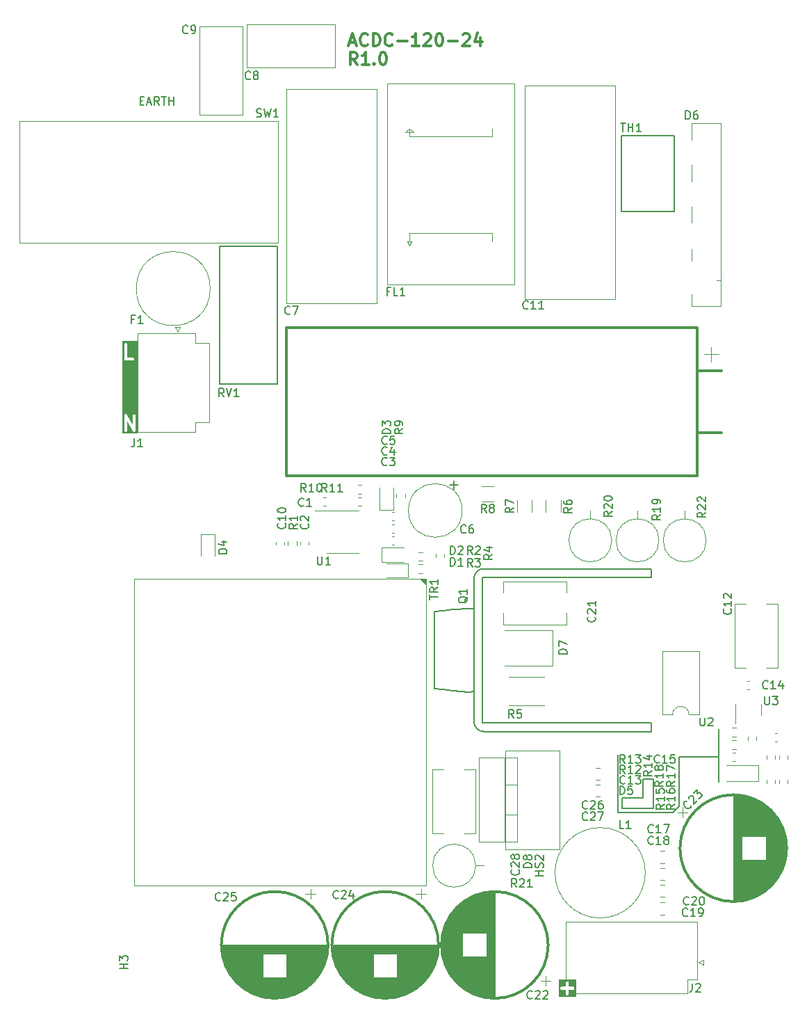
<source format=gbr>
%TF.GenerationSoftware,KiCad,Pcbnew,8.0.0-rc3-2-g1717f39daf*%
%TF.CreationDate,2024-02-17T21:45:02+01:00*%
%TF.ProjectId,ACDC150V24,41434443-3135-4305-9632-342e6b696361,rev?*%
%TF.SameCoordinates,Original*%
%TF.FileFunction,Legend,Top*%
%TF.FilePolarity,Positive*%
%FSLAX46Y46*%
G04 Gerber Fmt 4.6, Leading zero omitted, Abs format (unit mm)*
G04 Created by KiCad (PCBNEW 8.0.0-rc3-2-g1717f39daf) date 2024-02-17 21:45:02*
%MOMM*%
%LPD*%
G01*
G04 APERTURE LIST*
%ADD10C,0.150000*%
%ADD11C,0.360000*%
%ADD12C,0.200000*%
%ADD13C,0.300000*%
%ADD14C,0.120000*%
G04 APERTURE END LIST*
D10*
X100972000Y-119659000D02*
X94241000Y-119659000D01*
X97289000Y-115595000D02*
X98559000Y-115595000D01*
X98559000Y-119151000D02*
X94749000Y-119151000D01*
X73802000Y-79781000D02*
X74802000Y-79781000D01*
X94749000Y-119151000D02*
X94749000Y-117881000D01*
X101734000Y-118262000D02*
X101734000Y-112928000D01*
X74302000Y-79281000D02*
X74302000Y-80281000D01*
X97289000Y-117881000D02*
X97289000Y-115595000D01*
X101734000Y-118262000D02*
X101734000Y-118897000D01*
X106560000Y-109499000D02*
X106560000Y-115976000D01*
X106560000Y-112928000D02*
X106560000Y-109499000D01*
X101734000Y-118897000D02*
X100972000Y-119659000D01*
X101734000Y-112928000D02*
X106560000Y-112928000D01*
X98559000Y-115595000D02*
X98559000Y-119151000D01*
X94241000Y-119659000D02*
X94241000Y-112674000D01*
X94749000Y-117881000D02*
X97289000Y-117881000D01*
D11*
G36*
X89171535Y-142111127D02*
G01*
X87047024Y-142111127D01*
X87047024Y-141083988D01*
X87247024Y-141083988D01*
X87273900Y-141148875D01*
X87323562Y-141198537D01*
X87388449Y-141225413D01*
X87423565Y-141228872D01*
X87931405Y-141227623D01*
X87932739Y-141769702D01*
X87959615Y-141834589D01*
X88009277Y-141884251D01*
X88074164Y-141911127D01*
X88144396Y-141911127D01*
X88209283Y-141884251D01*
X88258945Y-141834589D01*
X88285821Y-141769702D01*
X88289280Y-141734586D01*
X88288031Y-141226746D01*
X88830110Y-141225413D01*
X88894997Y-141198537D01*
X88944659Y-141148875D01*
X88971535Y-141083988D01*
X88971535Y-141013756D01*
X88944659Y-140948869D01*
X88894997Y-140899207D01*
X88830110Y-140872331D01*
X88794994Y-140868872D01*
X88287154Y-140870120D01*
X88285821Y-140328042D01*
X88258945Y-140263155D01*
X88209283Y-140213493D01*
X88144396Y-140186617D01*
X88074164Y-140186617D01*
X88009277Y-140213493D01*
X87959615Y-140263155D01*
X87932739Y-140328042D01*
X87929280Y-140363158D01*
X87930528Y-140870997D01*
X87388449Y-140872331D01*
X87323562Y-140899207D01*
X87273900Y-140948869D01*
X87247024Y-141013756D01*
X87247024Y-141083988D01*
X87047024Y-141083988D01*
X87047024Y-139986617D01*
X89171535Y-139986617D01*
X89171535Y-142111127D01*
G37*
D12*
X36063673Y-33023409D02*
X36397006Y-33023409D01*
X36539863Y-33547219D02*
X36063673Y-33547219D01*
X36063673Y-33547219D02*
X36063673Y-32547219D01*
X36063673Y-32547219D02*
X36539863Y-32547219D01*
X36920816Y-33261504D02*
X37397006Y-33261504D01*
X36825578Y-33547219D02*
X37158911Y-32547219D01*
X37158911Y-32547219D02*
X37492244Y-33547219D01*
X38397006Y-33547219D02*
X38063673Y-33071028D01*
X37825578Y-33547219D02*
X37825578Y-32547219D01*
X37825578Y-32547219D02*
X38206530Y-32547219D01*
X38206530Y-32547219D02*
X38301768Y-32594838D01*
X38301768Y-32594838D02*
X38349387Y-32642457D01*
X38349387Y-32642457D02*
X38397006Y-32737695D01*
X38397006Y-32737695D02*
X38397006Y-32880552D01*
X38397006Y-32880552D02*
X38349387Y-32975790D01*
X38349387Y-32975790D02*
X38301768Y-33023409D01*
X38301768Y-33023409D02*
X38206530Y-33071028D01*
X38206530Y-33071028D02*
X37825578Y-33071028D01*
X38682721Y-32547219D02*
X39254149Y-32547219D01*
X38968435Y-33547219D02*
X38968435Y-32547219D01*
X39587483Y-33547219D02*
X39587483Y-32547219D01*
X39587483Y-33023409D02*
X40158911Y-33023409D01*
X40158911Y-33547219D02*
X40158911Y-32547219D01*
D11*
G36*
X35723984Y-73540555D02*
G01*
X33935413Y-73540555D01*
X33935413Y-71360994D01*
X34135413Y-71360994D01*
X34138872Y-73196110D01*
X34165748Y-73260997D01*
X34215410Y-73310659D01*
X34280297Y-73337535D01*
X34350529Y-73337535D01*
X34415416Y-73310659D01*
X34465078Y-73260997D01*
X34491954Y-73196110D01*
X34495413Y-73160994D01*
X34493286Y-72032853D01*
X35185383Y-73239423D01*
X35194319Y-73260997D01*
X35202384Y-73269062D01*
X35208126Y-73279072D01*
X35227049Y-73293727D01*
X35243981Y-73310659D01*
X35254581Y-73315049D01*
X35263654Y-73322076D01*
X35286756Y-73328376D01*
X35308868Y-73337535D01*
X35320338Y-73337535D01*
X35331412Y-73340555D01*
X35355166Y-73337535D01*
X35379100Y-73337535D01*
X35389700Y-73333144D01*
X35401084Y-73331697D01*
X35421865Y-73319821D01*
X35443987Y-73310659D01*
X35452103Y-73302542D01*
X35462062Y-73296852D01*
X35476717Y-73277928D01*
X35493649Y-73260997D01*
X35498039Y-73250396D01*
X35505066Y-73241324D01*
X35511366Y-73218220D01*
X35520525Y-73196110D01*
X35522293Y-73178155D01*
X35523545Y-73173567D01*
X35523094Y-73170023D01*
X35523984Y-73160994D01*
X35520525Y-71325878D01*
X35493649Y-71260991D01*
X35443987Y-71211329D01*
X35379100Y-71184453D01*
X35308868Y-71184453D01*
X35243981Y-71211329D01*
X35194319Y-71260991D01*
X35167443Y-71325878D01*
X35163984Y-71360994D01*
X35166110Y-72489134D01*
X34474013Y-71282564D01*
X34465078Y-71260991D01*
X34457012Y-71252925D01*
X34451271Y-71242916D01*
X34432347Y-71228260D01*
X34415416Y-71211329D01*
X34404815Y-71206938D01*
X34395743Y-71199912D01*
X34372640Y-71193611D01*
X34350529Y-71184453D01*
X34339059Y-71184453D01*
X34327985Y-71181433D01*
X34304231Y-71184453D01*
X34280297Y-71184453D01*
X34269696Y-71188843D01*
X34258313Y-71190291D01*
X34237531Y-71202166D01*
X34215410Y-71211329D01*
X34207293Y-71219445D01*
X34197335Y-71225136D01*
X34182679Y-71244059D01*
X34165748Y-71260991D01*
X34161357Y-71271591D01*
X34154331Y-71280664D01*
X34148030Y-71303766D01*
X34138872Y-71325878D01*
X34137103Y-71343833D01*
X34135852Y-71348422D01*
X34136302Y-71351964D01*
X34135413Y-71360994D01*
X33935413Y-71360994D01*
X33935413Y-62667297D01*
X34135413Y-62667297D01*
X34138872Y-64502413D01*
X34165748Y-64567300D01*
X34215410Y-64616962D01*
X34280297Y-64643838D01*
X34315413Y-64647297D01*
X35207672Y-64643838D01*
X35272559Y-64616962D01*
X35322221Y-64567300D01*
X35349097Y-64502413D01*
X35349097Y-64432181D01*
X35322221Y-64367294D01*
X35272559Y-64317632D01*
X35207672Y-64290756D01*
X35172556Y-64287297D01*
X34495078Y-64289923D01*
X34491954Y-62632181D01*
X34465078Y-62567294D01*
X34415416Y-62517632D01*
X34350529Y-62490756D01*
X34280297Y-62490756D01*
X34215410Y-62517632D01*
X34165748Y-62567294D01*
X34138872Y-62632181D01*
X34135413Y-62667297D01*
X33935413Y-62667297D01*
X33935413Y-62290756D01*
X35723984Y-62290756D01*
X35723984Y-73540555D01*
G37*
D13*
X62505653Y-28654828D02*
X62005653Y-27940542D01*
X61648510Y-28654828D02*
X61648510Y-27154828D01*
X61648510Y-27154828D02*
X62219939Y-27154828D01*
X62219939Y-27154828D02*
X62362796Y-27226257D01*
X62362796Y-27226257D02*
X62434225Y-27297685D01*
X62434225Y-27297685D02*
X62505653Y-27440542D01*
X62505653Y-27440542D02*
X62505653Y-27654828D01*
X62505653Y-27654828D02*
X62434225Y-27797685D01*
X62434225Y-27797685D02*
X62362796Y-27869114D01*
X62362796Y-27869114D02*
X62219939Y-27940542D01*
X62219939Y-27940542D02*
X61648510Y-27940542D01*
X63934225Y-28654828D02*
X63077082Y-28654828D01*
X63505653Y-28654828D02*
X63505653Y-27154828D01*
X63505653Y-27154828D02*
X63362796Y-27369114D01*
X63362796Y-27369114D02*
X63219939Y-27511971D01*
X63219939Y-27511971D02*
X63077082Y-27583400D01*
X64577081Y-28511971D02*
X64648510Y-28583400D01*
X64648510Y-28583400D02*
X64577081Y-28654828D01*
X64577081Y-28654828D02*
X64505653Y-28583400D01*
X64505653Y-28583400D02*
X64577081Y-28511971D01*
X64577081Y-28511971D02*
X64577081Y-28654828D01*
X65577082Y-27154828D02*
X65719939Y-27154828D01*
X65719939Y-27154828D02*
X65862796Y-27226257D01*
X65862796Y-27226257D02*
X65934225Y-27297685D01*
X65934225Y-27297685D02*
X66005653Y-27440542D01*
X66005653Y-27440542D02*
X66077082Y-27726257D01*
X66077082Y-27726257D02*
X66077082Y-28083400D01*
X66077082Y-28083400D02*
X66005653Y-28369114D01*
X66005653Y-28369114D02*
X65934225Y-28511971D01*
X65934225Y-28511971D02*
X65862796Y-28583400D01*
X65862796Y-28583400D02*
X65719939Y-28654828D01*
X65719939Y-28654828D02*
X65577082Y-28654828D01*
X65577082Y-28654828D02*
X65434225Y-28583400D01*
X65434225Y-28583400D02*
X65362796Y-28511971D01*
X65362796Y-28511971D02*
X65291367Y-28369114D01*
X65291367Y-28369114D02*
X65219939Y-28083400D01*
X65219939Y-28083400D02*
X65219939Y-27726257D01*
X65219939Y-27726257D02*
X65291367Y-27440542D01*
X65291367Y-27440542D02*
X65362796Y-27297685D01*
X65362796Y-27297685D02*
X65434225Y-27226257D01*
X65434225Y-27226257D02*
X65577082Y-27154828D01*
X61577082Y-25940257D02*
X62291368Y-25940257D01*
X61434225Y-26368828D02*
X61934225Y-24868828D01*
X61934225Y-24868828D02*
X62434225Y-26368828D01*
X63791367Y-26225971D02*
X63719939Y-26297400D01*
X63719939Y-26297400D02*
X63505653Y-26368828D01*
X63505653Y-26368828D02*
X63362796Y-26368828D01*
X63362796Y-26368828D02*
X63148510Y-26297400D01*
X63148510Y-26297400D02*
X63005653Y-26154542D01*
X63005653Y-26154542D02*
X62934224Y-26011685D01*
X62934224Y-26011685D02*
X62862796Y-25725971D01*
X62862796Y-25725971D02*
X62862796Y-25511685D01*
X62862796Y-25511685D02*
X62934224Y-25225971D01*
X62934224Y-25225971D02*
X63005653Y-25083114D01*
X63005653Y-25083114D02*
X63148510Y-24940257D01*
X63148510Y-24940257D02*
X63362796Y-24868828D01*
X63362796Y-24868828D02*
X63505653Y-24868828D01*
X63505653Y-24868828D02*
X63719939Y-24940257D01*
X63719939Y-24940257D02*
X63791367Y-25011685D01*
X64434224Y-26368828D02*
X64434224Y-24868828D01*
X64434224Y-24868828D02*
X64791367Y-24868828D01*
X64791367Y-24868828D02*
X65005653Y-24940257D01*
X65005653Y-24940257D02*
X65148510Y-25083114D01*
X65148510Y-25083114D02*
X65219939Y-25225971D01*
X65219939Y-25225971D02*
X65291367Y-25511685D01*
X65291367Y-25511685D02*
X65291367Y-25725971D01*
X65291367Y-25725971D02*
X65219939Y-26011685D01*
X65219939Y-26011685D02*
X65148510Y-26154542D01*
X65148510Y-26154542D02*
X65005653Y-26297400D01*
X65005653Y-26297400D02*
X64791367Y-26368828D01*
X64791367Y-26368828D02*
X64434224Y-26368828D01*
X66791367Y-26225971D02*
X66719939Y-26297400D01*
X66719939Y-26297400D02*
X66505653Y-26368828D01*
X66505653Y-26368828D02*
X66362796Y-26368828D01*
X66362796Y-26368828D02*
X66148510Y-26297400D01*
X66148510Y-26297400D02*
X66005653Y-26154542D01*
X66005653Y-26154542D02*
X65934224Y-26011685D01*
X65934224Y-26011685D02*
X65862796Y-25725971D01*
X65862796Y-25725971D02*
X65862796Y-25511685D01*
X65862796Y-25511685D02*
X65934224Y-25225971D01*
X65934224Y-25225971D02*
X66005653Y-25083114D01*
X66005653Y-25083114D02*
X66148510Y-24940257D01*
X66148510Y-24940257D02*
X66362796Y-24868828D01*
X66362796Y-24868828D02*
X66505653Y-24868828D01*
X66505653Y-24868828D02*
X66719939Y-24940257D01*
X66719939Y-24940257D02*
X66791367Y-25011685D01*
X67434224Y-25797400D02*
X68577082Y-25797400D01*
X70077082Y-26368828D02*
X69219939Y-26368828D01*
X69648510Y-26368828D02*
X69648510Y-24868828D01*
X69648510Y-24868828D02*
X69505653Y-25083114D01*
X69505653Y-25083114D02*
X69362796Y-25225971D01*
X69362796Y-25225971D02*
X69219939Y-25297400D01*
X70648510Y-25011685D02*
X70719938Y-24940257D01*
X70719938Y-24940257D02*
X70862796Y-24868828D01*
X70862796Y-24868828D02*
X71219938Y-24868828D01*
X71219938Y-24868828D02*
X71362796Y-24940257D01*
X71362796Y-24940257D02*
X71434224Y-25011685D01*
X71434224Y-25011685D02*
X71505653Y-25154542D01*
X71505653Y-25154542D02*
X71505653Y-25297400D01*
X71505653Y-25297400D02*
X71434224Y-25511685D01*
X71434224Y-25511685D02*
X70577081Y-26368828D01*
X70577081Y-26368828D02*
X71505653Y-26368828D01*
X72434224Y-24868828D02*
X72577081Y-24868828D01*
X72577081Y-24868828D02*
X72719938Y-24940257D01*
X72719938Y-24940257D02*
X72791367Y-25011685D01*
X72791367Y-25011685D02*
X72862795Y-25154542D01*
X72862795Y-25154542D02*
X72934224Y-25440257D01*
X72934224Y-25440257D02*
X72934224Y-25797400D01*
X72934224Y-25797400D02*
X72862795Y-26083114D01*
X72862795Y-26083114D02*
X72791367Y-26225971D01*
X72791367Y-26225971D02*
X72719938Y-26297400D01*
X72719938Y-26297400D02*
X72577081Y-26368828D01*
X72577081Y-26368828D02*
X72434224Y-26368828D01*
X72434224Y-26368828D02*
X72291367Y-26297400D01*
X72291367Y-26297400D02*
X72219938Y-26225971D01*
X72219938Y-26225971D02*
X72148509Y-26083114D01*
X72148509Y-26083114D02*
X72077081Y-25797400D01*
X72077081Y-25797400D02*
X72077081Y-25440257D01*
X72077081Y-25440257D02*
X72148509Y-25154542D01*
X72148509Y-25154542D02*
X72219938Y-25011685D01*
X72219938Y-25011685D02*
X72291367Y-24940257D01*
X72291367Y-24940257D02*
X72434224Y-24868828D01*
X73577080Y-25797400D02*
X74719938Y-25797400D01*
X75362795Y-25011685D02*
X75434223Y-24940257D01*
X75434223Y-24940257D02*
X75577081Y-24868828D01*
X75577081Y-24868828D02*
X75934223Y-24868828D01*
X75934223Y-24868828D02*
X76077081Y-24940257D01*
X76077081Y-24940257D02*
X76148509Y-25011685D01*
X76148509Y-25011685D02*
X76219938Y-25154542D01*
X76219938Y-25154542D02*
X76219938Y-25297400D01*
X76219938Y-25297400D02*
X76148509Y-25511685D01*
X76148509Y-25511685D02*
X75291366Y-26368828D01*
X75291366Y-26368828D02*
X76219938Y-26368828D01*
X77505652Y-25368828D02*
X77505652Y-26368828D01*
X77148509Y-24797400D02*
X76791366Y-25868828D01*
X76791366Y-25868828D02*
X77719937Y-25868828D01*
D10*
X104954819Y-83142857D02*
X104478628Y-83476190D01*
X104954819Y-83714285D02*
X103954819Y-83714285D01*
X103954819Y-83714285D02*
X103954819Y-83333333D01*
X103954819Y-83333333D02*
X104002438Y-83238095D01*
X104002438Y-83238095D02*
X104050057Y-83190476D01*
X104050057Y-83190476D02*
X104145295Y-83142857D01*
X104145295Y-83142857D02*
X104288152Y-83142857D01*
X104288152Y-83142857D02*
X104383390Y-83190476D01*
X104383390Y-83190476D02*
X104431009Y-83238095D01*
X104431009Y-83238095D02*
X104478628Y-83333333D01*
X104478628Y-83333333D02*
X104478628Y-83714285D01*
X104050057Y-82761904D02*
X104002438Y-82714285D01*
X104002438Y-82714285D02*
X103954819Y-82619047D01*
X103954819Y-82619047D02*
X103954819Y-82380952D01*
X103954819Y-82380952D02*
X104002438Y-82285714D01*
X104002438Y-82285714D02*
X104050057Y-82238095D01*
X104050057Y-82238095D02*
X104145295Y-82190476D01*
X104145295Y-82190476D02*
X104240533Y-82190476D01*
X104240533Y-82190476D02*
X104383390Y-82238095D01*
X104383390Y-82238095D02*
X104954819Y-82809523D01*
X104954819Y-82809523D02*
X104954819Y-82190476D01*
X104050057Y-81809523D02*
X104002438Y-81761904D01*
X104002438Y-81761904D02*
X103954819Y-81666666D01*
X103954819Y-81666666D02*
X103954819Y-81428571D01*
X103954819Y-81428571D02*
X104002438Y-81333333D01*
X104002438Y-81333333D02*
X104050057Y-81285714D01*
X104050057Y-81285714D02*
X104145295Y-81238095D01*
X104145295Y-81238095D02*
X104240533Y-81238095D01*
X104240533Y-81238095D02*
X104383390Y-81285714D01*
X104383390Y-81285714D02*
X104954819Y-81857142D01*
X104954819Y-81857142D02*
X104954819Y-81238095D01*
X75950057Y-93395238D02*
X75902438Y-93490476D01*
X75902438Y-93490476D02*
X75807200Y-93585714D01*
X75807200Y-93585714D02*
X75664342Y-93728571D01*
X75664342Y-93728571D02*
X75616723Y-93823809D01*
X75616723Y-93823809D02*
X75616723Y-93919047D01*
X75854819Y-93871428D02*
X75807200Y-93966666D01*
X75807200Y-93966666D02*
X75711961Y-94061904D01*
X75711961Y-94061904D02*
X75521485Y-94109523D01*
X75521485Y-94109523D02*
X75188152Y-94109523D01*
X75188152Y-94109523D02*
X74997676Y-94061904D01*
X74997676Y-94061904D02*
X74902438Y-93966666D01*
X74902438Y-93966666D02*
X74854819Y-93871428D01*
X74854819Y-93871428D02*
X74854819Y-93680952D01*
X74854819Y-93680952D02*
X74902438Y-93585714D01*
X74902438Y-93585714D02*
X74997676Y-93490476D01*
X74997676Y-93490476D02*
X75188152Y-93442857D01*
X75188152Y-93442857D02*
X75521485Y-93442857D01*
X75521485Y-93442857D02*
X75711961Y-93490476D01*
X75711961Y-93490476D02*
X75807200Y-93585714D01*
X75807200Y-93585714D02*
X75854819Y-93680952D01*
X75854819Y-93680952D02*
X75854819Y-93871428D01*
X75854819Y-92490476D02*
X75854819Y-93061904D01*
X75854819Y-92776190D02*
X74854819Y-92776190D01*
X74854819Y-92776190D02*
X74997676Y-92871428D01*
X74997676Y-92871428D02*
X75092914Y-92966666D01*
X75092914Y-92966666D02*
X75140533Y-93061904D01*
X99902819Y-118650857D02*
X99426628Y-118984190D01*
X99902819Y-119222285D02*
X98902819Y-119222285D01*
X98902819Y-119222285D02*
X98902819Y-118841333D01*
X98902819Y-118841333D02*
X98950438Y-118746095D01*
X98950438Y-118746095D02*
X98998057Y-118698476D01*
X98998057Y-118698476D02*
X99093295Y-118650857D01*
X99093295Y-118650857D02*
X99236152Y-118650857D01*
X99236152Y-118650857D02*
X99331390Y-118698476D01*
X99331390Y-118698476D02*
X99379009Y-118746095D01*
X99379009Y-118746095D02*
X99426628Y-118841333D01*
X99426628Y-118841333D02*
X99426628Y-119222285D01*
X99902819Y-117698476D02*
X99902819Y-118269904D01*
X99902819Y-117984190D02*
X98902819Y-117984190D01*
X98902819Y-117984190D02*
X99045676Y-118079428D01*
X99045676Y-118079428D02*
X99140914Y-118174666D01*
X99140914Y-118174666D02*
X99188533Y-118269904D01*
X98902819Y-116793714D02*
X98902819Y-117269904D01*
X98902819Y-117269904D02*
X99379009Y-117317523D01*
X99379009Y-117317523D02*
X99331390Y-117269904D01*
X99331390Y-117269904D02*
X99283771Y-117174666D01*
X99283771Y-117174666D02*
X99283771Y-116936571D01*
X99283771Y-116936571D02*
X99331390Y-116841333D01*
X99331390Y-116841333D02*
X99379009Y-116793714D01*
X99379009Y-116793714D02*
X99474247Y-116746095D01*
X99474247Y-116746095D02*
X99712342Y-116746095D01*
X99712342Y-116746095D02*
X99807580Y-116793714D01*
X99807580Y-116793714D02*
X99855200Y-116841333D01*
X99855200Y-116841333D02*
X99902819Y-116936571D01*
X99902819Y-116936571D02*
X99902819Y-117174666D01*
X99902819Y-117174666D02*
X99855200Y-117269904D01*
X99855200Y-117269904D02*
X99807580Y-117317523D01*
X101172819Y-115856857D02*
X100696628Y-116190190D01*
X101172819Y-116428285D02*
X100172819Y-116428285D01*
X100172819Y-116428285D02*
X100172819Y-116047333D01*
X100172819Y-116047333D02*
X100220438Y-115952095D01*
X100220438Y-115952095D02*
X100268057Y-115904476D01*
X100268057Y-115904476D02*
X100363295Y-115856857D01*
X100363295Y-115856857D02*
X100506152Y-115856857D01*
X100506152Y-115856857D02*
X100601390Y-115904476D01*
X100601390Y-115904476D02*
X100649009Y-115952095D01*
X100649009Y-115952095D02*
X100696628Y-116047333D01*
X100696628Y-116047333D02*
X100696628Y-116428285D01*
X101172819Y-114904476D02*
X101172819Y-115475904D01*
X101172819Y-115190190D02*
X100172819Y-115190190D01*
X100172819Y-115190190D02*
X100315676Y-115285428D01*
X100315676Y-115285428D02*
X100410914Y-115380666D01*
X100410914Y-115380666D02*
X100458533Y-115475904D01*
X100172819Y-114571142D02*
X100172819Y-113904476D01*
X100172819Y-113904476D02*
X101172819Y-114333047D01*
X95122142Y-114906819D02*
X94788809Y-114430628D01*
X94550714Y-114906819D02*
X94550714Y-113906819D01*
X94550714Y-113906819D02*
X94931666Y-113906819D01*
X94931666Y-113906819D02*
X95026904Y-113954438D01*
X95026904Y-113954438D02*
X95074523Y-114002057D01*
X95074523Y-114002057D02*
X95122142Y-114097295D01*
X95122142Y-114097295D02*
X95122142Y-114240152D01*
X95122142Y-114240152D02*
X95074523Y-114335390D01*
X95074523Y-114335390D02*
X95026904Y-114383009D01*
X95026904Y-114383009D02*
X94931666Y-114430628D01*
X94931666Y-114430628D02*
X94550714Y-114430628D01*
X96074523Y-114906819D02*
X95503095Y-114906819D01*
X95788809Y-114906819D02*
X95788809Y-113906819D01*
X95788809Y-113906819D02*
X95693571Y-114049676D01*
X95693571Y-114049676D02*
X95598333Y-114144914D01*
X95598333Y-114144914D02*
X95503095Y-114192533D01*
X96455476Y-114002057D02*
X96503095Y-113954438D01*
X96503095Y-113954438D02*
X96598333Y-113906819D01*
X96598333Y-113906819D02*
X96836428Y-113906819D01*
X96836428Y-113906819D02*
X96931666Y-113954438D01*
X96931666Y-113954438D02*
X96979285Y-114002057D01*
X96979285Y-114002057D02*
X97026904Y-114097295D01*
X97026904Y-114097295D02*
X97026904Y-114192533D01*
X97026904Y-114192533D02*
X96979285Y-114335390D01*
X96979285Y-114335390D02*
X96407857Y-114906819D01*
X96407857Y-114906819D02*
X97026904Y-114906819D01*
X99775819Y-115856857D02*
X99299628Y-116190190D01*
X99775819Y-116428285D02*
X98775819Y-116428285D01*
X98775819Y-116428285D02*
X98775819Y-116047333D01*
X98775819Y-116047333D02*
X98823438Y-115952095D01*
X98823438Y-115952095D02*
X98871057Y-115904476D01*
X98871057Y-115904476D02*
X98966295Y-115856857D01*
X98966295Y-115856857D02*
X99109152Y-115856857D01*
X99109152Y-115856857D02*
X99204390Y-115904476D01*
X99204390Y-115904476D02*
X99252009Y-115952095D01*
X99252009Y-115952095D02*
X99299628Y-116047333D01*
X99299628Y-116047333D02*
X99299628Y-116428285D01*
X99775819Y-114904476D02*
X99775819Y-115475904D01*
X99775819Y-115190190D02*
X98775819Y-115190190D01*
X98775819Y-115190190D02*
X98918676Y-115285428D01*
X98918676Y-115285428D02*
X99013914Y-115380666D01*
X99013914Y-115380666D02*
X99061533Y-115475904D01*
X99204390Y-114333047D02*
X99156771Y-114428285D01*
X99156771Y-114428285D02*
X99109152Y-114475904D01*
X99109152Y-114475904D02*
X99013914Y-114523523D01*
X99013914Y-114523523D02*
X98966295Y-114523523D01*
X98966295Y-114523523D02*
X98871057Y-114475904D01*
X98871057Y-114475904D02*
X98823438Y-114428285D01*
X98823438Y-114428285D02*
X98775819Y-114333047D01*
X98775819Y-114333047D02*
X98775819Y-114142571D01*
X98775819Y-114142571D02*
X98823438Y-114047333D01*
X98823438Y-114047333D02*
X98871057Y-113999714D01*
X98871057Y-113999714D02*
X98966295Y-113952095D01*
X98966295Y-113952095D02*
X99013914Y-113952095D01*
X99013914Y-113952095D02*
X99109152Y-113999714D01*
X99109152Y-113999714D02*
X99156771Y-114047333D01*
X99156771Y-114047333D02*
X99204390Y-114142571D01*
X99204390Y-114142571D02*
X99204390Y-114333047D01*
X99204390Y-114333047D02*
X99252009Y-114428285D01*
X99252009Y-114428285D02*
X99299628Y-114475904D01*
X99299628Y-114475904D02*
X99394866Y-114523523D01*
X99394866Y-114523523D02*
X99585342Y-114523523D01*
X99585342Y-114523523D02*
X99680580Y-114475904D01*
X99680580Y-114475904D02*
X99728200Y-114428285D01*
X99728200Y-114428285D02*
X99775819Y-114333047D01*
X99775819Y-114333047D02*
X99775819Y-114142571D01*
X99775819Y-114142571D02*
X99728200Y-114047333D01*
X99728200Y-114047333D02*
X99680580Y-113999714D01*
X99680580Y-113999714D02*
X99585342Y-113952095D01*
X99585342Y-113952095D02*
X99394866Y-113952095D01*
X99394866Y-113952095D02*
X99299628Y-113999714D01*
X99299628Y-113999714D02*
X99252009Y-114047333D01*
X99252009Y-114047333D02*
X99204390Y-114142571D01*
X88656819Y-82575666D02*
X88180628Y-82908999D01*
X88656819Y-83147094D02*
X87656819Y-83147094D01*
X87656819Y-83147094D02*
X87656819Y-82766142D01*
X87656819Y-82766142D02*
X87704438Y-82670904D01*
X87704438Y-82670904D02*
X87752057Y-82623285D01*
X87752057Y-82623285D02*
X87847295Y-82575666D01*
X87847295Y-82575666D02*
X87990152Y-82575666D01*
X87990152Y-82575666D02*
X88085390Y-82623285D01*
X88085390Y-82623285D02*
X88133009Y-82670904D01*
X88133009Y-82670904D02*
X88180628Y-82766142D01*
X88180628Y-82766142D02*
X88180628Y-83147094D01*
X87656819Y-81718523D02*
X87656819Y-81908999D01*
X87656819Y-81908999D02*
X87704438Y-82004237D01*
X87704438Y-82004237D02*
X87752057Y-82051856D01*
X87752057Y-82051856D02*
X87894914Y-82147094D01*
X87894914Y-82147094D02*
X88085390Y-82194713D01*
X88085390Y-82194713D02*
X88466342Y-82194713D01*
X88466342Y-82194713D02*
X88561580Y-82147094D01*
X88561580Y-82147094D02*
X88609200Y-82099475D01*
X88609200Y-82099475D02*
X88656819Y-82004237D01*
X88656819Y-82004237D02*
X88656819Y-81813761D01*
X88656819Y-81813761D02*
X88609200Y-81718523D01*
X88609200Y-81718523D02*
X88561580Y-81670904D01*
X88561580Y-81670904D02*
X88466342Y-81623285D01*
X88466342Y-81623285D02*
X88228247Y-81623285D01*
X88228247Y-81623285D02*
X88133009Y-81670904D01*
X88133009Y-81670904D02*
X88085390Y-81718523D01*
X88085390Y-81718523D02*
X88037771Y-81813761D01*
X88037771Y-81813761D02*
X88037771Y-82004237D01*
X88037771Y-82004237D02*
X88085390Y-82099475D01*
X88085390Y-82099475D02*
X88133009Y-82147094D01*
X88133009Y-82147094D02*
X88228247Y-82194713D01*
X102519905Y-35277819D02*
X102519905Y-34277819D01*
X102519905Y-34277819D02*
X102758000Y-34277819D01*
X102758000Y-34277819D02*
X102900857Y-34325438D01*
X102900857Y-34325438D02*
X102996095Y-34420676D01*
X102996095Y-34420676D02*
X103043714Y-34515914D01*
X103043714Y-34515914D02*
X103091333Y-34706390D01*
X103091333Y-34706390D02*
X103091333Y-34849247D01*
X103091333Y-34849247D02*
X103043714Y-35039723D01*
X103043714Y-35039723D02*
X102996095Y-35134961D01*
X102996095Y-35134961D02*
X102900857Y-35230200D01*
X102900857Y-35230200D02*
X102758000Y-35277819D01*
X102758000Y-35277819D02*
X102519905Y-35277819D01*
X103948476Y-34277819D02*
X103758000Y-34277819D01*
X103758000Y-34277819D02*
X103662762Y-34325438D01*
X103662762Y-34325438D02*
X103615143Y-34373057D01*
X103615143Y-34373057D02*
X103519905Y-34515914D01*
X103519905Y-34515914D02*
X103472286Y-34706390D01*
X103472286Y-34706390D02*
X103472286Y-35087342D01*
X103472286Y-35087342D02*
X103519905Y-35182580D01*
X103519905Y-35182580D02*
X103567524Y-35230200D01*
X103567524Y-35230200D02*
X103662762Y-35277819D01*
X103662762Y-35277819D02*
X103853238Y-35277819D01*
X103853238Y-35277819D02*
X103948476Y-35230200D01*
X103948476Y-35230200D02*
X103996095Y-35182580D01*
X103996095Y-35182580D02*
X104043714Y-35087342D01*
X104043714Y-35087342D02*
X104043714Y-34849247D01*
X104043714Y-34849247D02*
X103996095Y-34754009D01*
X103996095Y-34754009D02*
X103948476Y-34706390D01*
X103948476Y-34706390D02*
X103853238Y-34658771D01*
X103853238Y-34658771D02*
X103662762Y-34658771D01*
X103662762Y-34658771D02*
X103567524Y-34706390D01*
X103567524Y-34706390D02*
X103519905Y-34754009D01*
X103519905Y-34754009D02*
X103472286Y-34849247D01*
X35360666Y-59646009D02*
X35027333Y-59646009D01*
X35027333Y-60169819D02*
X35027333Y-59169819D01*
X35027333Y-59169819D02*
X35503523Y-59169819D01*
X36408285Y-60169819D02*
X35836857Y-60169819D01*
X36122571Y-60169819D02*
X36122571Y-59169819D01*
X36122571Y-59169819D02*
X36027333Y-59312676D01*
X36027333Y-59312676D02*
X35932095Y-59407914D01*
X35932095Y-59407914D02*
X35836857Y-59455533D01*
X98551142Y-122050580D02*
X98503523Y-122098200D01*
X98503523Y-122098200D02*
X98360666Y-122145819D01*
X98360666Y-122145819D02*
X98265428Y-122145819D01*
X98265428Y-122145819D02*
X98122571Y-122098200D01*
X98122571Y-122098200D02*
X98027333Y-122002961D01*
X98027333Y-122002961D02*
X97979714Y-121907723D01*
X97979714Y-121907723D02*
X97932095Y-121717247D01*
X97932095Y-121717247D02*
X97932095Y-121574390D01*
X97932095Y-121574390D02*
X97979714Y-121383914D01*
X97979714Y-121383914D02*
X98027333Y-121288676D01*
X98027333Y-121288676D02*
X98122571Y-121193438D01*
X98122571Y-121193438D02*
X98265428Y-121145819D01*
X98265428Y-121145819D02*
X98360666Y-121145819D01*
X98360666Y-121145819D02*
X98503523Y-121193438D01*
X98503523Y-121193438D02*
X98551142Y-121241057D01*
X99503523Y-122145819D02*
X98932095Y-122145819D01*
X99217809Y-122145819D02*
X99217809Y-121145819D01*
X99217809Y-121145819D02*
X99122571Y-121288676D01*
X99122571Y-121288676D02*
X99027333Y-121383914D01*
X99027333Y-121383914D02*
X98932095Y-121431533D01*
X99836857Y-121145819D02*
X100503523Y-121145819D01*
X100503523Y-121145819D02*
X100074952Y-122145819D01*
X46274761Y-69059819D02*
X45941428Y-68583628D01*
X45703333Y-69059819D02*
X45703333Y-68059819D01*
X45703333Y-68059819D02*
X46084285Y-68059819D01*
X46084285Y-68059819D02*
X46179523Y-68107438D01*
X46179523Y-68107438D02*
X46227142Y-68155057D01*
X46227142Y-68155057D02*
X46274761Y-68250295D01*
X46274761Y-68250295D02*
X46274761Y-68393152D01*
X46274761Y-68393152D02*
X46227142Y-68488390D01*
X46227142Y-68488390D02*
X46179523Y-68536009D01*
X46179523Y-68536009D02*
X46084285Y-68583628D01*
X46084285Y-68583628D02*
X45703333Y-68583628D01*
X46560476Y-68059819D02*
X46893809Y-69059819D01*
X46893809Y-69059819D02*
X47227142Y-68059819D01*
X48084285Y-69059819D02*
X47512857Y-69059819D01*
X47798571Y-69059819D02*
X47798571Y-68059819D01*
X47798571Y-68059819D02*
X47703333Y-68202676D01*
X47703333Y-68202676D02*
X47608095Y-68297914D01*
X47608095Y-68297914D02*
X47512857Y-68345533D01*
X56500580Y-84519666D02*
X56548200Y-84567285D01*
X56548200Y-84567285D02*
X56595819Y-84710142D01*
X56595819Y-84710142D02*
X56595819Y-84805380D01*
X56595819Y-84805380D02*
X56548200Y-84948237D01*
X56548200Y-84948237D02*
X56452961Y-85043475D01*
X56452961Y-85043475D02*
X56357723Y-85091094D01*
X56357723Y-85091094D02*
X56167247Y-85138713D01*
X56167247Y-85138713D02*
X56024390Y-85138713D01*
X56024390Y-85138713D02*
X55833914Y-85091094D01*
X55833914Y-85091094D02*
X55738676Y-85043475D01*
X55738676Y-85043475D02*
X55643438Y-84948237D01*
X55643438Y-84948237D02*
X55595819Y-84805380D01*
X55595819Y-84805380D02*
X55595819Y-84710142D01*
X55595819Y-84710142D02*
X55643438Y-84567285D01*
X55643438Y-84567285D02*
X55691057Y-84519666D01*
X55691057Y-84138713D02*
X55643438Y-84091094D01*
X55643438Y-84091094D02*
X55595819Y-83995856D01*
X55595819Y-83995856D02*
X55595819Y-83757761D01*
X55595819Y-83757761D02*
X55643438Y-83662523D01*
X55643438Y-83662523D02*
X55691057Y-83614904D01*
X55691057Y-83614904D02*
X55786295Y-83567285D01*
X55786295Y-83567285D02*
X55881533Y-83567285D01*
X55881533Y-83567285D02*
X56024390Y-83614904D01*
X56024390Y-83614904D02*
X56595819Y-84186332D01*
X56595819Y-84186332D02*
X56595819Y-83567285D01*
X50235667Y-34976200D02*
X50378524Y-35023819D01*
X50378524Y-35023819D02*
X50616619Y-35023819D01*
X50616619Y-35023819D02*
X50711857Y-34976200D01*
X50711857Y-34976200D02*
X50759476Y-34928580D01*
X50759476Y-34928580D02*
X50807095Y-34833342D01*
X50807095Y-34833342D02*
X50807095Y-34738104D01*
X50807095Y-34738104D02*
X50759476Y-34642866D01*
X50759476Y-34642866D02*
X50711857Y-34595247D01*
X50711857Y-34595247D02*
X50616619Y-34547628D01*
X50616619Y-34547628D02*
X50426143Y-34500009D01*
X50426143Y-34500009D02*
X50330905Y-34452390D01*
X50330905Y-34452390D02*
X50283286Y-34404771D01*
X50283286Y-34404771D02*
X50235667Y-34309533D01*
X50235667Y-34309533D02*
X50235667Y-34214295D01*
X50235667Y-34214295D02*
X50283286Y-34119057D01*
X50283286Y-34119057D02*
X50330905Y-34071438D01*
X50330905Y-34071438D02*
X50426143Y-34023819D01*
X50426143Y-34023819D02*
X50664238Y-34023819D01*
X50664238Y-34023819D02*
X50807095Y-34071438D01*
X51140429Y-34023819D02*
X51378524Y-35023819D01*
X51378524Y-35023819D02*
X51569000Y-34309533D01*
X51569000Y-34309533D02*
X51759476Y-35023819D01*
X51759476Y-35023819D02*
X51997572Y-34023819D01*
X52902333Y-35023819D02*
X52330905Y-35023819D01*
X52616619Y-35023819D02*
X52616619Y-34023819D01*
X52616619Y-34023819D02*
X52521381Y-34166676D01*
X52521381Y-34166676D02*
X52426143Y-34261914D01*
X52426143Y-34261914D02*
X52330905Y-34309533D01*
X66133333Y-76059580D02*
X66085714Y-76107200D01*
X66085714Y-76107200D02*
X65942857Y-76154819D01*
X65942857Y-76154819D02*
X65847619Y-76154819D01*
X65847619Y-76154819D02*
X65704762Y-76107200D01*
X65704762Y-76107200D02*
X65609524Y-76011961D01*
X65609524Y-76011961D02*
X65561905Y-75916723D01*
X65561905Y-75916723D02*
X65514286Y-75726247D01*
X65514286Y-75726247D02*
X65514286Y-75583390D01*
X65514286Y-75583390D02*
X65561905Y-75392914D01*
X65561905Y-75392914D02*
X65609524Y-75297676D01*
X65609524Y-75297676D02*
X65704762Y-75202438D01*
X65704762Y-75202438D02*
X65847619Y-75154819D01*
X65847619Y-75154819D02*
X65942857Y-75154819D01*
X65942857Y-75154819D02*
X66085714Y-75202438D01*
X66085714Y-75202438D02*
X66133333Y-75250057D01*
X66990476Y-75488152D02*
X66990476Y-76154819D01*
X66752381Y-75107200D02*
X66514286Y-75821485D01*
X66514286Y-75821485D02*
X67133333Y-75821485D01*
X108011780Y-94901057D02*
X108059400Y-94948676D01*
X108059400Y-94948676D02*
X108107019Y-95091533D01*
X108107019Y-95091533D02*
X108107019Y-95186771D01*
X108107019Y-95186771D02*
X108059400Y-95329628D01*
X108059400Y-95329628D02*
X107964161Y-95424866D01*
X107964161Y-95424866D02*
X107868923Y-95472485D01*
X107868923Y-95472485D02*
X107678447Y-95520104D01*
X107678447Y-95520104D02*
X107535590Y-95520104D01*
X107535590Y-95520104D02*
X107345114Y-95472485D01*
X107345114Y-95472485D02*
X107249876Y-95424866D01*
X107249876Y-95424866D02*
X107154638Y-95329628D01*
X107154638Y-95329628D02*
X107107019Y-95186771D01*
X107107019Y-95186771D02*
X107107019Y-95091533D01*
X107107019Y-95091533D02*
X107154638Y-94948676D01*
X107154638Y-94948676D02*
X107202257Y-94901057D01*
X108107019Y-93948676D02*
X108107019Y-94520104D01*
X108107019Y-94234390D02*
X107107019Y-94234390D01*
X107107019Y-94234390D02*
X107249876Y-94329628D01*
X107249876Y-94329628D02*
X107345114Y-94424866D01*
X107345114Y-94424866D02*
X107392733Y-94520104D01*
X107202257Y-93567723D02*
X107154638Y-93520104D01*
X107154638Y-93520104D02*
X107107019Y-93424866D01*
X107107019Y-93424866D02*
X107107019Y-93186771D01*
X107107019Y-93186771D02*
X107154638Y-93091533D01*
X107154638Y-93091533D02*
X107202257Y-93043914D01*
X107202257Y-93043914D02*
X107297495Y-92996295D01*
X107297495Y-92996295D02*
X107392733Y-92996295D01*
X107392733Y-92996295D02*
X107535590Y-93043914D01*
X107535590Y-93043914D02*
X108107019Y-93615342D01*
X108107019Y-93615342D02*
X108107019Y-92996295D01*
X102869142Y-130813580D02*
X102821523Y-130861200D01*
X102821523Y-130861200D02*
X102678666Y-130908819D01*
X102678666Y-130908819D02*
X102583428Y-130908819D01*
X102583428Y-130908819D02*
X102440571Y-130861200D01*
X102440571Y-130861200D02*
X102345333Y-130765961D01*
X102345333Y-130765961D02*
X102297714Y-130670723D01*
X102297714Y-130670723D02*
X102250095Y-130480247D01*
X102250095Y-130480247D02*
X102250095Y-130337390D01*
X102250095Y-130337390D02*
X102297714Y-130146914D01*
X102297714Y-130146914D02*
X102345333Y-130051676D01*
X102345333Y-130051676D02*
X102440571Y-129956438D01*
X102440571Y-129956438D02*
X102583428Y-129908819D01*
X102583428Y-129908819D02*
X102678666Y-129908819D01*
X102678666Y-129908819D02*
X102821523Y-129956438D01*
X102821523Y-129956438D02*
X102869142Y-130004057D01*
X103250095Y-130004057D02*
X103297714Y-129956438D01*
X103297714Y-129956438D02*
X103392952Y-129908819D01*
X103392952Y-129908819D02*
X103631047Y-129908819D01*
X103631047Y-129908819D02*
X103726285Y-129956438D01*
X103726285Y-129956438D02*
X103773904Y-130004057D01*
X103773904Y-130004057D02*
X103821523Y-130099295D01*
X103821523Y-130099295D02*
X103821523Y-130194533D01*
X103821523Y-130194533D02*
X103773904Y-130337390D01*
X103773904Y-130337390D02*
X103202476Y-130908819D01*
X103202476Y-130908819D02*
X103821523Y-130908819D01*
X104440571Y-129908819D02*
X104535809Y-129908819D01*
X104535809Y-129908819D02*
X104631047Y-129956438D01*
X104631047Y-129956438D02*
X104678666Y-130004057D01*
X104678666Y-130004057D02*
X104726285Y-130099295D01*
X104726285Y-130099295D02*
X104773904Y-130289771D01*
X104773904Y-130289771D02*
X104773904Y-130527866D01*
X104773904Y-130527866D02*
X104726285Y-130718342D01*
X104726285Y-130718342D02*
X104678666Y-130813580D01*
X104678666Y-130813580D02*
X104631047Y-130861200D01*
X104631047Y-130861200D02*
X104535809Y-130908819D01*
X104535809Y-130908819D02*
X104440571Y-130908819D01*
X104440571Y-130908819D02*
X104345333Y-130861200D01*
X104345333Y-130861200D02*
X104297714Y-130813580D01*
X104297714Y-130813580D02*
X104250095Y-130718342D01*
X104250095Y-130718342D02*
X104202476Y-130527866D01*
X104202476Y-130527866D02*
X104202476Y-130289771D01*
X104202476Y-130289771D02*
X104250095Y-130099295D01*
X104250095Y-130099295D02*
X104297714Y-130004057D01*
X104297714Y-130004057D02*
X104345333Y-129956438D01*
X104345333Y-129956438D02*
X104440571Y-129908819D01*
X82154580Y-126651857D02*
X82202200Y-126699476D01*
X82202200Y-126699476D02*
X82249819Y-126842333D01*
X82249819Y-126842333D02*
X82249819Y-126937571D01*
X82249819Y-126937571D02*
X82202200Y-127080428D01*
X82202200Y-127080428D02*
X82106961Y-127175666D01*
X82106961Y-127175666D02*
X82011723Y-127223285D01*
X82011723Y-127223285D02*
X81821247Y-127270904D01*
X81821247Y-127270904D02*
X81678390Y-127270904D01*
X81678390Y-127270904D02*
X81487914Y-127223285D01*
X81487914Y-127223285D02*
X81392676Y-127175666D01*
X81392676Y-127175666D02*
X81297438Y-127080428D01*
X81297438Y-127080428D02*
X81249819Y-126937571D01*
X81249819Y-126937571D02*
X81249819Y-126842333D01*
X81249819Y-126842333D02*
X81297438Y-126699476D01*
X81297438Y-126699476D02*
X81345057Y-126651857D01*
X81345057Y-126270904D02*
X81297438Y-126223285D01*
X81297438Y-126223285D02*
X81249819Y-126128047D01*
X81249819Y-126128047D02*
X81249819Y-125889952D01*
X81249819Y-125889952D02*
X81297438Y-125794714D01*
X81297438Y-125794714D02*
X81345057Y-125747095D01*
X81345057Y-125747095D02*
X81440295Y-125699476D01*
X81440295Y-125699476D02*
X81535533Y-125699476D01*
X81535533Y-125699476D02*
X81678390Y-125747095D01*
X81678390Y-125747095D02*
X82249819Y-126318523D01*
X82249819Y-126318523D02*
X82249819Y-125699476D01*
X81678390Y-125128047D02*
X81630771Y-125223285D01*
X81630771Y-125223285D02*
X81583152Y-125270904D01*
X81583152Y-125270904D02*
X81487914Y-125318523D01*
X81487914Y-125318523D02*
X81440295Y-125318523D01*
X81440295Y-125318523D02*
X81345057Y-125270904D01*
X81345057Y-125270904D02*
X81297438Y-125223285D01*
X81297438Y-125223285D02*
X81249819Y-125128047D01*
X81249819Y-125128047D02*
X81249819Y-124937571D01*
X81249819Y-124937571D02*
X81297438Y-124842333D01*
X81297438Y-124842333D02*
X81345057Y-124794714D01*
X81345057Y-124794714D02*
X81440295Y-124747095D01*
X81440295Y-124747095D02*
X81487914Y-124747095D01*
X81487914Y-124747095D02*
X81583152Y-124794714D01*
X81583152Y-124794714D02*
X81630771Y-124842333D01*
X81630771Y-124842333D02*
X81678390Y-124937571D01*
X81678390Y-124937571D02*
X81678390Y-125128047D01*
X81678390Y-125128047D02*
X81726009Y-125223285D01*
X81726009Y-125223285D02*
X81773628Y-125270904D01*
X81773628Y-125270904D02*
X81868866Y-125318523D01*
X81868866Y-125318523D02*
X82059342Y-125318523D01*
X82059342Y-125318523D02*
X82154580Y-125270904D01*
X82154580Y-125270904D02*
X82202200Y-125223285D01*
X82202200Y-125223285D02*
X82249819Y-125128047D01*
X82249819Y-125128047D02*
X82249819Y-124937571D01*
X82249819Y-124937571D02*
X82202200Y-124842333D01*
X82202200Y-124842333D02*
X82154580Y-124794714D01*
X82154580Y-124794714D02*
X82059342Y-124747095D01*
X82059342Y-124747095D02*
X81868866Y-124747095D01*
X81868866Y-124747095D02*
X81773628Y-124794714D01*
X81773628Y-124794714D02*
X81726009Y-124842333D01*
X81726009Y-124842333D02*
X81678390Y-124937571D01*
X53706580Y-84487857D02*
X53754200Y-84535476D01*
X53754200Y-84535476D02*
X53801819Y-84678333D01*
X53801819Y-84678333D02*
X53801819Y-84773571D01*
X53801819Y-84773571D02*
X53754200Y-84916428D01*
X53754200Y-84916428D02*
X53658961Y-85011666D01*
X53658961Y-85011666D02*
X53563723Y-85059285D01*
X53563723Y-85059285D02*
X53373247Y-85106904D01*
X53373247Y-85106904D02*
X53230390Y-85106904D01*
X53230390Y-85106904D02*
X53039914Y-85059285D01*
X53039914Y-85059285D02*
X52944676Y-85011666D01*
X52944676Y-85011666D02*
X52849438Y-84916428D01*
X52849438Y-84916428D02*
X52801819Y-84773571D01*
X52801819Y-84773571D02*
X52801819Y-84678333D01*
X52801819Y-84678333D02*
X52849438Y-84535476D01*
X52849438Y-84535476D02*
X52897057Y-84487857D01*
X53801819Y-83535476D02*
X53801819Y-84106904D01*
X53801819Y-83821190D02*
X52801819Y-83821190D01*
X52801819Y-83821190D02*
X52944676Y-83916428D01*
X52944676Y-83916428D02*
X53039914Y-84011666D01*
X53039914Y-84011666D02*
X53087533Y-84106904D01*
X52801819Y-82916428D02*
X52801819Y-82821190D01*
X52801819Y-82821190D02*
X52849438Y-82725952D01*
X52849438Y-82725952D02*
X52897057Y-82678333D01*
X52897057Y-82678333D02*
X52992295Y-82630714D01*
X52992295Y-82630714D02*
X53182771Y-82583095D01*
X53182771Y-82583095D02*
X53420866Y-82583095D01*
X53420866Y-82583095D02*
X53611342Y-82630714D01*
X53611342Y-82630714D02*
X53706580Y-82678333D01*
X53706580Y-82678333D02*
X53754200Y-82725952D01*
X53754200Y-82725952D02*
X53801819Y-82821190D01*
X53801819Y-82821190D02*
X53801819Y-82916428D01*
X53801819Y-82916428D02*
X53754200Y-83011666D01*
X53754200Y-83011666D02*
X53706580Y-83059285D01*
X53706580Y-83059285D02*
X53611342Y-83106904D01*
X53611342Y-83106904D02*
X53420866Y-83154523D01*
X53420866Y-83154523D02*
X53182771Y-83154523D01*
X53182771Y-83154523D02*
X52992295Y-83106904D01*
X52992295Y-83106904D02*
X52897057Y-83059285D01*
X52897057Y-83059285D02*
X52849438Y-83011666D01*
X52849438Y-83011666D02*
X52801819Y-82916428D01*
X45846142Y-130305580D02*
X45798523Y-130353200D01*
X45798523Y-130353200D02*
X45655666Y-130400819D01*
X45655666Y-130400819D02*
X45560428Y-130400819D01*
X45560428Y-130400819D02*
X45417571Y-130353200D01*
X45417571Y-130353200D02*
X45322333Y-130257961D01*
X45322333Y-130257961D02*
X45274714Y-130162723D01*
X45274714Y-130162723D02*
X45227095Y-129972247D01*
X45227095Y-129972247D02*
X45227095Y-129829390D01*
X45227095Y-129829390D02*
X45274714Y-129638914D01*
X45274714Y-129638914D02*
X45322333Y-129543676D01*
X45322333Y-129543676D02*
X45417571Y-129448438D01*
X45417571Y-129448438D02*
X45560428Y-129400819D01*
X45560428Y-129400819D02*
X45655666Y-129400819D01*
X45655666Y-129400819D02*
X45798523Y-129448438D01*
X45798523Y-129448438D02*
X45846142Y-129496057D01*
X46227095Y-129496057D02*
X46274714Y-129448438D01*
X46274714Y-129448438D02*
X46369952Y-129400819D01*
X46369952Y-129400819D02*
X46608047Y-129400819D01*
X46608047Y-129400819D02*
X46703285Y-129448438D01*
X46703285Y-129448438D02*
X46750904Y-129496057D01*
X46750904Y-129496057D02*
X46798523Y-129591295D01*
X46798523Y-129591295D02*
X46798523Y-129686533D01*
X46798523Y-129686533D02*
X46750904Y-129829390D01*
X46750904Y-129829390D02*
X46179476Y-130400819D01*
X46179476Y-130400819D02*
X46798523Y-130400819D01*
X47703285Y-129400819D02*
X47227095Y-129400819D01*
X47227095Y-129400819D02*
X47179476Y-129877009D01*
X47179476Y-129877009D02*
X47227095Y-129829390D01*
X47227095Y-129829390D02*
X47322333Y-129781771D01*
X47322333Y-129781771D02*
X47560428Y-129781771D01*
X47560428Y-129781771D02*
X47655666Y-129829390D01*
X47655666Y-129829390D02*
X47703285Y-129877009D01*
X47703285Y-129877009D02*
X47750904Y-129972247D01*
X47750904Y-129972247D02*
X47750904Y-130210342D01*
X47750904Y-130210342D02*
X47703285Y-130305580D01*
X47703285Y-130305580D02*
X47655666Y-130353200D01*
X47655666Y-130353200D02*
X47560428Y-130400819D01*
X47560428Y-130400819D02*
X47322333Y-130400819D01*
X47322333Y-130400819D02*
X47227095Y-130353200D01*
X47227095Y-130353200D02*
X47179476Y-130305580D01*
X54323333Y-58931580D02*
X54275714Y-58979200D01*
X54275714Y-58979200D02*
X54132857Y-59026819D01*
X54132857Y-59026819D02*
X54037619Y-59026819D01*
X54037619Y-59026819D02*
X53894762Y-58979200D01*
X53894762Y-58979200D02*
X53799524Y-58883961D01*
X53799524Y-58883961D02*
X53751905Y-58788723D01*
X53751905Y-58788723D02*
X53704286Y-58598247D01*
X53704286Y-58598247D02*
X53704286Y-58455390D01*
X53704286Y-58455390D02*
X53751905Y-58264914D01*
X53751905Y-58264914D02*
X53799524Y-58169676D01*
X53799524Y-58169676D02*
X53894762Y-58074438D01*
X53894762Y-58074438D02*
X54037619Y-58026819D01*
X54037619Y-58026819D02*
X54132857Y-58026819D01*
X54132857Y-58026819D02*
X54275714Y-58074438D01*
X54275714Y-58074438D02*
X54323333Y-58122057D01*
X54656667Y-58026819D02*
X55323333Y-58026819D01*
X55323333Y-58026819D02*
X54894762Y-59026819D01*
X76533333Y-89754819D02*
X76200000Y-89278628D01*
X75961905Y-89754819D02*
X75961905Y-88754819D01*
X75961905Y-88754819D02*
X76342857Y-88754819D01*
X76342857Y-88754819D02*
X76438095Y-88802438D01*
X76438095Y-88802438D02*
X76485714Y-88850057D01*
X76485714Y-88850057D02*
X76533333Y-88945295D01*
X76533333Y-88945295D02*
X76533333Y-89088152D01*
X76533333Y-89088152D02*
X76485714Y-89183390D01*
X76485714Y-89183390D02*
X76438095Y-89231009D01*
X76438095Y-89231009D02*
X76342857Y-89278628D01*
X76342857Y-89278628D02*
X75961905Y-89278628D01*
X76866667Y-88754819D02*
X77485714Y-88754819D01*
X77485714Y-88754819D02*
X77152381Y-89135771D01*
X77152381Y-89135771D02*
X77295238Y-89135771D01*
X77295238Y-89135771D02*
X77390476Y-89183390D01*
X77390476Y-89183390D02*
X77438095Y-89231009D01*
X77438095Y-89231009D02*
X77485714Y-89326247D01*
X77485714Y-89326247D02*
X77485714Y-89564342D01*
X77485714Y-89564342D02*
X77438095Y-89659580D01*
X77438095Y-89659580D02*
X77390476Y-89707200D01*
X77390476Y-89707200D02*
X77295238Y-89754819D01*
X77295238Y-89754819D02*
X77009524Y-89754819D01*
X77009524Y-89754819D02*
X76914286Y-89707200D01*
X76914286Y-89707200D02*
X76866667Y-89659580D01*
X66133333Y-74759580D02*
X66085714Y-74807200D01*
X66085714Y-74807200D02*
X65942857Y-74854819D01*
X65942857Y-74854819D02*
X65847619Y-74854819D01*
X65847619Y-74854819D02*
X65704762Y-74807200D01*
X65704762Y-74807200D02*
X65609524Y-74711961D01*
X65609524Y-74711961D02*
X65561905Y-74616723D01*
X65561905Y-74616723D02*
X65514286Y-74426247D01*
X65514286Y-74426247D02*
X65514286Y-74283390D01*
X65514286Y-74283390D02*
X65561905Y-74092914D01*
X65561905Y-74092914D02*
X65609524Y-73997676D01*
X65609524Y-73997676D02*
X65704762Y-73902438D01*
X65704762Y-73902438D02*
X65847619Y-73854819D01*
X65847619Y-73854819D02*
X65942857Y-73854819D01*
X65942857Y-73854819D02*
X66085714Y-73902438D01*
X66085714Y-73902438D02*
X66133333Y-73950057D01*
X67038095Y-73854819D02*
X66561905Y-73854819D01*
X66561905Y-73854819D02*
X66514286Y-74331009D01*
X66514286Y-74331009D02*
X66561905Y-74283390D01*
X66561905Y-74283390D02*
X66657143Y-74235771D01*
X66657143Y-74235771D02*
X66895238Y-74235771D01*
X66895238Y-74235771D02*
X66990476Y-74283390D01*
X66990476Y-74283390D02*
X67038095Y-74331009D01*
X67038095Y-74331009D02*
X67085714Y-74426247D01*
X67085714Y-74426247D02*
X67085714Y-74664342D01*
X67085714Y-74664342D02*
X67038095Y-74759580D01*
X67038095Y-74759580D02*
X66990476Y-74807200D01*
X66990476Y-74807200D02*
X66895238Y-74854819D01*
X66895238Y-74854819D02*
X66657143Y-74854819D01*
X66657143Y-74854819D02*
X66561905Y-74807200D01*
X66561905Y-74807200D02*
X66514286Y-74759580D01*
X76533333Y-88254819D02*
X76200000Y-87778628D01*
X75961905Y-88254819D02*
X75961905Y-87254819D01*
X75961905Y-87254819D02*
X76342857Y-87254819D01*
X76342857Y-87254819D02*
X76438095Y-87302438D01*
X76438095Y-87302438D02*
X76485714Y-87350057D01*
X76485714Y-87350057D02*
X76533333Y-87445295D01*
X76533333Y-87445295D02*
X76533333Y-87588152D01*
X76533333Y-87588152D02*
X76485714Y-87683390D01*
X76485714Y-87683390D02*
X76438095Y-87731009D01*
X76438095Y-87731009D02*
X76342857Y-87778628D01*
X76342857Y-87778628D02*
X75961905Y-87778628D01*
X76914286Y-87350057D02*
X76961905Y-87302438D01*
X76961905Y-87302438D02*
X77057143Y-87254819D01*
X77057143Y-87254819D02*
X77295238Y-87254819D01*
X77295238Y-87254819D02*
X77390476Y-87302438D01*
X77390476Y-87302438D02*
X77438095Y-87350057D01*
X77438095Y-87350057D02*
X77485714Y-87445295D01*
X77485714Y-87445295D02*
X77485714Y-87540533D01*
X77485714Y-87540533D02*
X77438095Y-87683390D01*
X77438095Y-87683390D02*
X76866667Y-88254819D01*
X76866667Y-88254819D02*
X77485714Y-88254819D01*
X46634819Y-88139094D02*
X45634819Y-88139094D01*
X45634819Y-88139094D02*
X45634819Y-87900999D01*
X45634819Y-87900999D02*
X45682438Y-87758142D01*
X45682438Y-87758142D02*
X45777676Y-87662904D01*
X45777676Y-87662904D02*
X45872914Y-87615285D01*
X45872914Y-87615285D02*
X46063390Y-87567666D01*
X46063390Y-87567666D02*
X46206247Y-87567666D01*
X46206247Y-87567666D02*
X46396723Y-87615285D01*
X46396723Y-87615285D02*
X46491961Y-87662904D01*
X46491961Y-87662904D02*
X46587200Y-87758142D01*
X46587200Y-87758142D02*
X46634819Y-87900999D01*
X46634819Y-87900999D02*
X46634819Y-88139094D01*
X45968152Y-86710523D02*
X46634819Y-86710523D01*
X45587200Y-86948618D02*
X46301485Y-87186713D01*
X46301485Y-87186713D02*
X46301485Y-86567666D01*
X60197142Y-130051580D02*
X60149523Y-130099200D01*
X60149523Y-130099200D02*
X60006666Y-130146819D01*
X60006666Y-130146819D02*
X59911428Y-130146819D01*
X59911428Y-130146819D02*
X59768571Y-130099200D01*
X59768571Y-130099200D02*
X59673333Y-130003961D01*
X59673333Y-130003961D02*
X59625714Y-129908723D01*
X59625714Y-129908723D02*
X59578095Y-129718247D01*
X59578095Y-129718247D02*
X59578095Y-129575390D01*
X59578095Y-129575390D02*
X59625714Y-129384914D01*
X59625714Y-129384914D02*
X59673333Y-129289676D01*
X59673333Y-129289676D02*
X59768571Y-129194438D01*
X59768571Y-129194438D02*
X59911428Y-129146819D01*
X59911428Y-129146819D02*
X60006666Y-129146819D01*
X60006666Y-129146819D02*
X60149523Y-129194438D01*
X60149523Y-129194438D02*
X60197142Y-129242057D01*
X60578095Y-129242057D02*
X60625714Y-129194438D01*
X60625714Y-129194438D02*
X60720952Y-129146819D01*
X60720952Y-129146819D02*
X60959047Y-129146819D01*
X60959047Y-129146819D02*
X61054285Y-129194438D01*
X61054285Y-129194438D02*
X61101904Y-129242057D01*
X61101904Y-129242057D02*
X61149523Y-129337295D01*
X61149523Y-129337295D02*
X61149523Y-129432533D01*
X61149523Y-129432533D02*
X61101904Y-129575390D01*
X61101904Y-129575390D02*
X60530476Y-130146819D01*
X60530476Y-130146819D02*
X61149523Y-130146819D01*
X62006666Y-129480152D02*
X62006666Y-130146819D01*
X61768571Y-129099200D02*
X61530476Y-129813485D01*
X61530476Y-129813485D02*
X62149523Y-129813485D01*
X93554819Y-83042857D02*
X93078628Y-83376190D01*
X93554819Y-83614285D02*
X92554819Y-83614285D01*
X92554819Y-83614285D02*
X92554819Y-83233333D01*
X92554819Y-83233333D02*
X92602438Y-83138095D01*
X92602438Y-83138095D02*
X92650057Y-83090476D01*
X92650057Y-83090476D02*
X92745295Y-83042857D01*
X92745295Y-83042857D02*
X92888152Y-83042857D01*
X92888152Y-83042857D02*
X92983390Y-83090476D01*
X92983390Y-83090476D02*
X93031009Y-83138095D01*
X93031009Y-83138095D02*
X93078628Y-83233333D01*
X93078628Y-83233333D02*
X93078628Y-83614285D01*
X92650057Y-82661904D02*
X92602438Y-82614285D01*
X92602438Y-82614285D02*
X92554819Y-82519047D01*
X92554819Y-82519047D02*
X92554819Y-82280952D01*
X92554819Y-82280952D02*
X92602438Y-82185714D01*
X92602438Y-82185714D02*
X92650057Y-82138095D01*
X92650057Y-82138095D02*
X92745295Y-82090476D01*
X92745295Y-82090476D02*
X92840533Y-82090476D01*
X92840533Y-82090476D02*
X92983390Y-82138095D01*
X92983390Y-82138095D02*
X93554819Y-82709523D01*
X93554819Y-82709523D02*
X93554819Y-82090476D01*
X92554819Y-81471428D02*
X92554819Y-81376190D01*
X92554819Y-81376190D02*
X92602438Y-81280952D01*
X92602438Y-81280952D02*
X92650057Y-81233333D01*
X92650057Y-81233333D02*
X92745295Y-81185714D01*
X92745295Y-81185714D02*
X92935771Y-81138095D01*
X92935771Y-81138095D02*
X93173866Y-81138095D01*
X93173866Y-81138095D02*
X93364342Y-81185714D01*
X93364342Y-81185714D02*
X93459580Y-81233333D01*
X93459580Y-81233333D02*
X93507200Y-81280952D01*
X93507200Y-81280952D02*
X93554819Y-81376190D01*
X93554819Y-81376190D02*
X93554819Y-81471428D01*
X93554819Y-81471428D02*
X93507200Y-81566666D01*
X93507200Y-81566666D02*
X93459580Y-81614285D01*
X93459580Y-81614285D02*
X93364342Y-81661904D01*
X93364342Y-81661904D02*
X93173866Y-81709523D01*
X93173866Y-81709523D02*
X92935771Y-81709523D01*
X92935771Y-81709523D02*
X92745295Y-81661904D01*
X92745295Y-81661904D02*
X92650057Y-81614285D01*
X92650057Y-81614285D02*
X92602438Y-81566666D01*
X92602438Y-81566666D02*
X92554819Y-81471428D01*
X81586333Y-108148819D02*
X81253000Y-107672628D01*
X81014905Y-108148819D02*
X81014905Y-107148819D01*
X81014905Y-107148819D02*
X81395857Y-107148819D01*
X81395857Y-107148819D02*
X81491095Y-107196438D01*
X81491095Y-107196438D02*
X81538714Y-107244057D01*
X81538714Y-107244057D02*
X81586333Y-107339295D01*
X81586333Y-107339295D02*
X81586333Y-107482152D01*
X81586333Y-107482152D02*
X81538714Y-107577390D01*
X81538714Y-107577390D02*
X81491095Y-107625009D01*
X81491095Y-107625009D02*
X81395857Y-107672628D01*
X81395857Y-107672628D02*
X81014905Y-107672628D01*
X82491095Y-107148819D02*
X82014905Y-107148819D01*
X82014905Y-107148819D02*
X81967286Y-107625009D01*
X81967286Y-107625009D02*
X82014905Y-107577390D01*
X82014905Y-107577390D02*
X82110143Y-107529771D01*
X82110143Y-107529771D02*
X82348238Y-107529771D01*
X82348238Y-107529771D02*
X82443476Y-107577390D01*
X82443476Y-107577390D02*
X82491095Y-107625009D01*
X82491095Y-107625009D02*
X82538714Y-107720247D01*
X82538714Y-107720247D02*
X82538714Y-107958342D01*
X82538714Y-107958342D02*
X82491095Y-108053580D01*
X82491095Y-108053580D02*
X82443476Y-108101200D01*
X82443476Y-108101200D02*
X82348238Y-108148819D01*
X82348238Y-108148819D02*
X82110143Y-108148819D01*
X82110143Y-108148819D02*
X82014905Y-108101200D01*
X82014905Y-108101200D02*
X81967286Y-108053580D01*
X66554819Y-73538094D02*
X65554819Y-73538094D01*
X65554819Y-73538094D02*
X65554819Y-73299999D01*
X65554819Y-73299999D02*
X65602438Y-73157142D01*
X65602438Y-73157142D02*
X65697676Y-73061904D01*
X65697676Y-73061904D02*
X65792914Y-73014285D01*
X65792914Y-73014285D02*
X65983390Y-72966666D01*
X65983390Y-72966666D02*
X66126247Y-72966666D01*
X66126247Y-72966666D02*
X66316723Y-73014285D01*
X66316723Y-73014285D02*
X66411961Y-73061904D01*
X66411961Y-73061904D02*
X66507200Y-73157142D01*
X66507200Y-73157142D02*
X66554819Y-73299999D01*
X66554819Y-73299999D02*
X66554819Y-73538094D01*
X65554819Y-72633332D02*
X65554819Y-72014285D01*
X65554819Y-72014285D02*
X65935771Y-72347618D01*
X65935771Y-72347618D02*
X65935771Y-72204761D01*
X65935771Y-72204761D02*
X65983390Y-72109523D01*
X65983390Y-72109523D02*
X66031009Y-72061904D01*
X66031009Y-72061904D02*
X66126247Y-72014285D01*
X66126247Y-72014285D02*
X66364342Y-72014285D01*
X66364342Y-72014285D02*
X66459580Y-72061904D01*
X66459580Y-72061904D02*
X66507200Y-72109523D01*
X66507200Y-72109523D02*
X66554819Y-72204761D01*
X66554819Y-72204761D02*
X66554819Y-72490475D01*
X66554819Y-72490475D02*
X66507200Y-72585713D01*
X66507200Y-72585713D02*
X66459580Y-72633332D01*
X104274095Y-108119819D02*
X104274095Y-108929342D01*
X104274095Y-108929342D02*
X104321714Y-109024580D01*
X104321714Y-109024580D02*
X104369333Y-109072200D01*
X104369333Y-109072200D02*
X104464571Y-109119819D01*
X104464571Y-109119819D02*
X104655047Y-109119819D01*
X104655047Y-109119819D02*
X104750285Y-109072200D01*
X104750285Y-109072200D02*
X104797904Y-109024580D01*
X104797904Y-109024580D02*
X104845523Y-108929342D01*
X104845523Y-108929342D02*
X104845523Y-108119819D01*
X105274095Y-108215057D02*
X105321714Y-108167438D01*
X105321714Y-108167438D02*
X105416952Y-108119819D01*
X105416952Y-108119819D02*
X105655047Y-108119819D01*
X105655047Y-108119819D02*
X105750285Y-108167438D01*
X105750285Y-108167438D02*
X105797904Y-108215057D01*
X105797904Y-108215057D02*
X105845523Y-108310295D01*
X105845523Y-108310295D02*
X105845523Y-108405533D01*
X105845523Y-108405533D02*
X105797904Y-108548390D01*
X105797904Y-108548390D02*
X105226476Y-109119819D01*
X105226476Y-109119819D02*
X105845523Y-109119819D01*
X83311142Y-58296580D02*
X83263523Y-58344200D01*
X83263523Y-58344200D02*
X83120666Y-58391819D01*
X83120666Y-58391819D02*
X83025428Y-58391819D01*
X83025428Y-58391819D02*
X82882571Y-58344200D01*
X82882571Y-58344200D02*
X82787333Y-58248961D01*
X82787333Y-58248961D02*
X82739714Y-58153723D01*
X82739714Y-58153723D02*
X82692095Y-57963247D01*
X82692095Y-57963247D02*
X82692095Y-57820390D01*
X82692095Y-57820390D02*
X82739714Y-57629914D01*
X82739714Y-57629914D02*
X82787333Y-57534676D01*
X82787333Y-57534676D02*
X82882571Y-57439438D01*
X82882571Y-57439438D02*
X83025428Y-57391819D01*
X83025428Y-57391819D02*
X83120666Y-57391819D01*
X83120666Y-57391819D02*
X83263523Y-57439438D01*
X83263523Y-57439438D02*
X83311142Y-57487057D01*
X84263523Y-58391819D02*
X83692095Y-58391819D01*
X83977809Y-58391819D02*
X83977809Y-57391819D01*
X83977809Y-57391819D02*
X83882571Y-57534676D01*
X83882571Y-57534676D02*
X83787333Y-57629914D01*
X83787333Y-57629914D02*
X83692095Y-57677533D01*
X85215904Y-58391819D02*
X84644476Y-58391819D01*
X84930190Y-58391819D02*
X84930190Y-57391819D01*
X84930190Y-57391819D02*
X84834952Y-57534676D01*
X84834952Y-57534676D02*
X84739714Y-57629914D01*
X84739714Y-57629914D02*
X84644476Y-57677533D01*
X90550142Y-120526580D02*
X90502523Y-120574200D01*
X90502523Y-120574200D02*
X90359666Y-120621819D01*
X90359666Y-120621819D02*
X90264428Y-120621819D01*
X90264428Y-120621819D02*
X90121571Y-120574200D01*
X90121571Y-120574200D02*
X90026333Y-120478961D01*
X90026333Y-120478961D02*
X89978714Y-120383723D01*
X89978714Y-120383723D02*
X89931095Y-120193247D01*
X89931095Y-120193247D02*
X89931095Y-120050390D01*
X89931095Y-120050390D02*
X89978714Y-119859914D01*
X89978714Y-119859914D02*
X90026333Y-119764676D01*
X90026333Y-119764676D02*
X90121571Y-119669438D01*
X90121571Y-119669438D02*
X90264428Y-119621819D01*
X90264428Y-119621819D02*
X90359666Y-119621819D01*
X90359666Y-119621819D02*
X90502523Y-119669438D01*
X90502523Y-119669438D02*
X90550142Y-119717057D01*
X90931095Y-119717057D02*
X90978714Y-119669438D01*
X90978714Y-119669438D02*
X91073952Y-119621819D01*
X91073952Y-119621819D02*
X91312047Y-119621819D01*
X91312047Y-119621819D02*
X91407285Y-119669438D01*
X91407285Y-119669438D02*
X91454904Y-119717057D01*
X91454904Y-119717057D02*
X91502523Y-119812295D01*
X91502523Y-119812295D02*
X91502523Y-119907533D01*
X91502523Y-119907533D02*
X91454904Y-120050390D01*
X91454904Y-120050390D02*
X90883476Y-120621819D01*
X90883476Y-120621819D02*
X91502523Y-120621819D01*
X91835857Y-119621819D02*
X92502523Y-119621819D01*
X92502523Y-119621819D02*
X92073952Y-120621819D01*
X73861905Y-88254819D02*
X73861905Y-87254819D01*
X73861905Y-87254819D02*
X74100000Y-87254819D01*
X74100000Y-87254819D02*
X74242857Y-87302438D01*
X74242857Y-87302438D02*
X74338095Y-87397676D01*
X74338095Y-87397676D02*
X74385714Y-87492914D01*
X74385714Y-87492914D02*
X74433333Y-87683390D01*
X74433333Y-87683390D02*
X74433333Y-87826247D01*
X74433333Y-87826247D02*
X74385714Y-88016723D01*
X74385714Y-88016723D02*
X74338095Y-88111961D01*
X74338095Y-88111961D02*
X74242857Y-88207200D01*
X74242857Y-88207200D02*
X74100000Y-88254819D01*
X74100000Y-88254819D02*
X73861905Y-88254819D01*
X74814286Y-87350057D02*
X74861905Y-87302438D01*
X74861905Y-87302438D02*
X74957143Y-87254819D01*
X74957143Y-87254819D02*
X75195238Y-87254819D01*
X75195238Y-87254819D02*
X75290476Y-87302438D01*
X75290476Y-87302438D02*
X75338095Y-87350057D01*
X75338095Y-87350057D02*
X75385714Y-87445295D01*
X75385714Y-87445295D02*
X75385714Y-87540533D01*
X75385714Y-87540533D02*
X75338095Y-87683390D01*
X75338095Y-87683390D02*
X74766667Y-88254819D01*
X74766667Y-88254819D02*
X75385714Y-88254819D01*
X75733334Y-85559579D02*
X75685715Y-85607199D01*
X75685715Y-85607199D02*
X75542858Y-85654818D01*
X75542858Y-85654818D02*
X75447620Y-85654818D01*
X75447620Y-85654818D02*
X75304763Y-85607199D01*
X75304763Y-85607199D02*
X75209525Y-85511960D01*
X75209525Y-85511960D02*
X75161906Y-85416722D01*
X75161906Y-85416722D02*
X75114287Y-85226246D01*
X75114287Y-85226246D02*
X75114287Y-85083389D01*
X75114287Y-85083389D02*
X75161906Y-84892913D01*
X75161906Y-84892913D02*
X75209525Y-84797675D01*
X75209525Y-84797675D02*
X75304763Y-84702437D01*
X75304763Y-84702437D02*
X75447620Y-84654818D01*
X75447620Y-84654818D02*
X75542858Y-84654818D01*
X75542858Y-84654818D02*
X75685715Y-84702437D01*
X75685715Y-84702437D02*
X75733334Y-84750056D01*
X76590477Y-84654818D02*
X76400001Y-84654818D01*
X76400001Y-84654818D02*
X76304763Y-84702437D01*
X76304763Y-84702437D02*
X76257144Y-84750056D01*
X76257144Y-84750056D02*
X76161906Y-84892913D01*
X76161906Y-84892913D02*
X76114287Y-85083389D01*
X76114287Y-85083389D02*
X76114287Y-85464341D01*
X76114287Y-85464341D02*
X76161906Y-85559579D01*
X76161906Y-85559579D02*
X76209525Y-85607199D01*
X76209525Y-85607199D02*
X76304763Y-85654818D01*
X76304763Y-85654818D02*
X76495239Y-85654818D01*
X76495239Y-85654818D02*
X76590477Y-85607199D01*
X76590477Y-85607199D02*
X76638096Y-85559579D01*
X76638096Y-85559579D02*
X76685715Y-85464341D01*
X76685715Y-85464341D02*
X76685715Y-85226246D01*
X76685715Y-85226246D02*
X76638096Y-85131008D01*
X76638096Y-85131008D02*
X76590477Y-85083389D01*
X76590477Y-85083389D02*
X76495239Y-85035770D01*
X76495239Y-85035770D02*
X76304763Y-85035770D01*
X76304763Y-85035770D02*
X76209525Y-85083389D01*
X76209525Y-85083389D02*
X76161906Y-85131008D01*
X76161906Y-85131008D02*
X76114287Y-85226246D01*
X99454819Y-83442857D02*
X98978628Y-83776190D01*
X99454819Y-84014285D02*
X98454819Y-84014285D01*
X98454819Y-84014285D02*
X98454819Y-83633333D01*
X98454819Y-83633333D02*
X98502438Y-83538095D01*
X98502438Y-83538095D02*
X98550057Y-83490476D01*
X98550057Y-83490476D02*
X98645295Y-83442857D01*
X98645295Y-83442857D02*
X98788152Y-83442857D01*
X98788152Y-83442857D02*
X98883390Y-83490476D01*
X98883390Y-83490476D02*
X98931009Y-83538095D01*
X98931009Y-83538095D02*
X98978628Y-83633333D01*
X98978628Y-83633333D02*
X98978628Y-84014285D01*
X99454819Y-82490476D02*
X99454819Y-83061904D01*
X99454819Y-82776190D02*
X98454819Y-82776190D01*
X98454819Y-82776190D02*
X98597676Y-82871428D01*
X98597676Y-82871428D02*
X98692914Y-82966666D01*
X98692914Y-82966666D02*
X98740533Y-83061904D01*
X99454819Y-82014285D02*
X99454819Y-81823809D01*
X99454819Y-81823809D02*
X99407200Y-81728571D01*
X99407200Y-81728571D02*
X99359580Y-81680952D01*
X99359580Y-81680952D02*
X99216723Y-81585714D01*
X99216723Y-81585714D02*
X99026247Y-81538095D01*
X99026247Y-81538095D02*
X98645295Y-81538095D01*
X98645295Y-81538095D02*
X98550057Y-81585714D01*
X98550057Y-81585714D02*
X98502438Y-81633333D01*
X98502438Y-81633333D02*
X98454819Y-81728571D01*
X98454819Y-81728571D02*
X98454819Y-81919047D01*
X98454819Y-81919047D02*
X98502438Y-82014285D01*
X98502438Y-82014285D02*
X98550057Y-82061904D01*
X98550057Y-82061904D02*
X98645295Y-82109523D01*
X98645295Y-82109523D02*
X98883390Y-82109523D01*
X98883390Y-82109523D02*
X98978628Y-82061904D01*
X98978628Y-82061904D02*
X99026247Y-82014285D01*
X99026247Y-82014285D02*
X99073866Y-81919047D01*
X99073866Y-81919047D02*
X99073866Y-81728571D01*
X99073866Y-81728571D02*
X99026247Y-81633333D01*
X99026247Y-81633333D02*
X98978628Y-81585714D01*
X98978628Y-81585714D02*
X98883390Y-81538095D01*
X103184693Y-118843830D02*
X103184693Y-118911174D01*
X103184693Y-118911174D02*
X103117349Y-119045861D01*
X103117349Y-119045861D02*
X103050006Y-119113204D01*
X103050006Y-119113204D02*
X102915319Y-119180548D01*
X102915319Y-119180548D02*
X102780632Y-119180548D01*
X102780632Y-119180548D02*
X102679617Y-119146876D01*
X102679617Y-119146876D02*
X102511258Y-119045861D01*
X102511258Y-119045861D02*
X102410243Y-118944846D01*
X102410243Y-118944846D02*
X102309227Y-118776487D01*
X102309227Y-118776487D02*
X102275556Y-118675472D01*
X102275556Y-118675472D02*
X102275556Y-118540785D01*
X102275556Y-118540785D02*
X102342899Y-118406098D01*
X102342899Y-118406098D02*
X102410243Y-118338754D01*
X102410243Y-118338754D02*
X102544930Y-118271411D01*
X102544930Y-118271411D02*
X102612273Y-118271411D01*
X102881647Y-118002037D02*
X102881647Y-117934693D01*
X102881647Y-117934693D02*
X102915319Y-117833678D01*
X102915319Y-117833678D02*
X103083678Y-117665319D01*
X103083678Y-117665319D02*
X103184693Y-117631647D01*
X103184693Y-117631647D02*
X103252036Y-117631647D01*
X103252036Y-117631647D02*
X103353052Y-117665319D01*
X103353052Y-117665319D02*
X103420395Y-117732663D01*
X103420395Y-117732663D02*
X103487739Y-117867350D01*
X103487739Y-117867350D02*
X103487739Y-118675472D01*
X103487739Y-118675472D02*
X103925471Y-118237739D01*
X103454067Y-117294930D02*
X103891800Y-116857197D01*
X103891800Y-116857197D02*
X103925472Y-117362273D01*
X103925472Y-117362273D02*
X104026487Y-117261258D01*
X104026487Y-117261258D02*
X104127502Y-117227586D01*
X104127502Y-117227586D02*
X104194846Y-117227586D01*
X104194846Y-117227586D02*
X104295861Y-117261258D01*
X104295861Y-117261258D02*
X104464220Y-117429617D01*
X104464220Y-117429617D02*
X104497891Y-117530632D01*
X104497891Y-117530632D02*
X104497891Y-117597975D01*
X104497891Y-117597975D02*
X104464220Y-117698991D01*
X104464220Y-117698991D02*
X104262189Y-117901021D01*
X104262189Y-117901021D02*
X104161174Y-117934693D01*
X104161174Y-117934693D02*
X104093830Y-117934693D01*
X112148095Y-105524819D02*
X112148095Y-106334342D01*
X112148095Y-106334342D02*
X112195714Y-106429580D01*
X112195714Y-106429580D02*
X112243333Y-106477200D01*
X112243333Y-106477200D02*
X112338571Y-106524819D01*
X112338571Y-106524819D02*
X112529047Y-106524819D01*
X112529047Y-106524819D02*
X112624285Y-106477200D01*
X112624285Y-106477200D02*
X112671904Y-106429580D01*
X112671904Y-106429580D02*
X112719523Y-106334342D01*
X112719523Y-106334342D02*
X112719523Y-105524819D01*
X113100476Y-105524819D02*
X113719523Y-105524819D01*
X113719523Y-105524819D02*
X113386190Y-105905771D01*
X113386190Y-105905771D02*
X113529047Y-105905771D01*
X113529047Y-105905771D02*
X113624285Y-105953390D01*
X113624285Y-105953390D02*
X113671904Y-106001009D01*
X113671904Y-106001009D02*
X113719523Y-106096247D01*
X113719523Y-106096247D02*
X113719523Y-106334342D01*
X113719523Y-106334342D02*
X113671904Y-106429580D01*
X113671904Y-106429580D02*
X113624285Y-106477200D01*
X113624285Y-106477200D02*
X113529047Y-106524819D01*
X113529047Y-106524819D02*
X113243333Y-106524819D01*
X113243333Y-106524819D02*
X113148095Y-106477200D01*
X113148095Y-106477200D02*
X113100476Y-106429580D01*
X66451904Y-56217009D02*
X66118571Y-56217009D01*
X66118571Y-56740819D02*
X66118571Y-55740819D01*
X66118571Y-55740819D02*
X66594761Y-55740819D01*
X67451904Y-56740819D02*
X66975714Y-56740819D01*
X66975714Y-56740819D02*
X66975714Y-55740819D01*
X68309047Y-56740819D02*
X67737619Y-56740819D01*
X68023333Y-56740819D02*
X68023333Y-55740819D01*
X68023333Y-55740819D02*
X67928095Y-55883676D01*
X67928095Y-55883676D02*
X67832857Y-55978914D01*
X67832857Y-55978914D02*
X67737619Y-56026533D01*
X112521142Y-104524580D02*
X112473523Y-104572200D01*
X112473523Y-104572200D02*
X112330666Y-104619819D01*
X112330666Y-104619819D02*
X112235428Y-104619819D01*
X112235428Y-104619819D02*
X112092571Y-104572200D01*
X112092571Y-104572200D02*
X111997333Y-104476961D01*
X111997333Y-104476961D02*
X111949714Y-104381723D01*
X111949714Y-104381723D02*
X111902095Y-104191247D01*
X111902095Y-104191247D02*
X111902095Y-104048390D01*
X111902095Y-104048390D02*
X111949714Y-103857914D01*
X111949714Y-103857914D02*
X111997333Y-103762676D01*
X111997333Y-103762676D02*
X112092571Y-103667438D01*
X112092571Y-103667438D02*
X112235428Y-103619819D01*
X112235428Y-103619819D02*
X112330666Y-103619819D01*
X112330666Y-103619819D02*
X112473523Y-103667438D01*
X112473523Y-103667438D02*
X112521142Y-103715057D01*
X113473523Y-104619819D02*
X112902095Y-104619819D01*
X113187809Y-104619819D02*
X113187809Y-103619819D01*
X113187809Y-103619819D02*
X113092571Y-103762676D01*
X113092571Y-103762676D02*
X112997333Y-103857914D01*
X112997333Y-103857914D02*
X112902095Y-103905533D01*
X114330666Y-103953152D02*
X114330666Y-104619819D01*
X114092571Y-103572200D02*
X113854476Y-104286485D01*
X113854476Y-104286485D02*
X114473523Y-104286485D01*
X91459580Y-95842857D02*
X91507200Y-95890476D01*
X91507200Y-95890476D02*
X91554819Y-96033333D01*
X91554819Y-96033333D02*
X91554819Y-96128571D01*
X91554819Y-96128571D02*
X91507200Y-96271428D01*
X91507200Y-96271428D02*
X91411961Y-96366666D01*
X91411961Y-96366666D02*
X91316723Y-96414285D01*
X91316723Y-96414285D02*
X91126247Y-96461904D01*
X91126247Y-96461904D02*
X90983390Y-96461904D01*
X90983390Y-96461904D02*
X90792914Y-96414285D01*
X90792914Y-96414285D02*
X90697676Y-96366666D01*
X90697676Y-96366666D02*
X90602438Y-96271428D01*
X90602438Y-96271428D02*
X90554819Y-96128571D01*
X90554819Y-96128571D02*
X90554819Y-96033333D01*
X90554819Y-96033333D02*
X90602438Y-95890476D01*
X90602438Y-95890476D02*
X90650057Y-95842857D01*
X90650057Y-95461904D02*
X90602438Y-95414285D01*
X90602438Y-95414285D02*
X90554819Y-95319047D01*
X90554819Y-95319047D02*
X90554819Y-95080952D01*
X90554819Y-95080952D02*
X90602438Y-94985714D01*
X90602438Y-94985714D02*
X90650057Y-94938095D01*
X90650057Y-94938095D02*
X90745295Y-94890476D01*
X90745295Y-94890476D02*
X90840533Y-94890476D01*
X90840533Y-94890476D02*
X90983390Y-94938095D01*
X90983390Y-94938095D02*
X91554819Y-95509523D01*
X91554819Y-95509523D02*
X91554819Y-94890476D01*
X91554819Y-93938095D02*
X91554819Y-94509523D01*
X91554819Y-94223809D02*
X90554819Y-94223809D01*
X90554819Y-94223809D02*
X90697676Y-94319047D01*
X90697676Y-94319047D02*
X90792914Y-94414285D01*
X90792914Y-94414285D02*
X90840533Y-94509523D01*
X78224333Y-83156819D02*
X77891000Y-82680628D01*
X77652905Y-83156819D02*
X77652905Y-82156819D01*
X77652905Y-82156819D02*
X78033857Y-82156819D01*
X78033857Y-82156819D02*
X78129095Y-82204438D01*
X78129095Y-82204438D02*
X78176714Y-82252057D01*
X78176714Y-82252057D02*
X78224333Y-82347295D01*
X78224333Y-82347295D02*
X78224333Y-82490152D01*
X78224333Y-82490152D02*
X78176714Y-82585390D01*
X78176714Y-82585390D02*
X78129095Y-82633009D01*
X78129095Y-82633009D02*
X78033857Y-82680628D01*
X78033857Y-82680628D02*
X77652905Y-82680628D01*
X78795762Y-82585390D02*
X78700524Y-82537771D01*
X78700524Y-82537771D02*
X78652905Y-82490152D01*
X78652905Y-82490152D02*
X78605286Y-82394914D01*
X78605286Y-82394914D02*
X78605286Y-82347295D01*
X78605286Y-82347295D02*
X78652905Y-82252057D01*
X78652905Y-82252057D02*
X78700524Y-82204438D01*
X78700524Y-82204438D02*
X78795762Y-82156819D01*
X78795762Y-82156819D02*
X78986238Y-82156819D01*
X78986238Y-82156819D02*
X79081476Y-82204438D01*
X79081476Y-82204438D02*
X79129095Y-82252057D01*
X79129095Y-82252057D02*
X79176714Y-82347295D01*
X79176714Y-82347295D02*
X79176714Y-82394914D01*
X79176714Y-82394914D02*
X79129095Y-82490152D01*
X79129095Y-82490152D02*
X79081476Y-82537771D01*
X79081476Y-82537771D02*
X78986238Y-82585390D01*
X78986238Y-82585390D02*
X78795762Y-82585390D01*
X78795762Y-82585390D02*
X78700524Y-82633009D01*
X78700524Y-82633009D02*
X78652905Y-82680628D01*
X78652905Y-82680628D02*
X78605286Y-82775866D01*
X78605286Y-82775866D02*
X78605286Y-82966342D01*
X78605286Y-82966342D02*
X78652905Y-83061580D01*
X78652905Y-83061580D02*
X78700524Y-83109200D01*
X78700524Y-83109200D02*
X78795762Y-83156819D01*
X78795762Y-83156819D02*
X78986238Y-83156819D01*
X78986238Y-83156819D02*
X79081476Y-83109200D01*
X79081476Y-83109200D02*
X79129095Y-83061580D01*
X79129095Y-83061580D02*
X79176714Y-82966342D01*
X79176714Y-82966342D02*
X79176714Y-82775866D01*
X79176714Y-82775866D02*
X79129095Y-82680628D01*
X79129095Y-82680628D02*
X79081476Y-82633009D01*
X79081476Y-82633009D02*
X78986238Y-82585390D01*
X41877334Y-24768579D02*
X41829715Y-24816199D01*
X41829715Y-24816199D02*
X41686858Y-24863818D01*
X41686858Y-24863818D02*
X41591620Y-24863818D01*
X41591620Y-24863818D02*
X41448763Y-24816199D01*
X41448763Y-24816199D02*
X41353525Y-24720960D01*
X41353525Y-24720960D02*
X41305906Y-24625722D01*
X41305906Y-24625722D02*
X41258287Y-24435246D01*
X41258287Y-24435246D02*
X41258287Y-24292389D01*
X41258287Y-24292389D02*
X41305906Y-24101913D01*
X41305906Y-24101913D02*
X41353525Y-24006675D01*
X41353525Y-24006675D02*
X41448763Y-23911437D01*
X41448763Y-23911437D02*
X41591620Y-23863818D01*
X41591620Y-23863818D02*
X41686858Y-23863818D01*
X41686858Y-23863818D02*
X41829715Y-23911437D01*
X41829715Y-23911437D02*
X41877334Y-23959056D01*
X42353525Y-24863818D02*
X42544001Y-24863818D01*
X42544001Y-24863818D02*
X42639239Y-24816199D01*
X42639239Y-24816199D02*
X42686858Y-24768579D01*
X42686858Y-24768579D02*
X42782096Y-24625722D01*
X42782096Y-24625722D02*
X42829715Y-24435246D01*
X42829715Y-24435246D02*
X42829715Y-24054294D01*
X42829715Y-24054294D02*
X42782096Y-23959056D01*
X42782096Y-23959056D02*
X42734477Y-23911437D01*
X42734477Y-23911437D02*
X42639239Y-23863818D01*
X42639239Y-23863818D02*
X42448763Y-23863818D01*
X42448763Y-23863818D02*
X42353525Y-23911437D01*
X42353525Y-23911437D02*
X42305906Y-23959056D01*
X42305906Y-23959056D02*
X42258287Y-24054294D01*
X42258287Y-24054294D02*
X42258287Y-24292389D01*
X42258287Y-24292389D02*
X42305906Y-24387627D01*
X42305906Y-24387627D02*
X42353525Y-24435246D01*
X42353525Y-24435246D02*
X42448763Y-24482865D01*
X42448763Y-24482865D02*
X42639239Y-24482865D01*
X42639239Y-24482865D02*
X42734477Y-24435246D01*
X42734477Y-24435246D02*
X42782096Y-24387627D01*
X42782096Y-24387627D02*
X42829715Y-24292389D01*
X90550142Y-119129580D02*
X90502523Y-119177200D01*
X90502523Y-119177200D02*
X90359666Y-119224819D01*
X90359666Y-119224819D02*
X90264428Y-119224819D01*
X90264428Y-119224819D02*
X90121571Y-119177200D01*
X90121571Y-119177200D02*
X90026333Y-119081961D01*
X90026333Y-119081961D02*
X89978714Y-118986723D01*
X89978714Y-118986723D02*
X89931095Y-118796247D01*
X89931095Y-118796247D02*
X89931095Y-118653390D01*
X89931095Y-118653390D02*
X89978714Y-118462914D01*
X89978714Y-118462914D02*
X90026333Y-118367676D01*
X90026333Y-118367676D02*
X90121571Y-118272438D01*
X90121571Y-118272438D02*
X90264428Y-118224819D01*
X90264428Y-118224819D02*
X90359666Y-118224819D01*
X90359666Y-118224819D02*
X90502523Y-118272438D01*
X90502523Y-118272438D02*
X90550142Y-118320057D01*
X90931095Y-118320057D02*
X90978714Y-118272438D01*
X90978714Y-118272438D02*
X91073952Y-118224819D01*
X91073952Y-118224819D02*
X91312047Y-118224819D01*
X91312047Y-118224819D02*
X91407285Y-118272438D01*
X91407285Y-118272438D02*
X91454904Y-118320057D01*
X91454904Y-118320057D02*
X91502523Y-118415295D01*
X91502523Y-118415295D02*
X91502523Y-118510533D01*
X91502523Y-118510533D02*
X91454904Y-118653390D01*
X91454904Y-118653390D02*
X90883476Y-119224819D01*
X90883476Y-119224819D02*
X91502523Y-119224819D01*
X92359666Y-118224819D02*
X92169190Y-118224819D01*
X92169190Y-118224819D02*
X92073952Y-118272438D01*
X92073952Y-118272438D02*
X92026333Y-118320057D01*
X92026333Y-118320057D02*
X91931095Y-118462914D01*
X91931095Y-118462914D02*
X91883476Y-118653390D01*
X91883476Y-118653390D02*
X91883476Y-119034342D01*
X91883476Y-119034342D02*
X91931095Y-119129580D01*
X91931095Y-119129580D02*
X91978714Y-119177200D01*
X91978714Y-119177200D02*
X92073952Y-119224819D01*
X92073952Y-119224819D02*
X92264428Y-119224819D01*
X92264428Y-119224819D02*
X92359666Y-119177200D01*
X92359666Y-119177200D02*
X92407285Y-119129580D01*
X92407285Y-119129580D02*
X92454904Y-119034342D01*
X92454904Y-119034342D02*
X92454904Y-118796247D01*
X92454904Y-118796247D02*
X92407285Y-118701009D01*
X92407285Y-118701009D02*
X92359666Y-118653390D01*
X92359666Y-118653390D02*
X92264428Y-118605771D01*
X92264428Y-118605771D02*
X92073952Y-118605771D01*
X92073952Y-118605771D02*
X91978714Y-118653390D01*
X91978714Y-118653390D02*
X91931095Y-118701009D01*
X91931095Y-118701009D02*
X91883476Y-118796247D01*
X55974333Y-82299580D02*
X55926714Y-82347200D01*
X55926714Y-82347200D02*
X55783857Y-82394819D01*
X55783857Y-82394819D02*
X55688619Y-82394819D01*
X55688619Y-82394819D02*
X55545762Y-82347200D01*
X55545762Y-82347200D02*
X55450524Y-82251961D01*
X55450524Y-82251961D02*
X55402905Y-82156723D01*
X55402905Y-82156723D02*
X55355286Y-81966247D01*
X55355286Y-81966247D02*
X55355286Y-81823390D01*
X55355286Y-81823390D02*
X55402905Y-81632914D01*
X55402905Y-81632914D02*
X55450524Y-81537676D01*
X55450524Y-81537676D02*
X55545762Y-81442438D01*
X55545762Y-81442438D02*
X55688619Y-81394819D01*
X55688619Y-81394819D02*
X55783857Y-81394819D01*
X55783857Y-81394819D02*
X55926714Y-81442438D01*
X55926714Y-81442438D02*
X55974333Y-81490057D01*
X56926714Y-82394819D02*
X56355286Y-82394819D01*
X56641000Y-82394819D02*
X56641000Y-81394819D01*
X56641000Y-81394819D02*
X56545762Y-81537676D01*
X56545762Y-81537676D02*
X56450524Y-81632914D01*
X56450524Y-81632914D02*
X56355286Y-81680533D01*
X81914142Y-128749819D02*
X81580809Y-128273628D01*
X81342714Y-128749819D02*
X81342714Y-127749819D01*
X81342714Y-127749819D02*
X81723666Y-127749819D01*
X81723666Y-127749819D02*
X81818904Y-127797438D01*
X81818904Y-127797438D02*
X81866523Y-127845057D01*
X81866523Y-127845057D02*
X81914142Y-127940295D01*
X81914142Y-127940295D02*
X81914142Y-128083152D01*
X81914142Y-128083152D02*
X81866523Y-128178390D01*
X81866523Y-128178390D02*
X81818904Y-128226009D01*
X81818904Y-128226009D02*
X81723666Y-128273628D01*
X81723666Y-128273628D02*
X81342714Y-128273628D01*
X82295095Y-127845057D02*
X82342714Y-127797438D01*
X82342714Y-127797438D02*
X82437952Y-127749819D01*
X82437952Y-127749819D02*
X82676047Y-127749819D01*
X82676047Y-127749819D02*
X82771285Y-127797438D01*
X82771285Y-127797438D02*
X82818904Y-127845057D01*
X82818904Y-127845057D02*
X82866523Y-127940295D01*
X82866523Y-127940295D02*
X82866523Y-128035533D01*
X82866523Y-128035533D02*
X82818904Y-128178390D01*
X82818904Y-128178390D02*
X82247476Y-128749819D01*
X82247476Y-128749819D02*
X82866523Y-128749819D01*
X83818904Y-128749819D02*
X83247476Y-128749819D01*
X83533190Y-128749819D02*
X83533190Y-127749819D01*
X83533190Y-127749819D02*
X83437952Y-127892676D01*
X83437952Y-127892676D02*
X83342714Y-127987914D01*
X83342714Y-127987914D02*
X83247476Y-128035533D01*
X101172819Y-118650857D02*
X100696628Y-118984190D01*
X101172819Y-119222285D02*
X100172819Y-119222285D01*
X100172819Y-119222285D02*
X100172819Y-118841333D01*
X100172819Y-118841333D02*
X100220438Y-118746095D01*
X100220438Y-118746095D02*
X100268057Y-118698476D01*
X100268057Y-118698476D02*
X100363295Y-118650857D01*
X100363295Y-118650857D02*
X100506152Y-118650857D01*
X100506152Y-118650857D02*
X100601390Y-118698476D01*
X100601390Y-118698476D02*
X100649009Y-118746095D01*
X100649009Y-118746095D02*
X100696628Y-118841333D01*
X100696628Y-118841333D02*
X100696628Y-119222285D01*
X101172819Y-117698476D02*
X101172819Y-118269904D01*
X101172819Y-117984190D02*
X100172819Y-117984190D01*
X100172819Y-117984190D02*
X100315676Y-118079428D01*
X100315676Y-118079428D02*
X100410914Y-118174666D01*
X100410914Y-118174666D02*
X100458533Y-118269904D01*
X100172819Y-116841333D02*
X100172819Y-117031809D01*
X100172819Y-117031809D02*
X100220438Y-117127047D01*
X100220438Y-117127047D02*
X100268057Y-117174666D01*
X100268057Y-117174666D02*
X100410914Y-117269904D01*
X100410914Y-117269904D02*
X100601390Y-117317523D01*
X100601390Y-117317523D02*
X100982342Y-117317523D01*
X100982342Y-117317523D02*
X101077580Y-117269904D01*
X101077580Y-117269904D02*
X101125200Y-117222285D01*
X101125200Y-117222285D02*
X101172819Y-117127047D01*
X101172819Y-117127047D02*
X101172819Y-116936571D01*
X101172819Y-116936571D02*
X101125200Y-116841333D01*
X101125200Y-116841333D02*
X101077580Y-116793714D01*
X101077580Y-116793714D02*
X100982342Y-116746095D01*
X100982342Y-116746095D02*
X100744247Y-116746095D01*
X100744247Y-116746095D02*
X100649009Y-116793714D01*
X100649009Y-116793714D02*
X100601390Y-116841333D01*
X100601390Y-116841333D02*
X100553771Y-116936571D01*
X100553771Y-116936571D02*
X100553771Y-117127047D01*
X100553771Y-117127047D02*
X100601390Y-117222285D01*
X100601390Y-117222285D02*
X100649009Y-117269904D01*
X100649009Y-117269904D02*
X100744247Y-117317523D01*
X94606287Y-35801818D02*
X95177715Y-35801818D01*
X94892001Y-36801818D02*
X94892001Y-35801818D01*
X95511049Y-36801818D02*
X95511049Y-35801818D01*
X95511049Y-36278008D02*
X96082477Y-36278008D01*
X96082477Y-36801818D02*
X96082477Y-35801818D01*
X97082477Y-36801818D02*
X96511049Y-36801818D01*
X96796763Y-36801818D02*
X96796763Y-35801818D01*
X96796763Y-35801818D02*
X96701525Y-35944675D01*
X96701525Y-35944675D02*
X96606287Y-36039913D01*
X96606287Y-36039913D02*
X96511049Y-36087532D01*
X55198819Y-84519666D02*
X54722628Y-84852999D01*
X55198819Y-85091094D02*
X54198819Y-85091094D01*
X54198819Y-85091094D02*
X54198819Y-84710142D01*
X54198819Y-84710142D02*
X54246438Y-84614904D01*
X54246438Y-84614904D02*
X54294057Y-84567285D01*
X54294057Y-84567285D02*
X54389295Y-84519666D01*
X54389295Y-84519666D02*
X54532152Y-84519666D01*
X54532152Y-84519666D02*
X54627390Y-84567285D01*
X54627390Y-84567285D02*
X54675009Y-84614904D01*
X54675009Y-84614904D02*
X54722628Y-84710142D01*
X54722628Y-84710142D02*
X54722628Y-85091094D01*
X55198819Y-83567285D02*
X55198819Y-84138713D01*
X55198819Y-83852999D02*
X54198819Y-83852999D01*
X54198819Y-83852999D02*
X54341676Y-83948237D01*
X54341676Y-83948237D02*
X54436914Y-84043475D01*
X54436914Y-84043475D02*
X54484533Y-84138713D01*
X35360666Y-74155819D02*
X35360666Y-74870104D01*
X35360666Y-74870104D02*
X35313047Y-75012961D01*
X35313047Y-75012961D02*
X35217809Y-75108200D01*
X35217809Y-75108200D02*
X35074952Y-75155819D01*
X35074952Y-75155819D02*
X34979714Y-75155819D01*
X36360666Y-75155819D02*
X35789238Y-75155819D01*
X36074952Y-75155819D02*
X36074952Y-74155819D01*
X36074952Y-74155819D02*
X35979714Y-74298676D01*
X35979714Y-74298676D02*
X35884476Y-74393914D01*
X35884476Y-74393914D02*
X35789238Y-74441533D01*
X99313142Y-113541580D02*
X99265523Y-113589200D01*
X99265523Y-113589200D02*
X99122666Y-113636819D01*
X99122666Y-113636819D02*
X99027428Y-113636819D01*
X99027428Y-113636819D02*
X98884571Y-113589200D01*
X98884571Y-113589200D02*
X98789333Y-113493961D01*
X98789333Y-113493961D02*
X98741714Y-113398723D01*
X98741714Y-113398723D02*
X98694095Y-113208247D01*
X98694095Y-113208247D02*
X98694095Y-113065390D01*
X98694095Y-113065390D02*
X98741714Y-112874914D01*
X98741714Y-112874914D02*
X98789333Y-112779676D01*
X98789333Y-112779676D02*
X98884571Y-112684438D01*
X98884571Y-112684438D02*
X99027428Y-112636819D01*
X99027428Y-112636819D02*
X99122666Y-112636819D01*
X99122666Y-112636819D02*
X99265523Y-112684438D01*
X99265523Y-112684438D02*
X99313142Y-112732057D01*
X100265523Y-113636819D02*
X99694095Y-113636819D01*
X99979809Y-113636819D02*
X99979809Y-112636819D01*
X99979809Y-112636819D02*
X99884571Y-112779676D01*
X99884571Y-112779676D02*
X99789333Y-112874914D01*
X99789333Y-112874914D02*
X99694095Y-112922533D01*
X101170285Y-112636819D02*
X100694095Y-112636819D01*
X100694095Y-112636819D02*
X100646476Y-113113009D01*
X100646476Y-113113009D02*
X100694095Y-113065390D01*
X100694095Y-113065390D02*
X100789333Y-113017771D01*
X100789333Y-113017771D02*
X101027428Y-113017771D01*
X101027428Y-113017771D02*
X101122666Y-113065390D01*
X101122666Y-113065390D02*
X101170285Y-113113009D01*
X101170285Y-113113009D02*
X101217904Y-113208247D01*
X101217904Y-113208247D02*
X101217904Y-113446342D01*
X101217904Y-113446342D02*
X101170285Y-113541580D01*
X101170285Y-113541580D02*
X101122666Y-113589200D01*
X101122666Y-113589200D02*
X101027428Y-113636819D01*
X101027428Y-113636819D02*
X100789333Y-113636819D01*
X100789333Y-113636819D02*
X100694095Y-113589200D01*
X100694095Y-113589200D02*
X100646476Y-113541580D01*
X71343819Y-93742904D02*
X71343819Y-93171476D01*
X72343819Y-93457190D02*
X71343819Y-93457190D01*
X72343819Y-92266714D02*
X71867628Y-92600047D01*
X72343819Y-92838142D02*
X71343819Y-92838142D01*
X71343819Y-92838142D02*
X71343819Y-92457190D01*
X71343819Y-92457190D02*
X71391438Y-92361952D01*
X71391438Y-92361952D02*
X71439057Y-92314333D01*
X71439057Y-92314333D02*
X71534295Y-92266714D01*
X71534295Y-92266714D02*
X71677152Y-92266714D01*
X71677152Y-92266714D02*
X71772390Y-92314333D01*
X71772390Y-92314333D02*
X71820009Y-92361952D01*
X71820009Y-92361952D02*
X71867628Y-92457190D01*
X71867628Y-92457190D02*
X71867628Y-92838142D01*
X72343819Y-91314333D02*
X72343819Y-91885761D01*
X72343819Y-91600047D02*
X71343819Y-91600047D01*
X71343819Y-91600047D02*
X71486676Y-91695285D01*
X71486676Y-91695285D02*
X71581914Y-91790523D01*
X71581914Y-91790523D02*
X71629533Y-91885761D01*
X81552819Y-82557666D02*
X81076628Y-82890999D01*
X81552819Y-83129094D02*
X80552819Y-83129094D01*
X80552819Y-83129094D02*
X80552819Y-82748142D01*
X80552819Y-82748142D02*
X80600438Y-82652904D01*
X80600438Y-82652904D02*
X80648057Y-82605285D01*
X80648057Y-82605285D02*
X80743295Y-82557666D01*
X80743295Y-82557666D02*
X80886152Y-82557666D01*
X80886152Y-82557666D02*
X80981390Y-82605285D01*
X80981390Y-82605285D02*
X81029009Y-82652904D01*
X81029009Y-82652904D02*
X81076628Y-82748142D01*
X81076628Y-82748142D02*
X81076628Y-83129094D01*
X80552819Y-82224332D02*
X80552819Y-81557666D01*
X80552819Y-81557666D02*
X81552819Y-81986237D01*
X102742142Y-132210580D02*
X102694523Y-132258200D01*
X102694523Y-132258200D02*
X102551666Y-132305819D01*
X102551666Y-132305819D02*
X102456428Y-132305819D01*
X102456428Y-132305819D02*
X102313571Y-132258200D01*
X102313571Y-132258200D02*
X102218333Y-132162961D01*
X102218333Y-132162961D02*
X102170714Y-132067723D01*
X102170714Y-132067723D02*
X102123095Y-131877247D01*
X102123095Y-131877247D02*
X102123095Y-131734390D01*
X102123095Y-131734390D02*
X102170714Y-131543914D01*
X102170714Y-131543914D02*
X102218333Y-131448676D01*
X102218333Y-131448676D02*
X102313571Y-131353438D01*
X102313571Y-131353438D02*
X102456428Y-131305819D01*
X102456428Y-131305819D02*
X102551666Y-131305819D01*
X102551666Y-131305819D02*
X102694523Y-131353438D01*
X102694523Y-131353438D02*
X102742142Y-131401057D01*
X103694523Y-132305819D02*
X103123095Y-132305819D01*
X103408809Y-132305819D02*
X103408809Y-131305819D01*
X103408809Y-131305819D02*
X103313571Y-131448676D01*
X103313571Y-131448676D02*
X103218333Y-131543914D01*
X103218333Y-131543914D02*
X103123095Y-131591533D01*
X104170714Y-132305819D02*
X104361190Y-132305819D01*
X104361190Y-132305819D02*
X104456428Y-132258200D01*
X104456428Y-132258200D02*
X104504047Y-132210580D01*
X104504047Y-132210580D02*
X104599285Y-132067723D01*
X104599285Y-132067723D02*
X104646904Y-131877247D01*
X104646904Y-131877247D02*
X104646904Y-131496295D01*
X104646904Y-131496295D02*
X104599285Y-131401057D01*
X104599285Y-131401057D02*
X104551666Y-131353438D01*
X104551666Y-131353438D02*
X104456428Y-131305819D01*
X104456428Y-131305819D02*
X104265952Y-131305819D01*
X104265952Y-131305819D02*
X104170714Y-131353438D01*
X104170714Y-131353438D02*
X104123095Y-131401057D01*
X104123095Y-131401057D02*
X104075476Y-131496295D01*
X104075476Y-131496295D02*
X104075476Y-131734390D01*
X104075476Y-131734390D02*
X104123095Y-131829628D01*
X104123095Y-131829628D02*
X104170714Y-131877247D01*
X104170714Y-131877247D02*
X104265952Y-131924866D01*
X104265952Y-131924866D02*
X104456428Y-131924866D01*
X104456428Y-131924866D02*
X104551666Y-131877247D01*
X104551666Y-131877247D02*
X104599285Y-131829628D01*
X104599285Y-131829628D02*
X104646904Y-131734390D01*
X49497333Y-30356580D02*
X49449714Y-30404200D01*
X49449714Y-30404200D02*
X49306857Y-30451819D01*
X49306857Y-30451819D02*
X49211619Y-30451819D01*
X49211619Y-30451819D02*
X49068762Y-30404200D01*
X49068762Y-30404200D02*
X48973524Y-30308961D01*
X48973524Y-30308961D02*
X48925905Y-30213723D01*
X48925905Y-30213723D02*
X48878286Y-30023247D01*
X48878286Y-30023247D02*
X48878286Y-29880390D01*
X48878286Y-29880390D02*
X48925905Y-29689914D01*
X48925905Y-29689914D02*
X48973524Y-29594676D01*
X48973524Y-29594676D02*
X49068762Y-29499438D01*
X49068762Y-29499438D02*
X49211619Y-29451819D01*
X49211619Y-29451819D02*
X49306857Y-29451819D01*
X49306857Y-29451819D02*
X49449714Y-29499438D01*
X49449714Y-29499438D02*
X49497333Y-29547057D01*
X50068762Y-29880390D02*
X49973524Y-29832771D01*
X49973524Y-29832771D02*
X49925905Y-29785152D01*
X49925905Y-29785152D02*
X49878286Y-29689914D01*
X49878286Y-29689914D02*
X49878286Y-29642295D01*
X49878286Y-29642295D02*
X49925905Y-29547057D01*
X49925905Y-29547057D02*
X49973524Y-29499438D01*
X49973524Y-29499438D02*
X50068762Y-29451819D01*
X50068762Y-29451819D02*
X50259238Y-29451819D01*
X50259238Y-29451819D02*
X50354476Y-29499438D01*
X50354476Y-29499438D02*
X50402095Y-29547057D01*
X50402095Y-29547057D02*
X50449714Y-29642295D01*
X50449714Y-29642295D02*
X50449714Y-29689914D01*
X50449714Y-29689914D02*
X50402095Y-29785152D01*
X50402095Y-29785152D02*
X50354476Y-29832771D01*
X50354476Y-29832771D02*
X50259238Y-29880390D01*
X50259238Y-29880390D02*
X50068762Y-29880390D01*
X50068762Y-29880390D02*
X49973524Y-29928009D01*
X49973524Y-29928009D02*
X49925905Y-29975628D01*
X49925905Y-29975628D02*
X49878286Y-30070866D01*
X49878286Y-30070866D02*
X49878286Y-30261342D01*
X49878286Y-30261342D02*
X49925905Y-30356580D01*
X49925905Y-30356580D02*
X49973524Y-30404200D01*
X49973524Y-30404200D02*
X50068762Y-30451819D01*
X50068762Y-30451819D02*
X50259238Y-30451819D01*
X50259238Y-30451819D02*
X50354476Y-30404200D01*
X50354476Y-30404200D02*
X50402095Y-30356580D01*
X50402095Y-30356580D02*
X50449714Y-30261342D01*
X50449714Y-30261342D02*
X50449714Y-30070866D01*
X50449714Y-30070866D02*
X50402095Y-29975628D01*
X50402095Y-29975628D02*
X50354476Y-29928009D01*
X50354476Y-29928009D02*
X50259238Y-29880390D01*
X78954819Y-88266666D02*
X78478628Y-88599999D01*
X78954819Y-88838094D02*
X77954819Y-88838094D01*
X77954819Y-88838094D02*
X77954819Y-88457142D01*
X77954819Y-88457142D02*
X78002438Y-88361904D01*
X78002438Y-88361904D02*
X78050057Y-88314285D01*
X78050057Y-88314285D02*
X78145295Y-88266666D01*
X78145295Y-88266666D02*
X78288152Y-88266666D01*
X78288152Y-88266666D02*
X78383390Y-88314285D01*
X78383390Y-88314285D02*
X78431009Y-88361904D01*
X78431009Y-88361904D02*
X78478628Y-88457142D01*
X78478628Y-88457142D02*
X78478628Y-88838094D01*
X78288152Y-87409523D02*
X78954819Y-87409523D01*
X77907200Y-87647618D02*
X78621485Y-87885713D01*
X78621485Y-87885713D02*
X78621485Y-87266666D01*
X58800142Y-80616819D02*
X58466809Y-80140628D01*
X58228714Y-80616819D02*
X58228714Y-79616819D01*
X58228714Y-79616819D02*
X58609666Y-79616819D01*
X58609666Y-79616819D02*
X58704904Y-79664438D01*
X58704904Y-79664438D02*
X58752523Y-79712057D01*
X58752523Y-79712057D02*
X58800142Y-79807295D01*
X58800142Y-79807295D02*
X58800142Y-79950152D01*
X58800142Y-79950152D02*
X58752523Y-80045390D01*
X58752523Y-80045390D02*
X58704904Y-80093009D01*
X58704904Y-80093009D02*
X58609666Y-80140628D01*
X58609666Y-80140628D02*
X58228714Y-80140628D01*
X59752523Y-80616819D02*
X59181095Y-80616819D01*
X59466809Y-80616819D02*
X59466809Y-79616819D01*
X59466809Y-79616819D02*
X59371571Y-79759676D01*
X59371571Y-79759676D02*
X59276333Y-79854914D01*
X59276333Y-79854914D02*
X59181095Y-79902533D01*
X60704904Y-80616819D02*
X60133476Y-80616819D01*
X60419190Y-80616819D02*
X60419190Y-79616819D01*
X60419190Y-79616819D02*
X60323952Y-79759676D01*
X60323952Y-79759676D02*
X60228714Y-79854914D01*
X60228714Y-79854914D02*
X60133476Y-79902533D01*
X103331066Y-140475219D02*
X103331066Y-141189504D01*
X103331066Y-141189504D02*
X103283447Y-141332361D01*
X103283447Y-141332361D02*
X103188209Y-141427600D01*
X103188209Y-141427600D02*
X103045352Y-141475219D01*
X103045352Y-141475219D02*
X102950114Y-141475219D01*
X103759638Y-140570457D02*
X103807257Y-140522838D01*
X103807257Y-140522838D02*
X103902495Y-140475219D01*
X103902495Y-140475219D02*
X104140590Y-140475219D01*
X104140590Y-140475219D02*
X104235828Y-140522838D01*
X104235828Y-140522838D02*
X104283447Y-140570457D01*
X104283447Y-140570457D02*
X104331066Y-140665695D01*
X104331066Y-140665695D02*
X104331066Y-140760933D01*
X104331066Y-140760933D02*
X104283447Y-140903790D01*
X104283447Y-140903790D02*
X103712019Y-141475219D01*
X103712019Y-141475219D02*
X104331066Y-141475219D01*
X94518905Y-117446819D02*
X94518905Y-116446819D01*
X94518905Y-116446819D02*
X94757000Y-116446819D01*
X94757000Y-116446819D02*
X94899857Y-116494438D01*
X94899857Y-116494438D02*
X94995095Y-116589676D01*
X94995095Y-116589676D02*
X95042714Y-116684914D01*
X95042714Y-116684914D02*
X95090333Y-116875390D01*
X95090333Y-116875390D02*
X95090333Y-117018247D01*
X95090333Y-117018247D02*
X95042714Y-117208723D01*
X95042714Y-117208723D02*
X94995095Y-117303961D01*
X94995095Y-117303961D02*
X94899857Y-117399200D01*
X94899857Y-117399200D02*
X94757000Y-117446819D01*
X94757000Y-117446819D02*
X94518905Y-117446819D01*
X95995095Y-116446819D02*
X95518905Y-116446819D01*
X95518905Y-116446819D02*
X95471286Y-116923009D01*
X95471286Y-116923009D02*
X95518905Y-116875390D01*
X95518905Y-116875390D02*
X95614143Y-116827771D01*
X95614143Y-116827771D02*
X95852238Y-116827771D01*
X95852238Y-116827771D02*
X95947476Y-116875390D01*
X95947476Y-116875390D02*
X95995095Y-116923009D01*
X95995095Y-116923009D02*
X96042714Y-117018247D01*
X96042714Y-117018247D02*
X96042714Y-117256342D01*
X96042714Y-117256342D02*
X95995095Y-117351580D01*
X95995095Y-117351580D02*
X95947476Y-117399200D01*
X95947476Y-117399200D02*
X95852238Y-117446819D01*
X95852238Y-117446819D02*
X95614143Y-117446819D01*
X95614143Y-117446819D02*
X95518905Y-117399200D01*
X95518905Y-117399200D02*
X95471286Y-117351580D01*
X95122142Y-116081580D02*
X95074523Y-116129200D01*
X95074523Y-116129200D02*
X94931666Y-116176819D01*
X94931666Y-116176819D02*
X94836428Y-116176819D01*
X94836428Y-116176819D02*
X94693571Y-116129200D01*
X94693571Y-116129200D02*
X94598333Y-116033961D01*
X94598333Y-116033961D02*
X94550714Y-115938723D01*
X94550714Y-115938723D02*
X94503095Y-115748247D01*
X94503095Y-115748247D02*
X94503095Y-115605390D01*
X94503095Y-115605390D02*
X94550714Y-115414914D01*
X94550714Y-115414914D02*
X94598333Y-115319676D01*
X94598333Y-115319676D02*
X94693571Y-115224438D01*
X94693571Y-115224438D02*
X94836428Y-115176819D01*
X94836428Y-115176819D02*
X94931666Y-115176819D01*
X94931666Y-115176819D02*
X95074523Y-115224438D01*
X95074523Y-115224438D02*
X95122142Y-115272057D01*
X96074523Y-116176819D02*
X95503095Y-116176819D01*
X95788809Y-116176819D02*
X95788809Y-115176819D01*
X95788809Y-115176819D02*
X95693571Y-115319676D01*
X95693571Y-115319676D02*
X95598333Y-115414914D01*
X95598333Y-115414914D02*
X95503095Y-115462533D01*
X96407857Y-115176819D02*
X97026904Y-115176819D01*
X97026904Y-115176819D02*
X96693571Y-115557771D01*
X96693571Y-115557771D02*
X96836428Y-115557771D01*
X96836428Y-115557771D02*
X96931666Y-115605390D01*
X96931666Y-115605390D02*
X96979285Y-115653009D01*
X96979285Y-115653009D02*
X97026904Y-115748247D01*
X97026904Y-115748247D02*
X97026904Y-115986342D01*
X97026904Y-115986342D02*
X96979285Y-116081580D01*
X96979285Y-116081580D02*
X96931666Y-116129200D01*
X96931666Y-116129200D02*
X96836428Y-116176819D01*
X96836428Y-116176819D02*
X96550714Y-116176819D01*
X96550714Y-116176819D02*
X96455476Y-116129200D01*
X96455476Y-116129200D02*
X96407857Y-116081580D01*
X95122142Y-113636819D02*
X94788809Y-113160628D01*
X94550714Y-113636819D02*
X94550714Y-112636819D01*
X94550714Y-112636819D02*
X94931666Y-112636819D01*
X94931666Y-112636819D02*
X95026904Y-112684438D01*
X95026904Y-112684438D02*
X95074523Y-112732057D01*
X95074523Y-112732057D02*
X95122142Y-112827295D01*
X95122142Y-112827295D02*
X95122142Y-112970152D01*
X95122142Y-112970152D02*
X95074523Y-113065390D01*
X95074523Y-113065390D02*
X95026904Y-113113009D01*
X95026904Y-113113009D02*
X94931666Y-113160628D01*
X94931666Y-113160628D02*
X94550714Y-113160628D01*
X96074523Y-113636819D02*
X95503095Y-113636819D01*
X95788809Y-113636819D02*
X95788809Y-112636819D01*
X95788809Y-112636819D02*
X95693571Y-112779676D01*
X95693571Y-112779676D02*
X95598333Y-112874914D01*
X95598333Y-112874914D02*
X95503095Y-112922533D01*
X96407857Y-112636819D02*
X97026904Y-112636819D01*
X97026904Y-112636819D02*
X96693571Y-113017771D01*
X96693571Y-113017771D02*
X96836428Y-113017771D01*
X96836428Y-113017771D02*
X96931666Y-113065390D01*
X96931666Y-113065390D02*
X96979285Y-113113009D01*
X96979285Y-113113009D02*
X97026904Y-113208247D01*
X97026904Y-113208247D02*
X97026904Y-113446342D01*
X97026904Y-113446342D02*
X96979285Y-113541580D01*
X96979285Y-113541580D02*
X96931666Y-113589200D01*
X96931666Y-113589200D02*
X96836428Y-113636819D01*
X96836428Y-113636819D02*
X96550714Y-113636819D01*
X96550714Y-113636819D02*
X96455476Y-113589200D01*
X96455476Y-113589200D02*
X96407857Y-113541580D01*
X68054819Y-72966666D02*
X67578628Y-73299999D01*
X68054819Y-73538094D02*
X67054819Y-73538094D01*
X67054819Y-73538094D02*
X67054819Y-73157142D01*
X67054819Y-73157142D02*
X67102438Y-73061904D01*
X67102438Y-73061904D02*
X67150057Y-73014285D01*
X67150057Y-73014285D02*
X67245295Y-72966666D01*
X67245295Y-72966666D02*
X67388152Y-72966666D01*
X67388152Y-72966666D02*
X67483390Y-73014285D01*
X67483390Y-73014285D02*
X67531009Y-73061904D01*
X67531009Y-73061904D02*
X67578628Y-73157142D01*
X67578628Y-73157142D02*
X67578628Y-73538094D01*
X68054819Y-72490475D02*
X68054819Y-72299999D01*
X68054819Y-72299999D02*
X68007200Y-72204761D01*
X68007200Y-72204761D02*
X67959580Y-72157142D01*
X67959580Y-72157142D02*
X67816723Y-72061904D01*
X67816723Y-72061904D02*
X67626247Y-72014285D01*
X67626247Y-72014285D02*
X67245295Y-72014285D01*
X67245295Y-72014285D02*
X67150057Y-72061904D01*
X67150057Y-72061904D02*
X67102438Y-72109523D01*
X67102438Y-72109523D02*
X67054819Y-72204761D01*
X67054819Y-72204761D02*
X67054819Y-72395237D01*
X67054819Y-72395237D02*
X67102438Y-72490475D01*
X67102438Y-72490475D02*
X67150057Y-72538094D01*
X67150057Y-72538094D02*
X67245295Y-72585713D01*
X67245295Y-72585713D02*
X67483390Y-72585713D01*
X67483390Y-72585713D02*
X67578628Y-72538094D01*
X67578628Y-72538094D02*
X67626247Y-72490475D01*
X67626247Y-72490475D02*
X67673866Y-72395237D01*
X67673866Y-72395237D02*
X67673866Y-72204761D01*
X67673866Y-72204761D02*
X67626247Y-72109523D01*
X67626247Y-72109523D02*
X67578628Y-72061904D01*
X67578628Y-72061904D02*
X67483390Y-72014285D01*
X56260142Y-80616819D02*
X55926809Y-80140628D01*
X55688714Y-80616819D02*
X55688714Y-79616819D01*
X55688714Y-79616819D02*
X56069666Y-79616819D01*
X56069666Y-79616819D02*
X56164904Y-79664438D01*
X56164904Y-79664438D02*
X56212523Y-79712057D01*
X56212523Y-79712057D02*
X56260142Y-79807295D01*
X56260142Y-79807295D02*
X56260142Y-79950152D01*
X56260142Y-79950152D02*
X56212523Y-80045390D01*
X56212523Y-80045390D02*
X56164904Y-80093009D01*
X56164904Y-80093009D02*
X56069666Y-80140628D01*
X56069666Y-80140628D02*
X55688714Y-80140628D01*
X57212523Y-80616819D02*
X56641095Y-80616819D01*
X56926809Y-80616819D02*
X56926809Y-79616819D01*
X56926809Y-79616819D02*
X56831571Y-79759676D01*
X56831571Y-79759676D02*
X56736333Y-79854914D01*
X56736333Y-79854914D02*
X56641095Y-79902533D01*
X57831571Y-79616819D02*
X57926809Y-79616819D01*
X57926809Y-79616819D02*
X58022047Y-79664438D01*
X58022047Y-79664438D02*
X58069666Y-79712057D01*
X58069666Y-79712057D02*
X58117285Y-79807295D01*
X58117285Y-79807295D02*
X58164904Y-79997771D01*
X58164904Y-79997771D02*
X58164904Y-80235866D01*
X58164904Y-80235866D02*
X58117285Y-80426342D01*
X58117285Y-80426342D02*
X58069666Y-80521580D01*
X58069666Y-80521580D02*
X58022047Y-80569200D01*
X58022047Y-80569200D02*
X57926809Y-80616819D01*
X57926809Y-80616819D02*
X57831571Y-80616819D01*
X57831571Y-80616819D02*
X57736333Y-80569200D01*
X57736333Y-80569200D02*
X57688714Y-80521580D01*
X57688714Y-80521580D02*
X57641095Y-80426342D01*
X57641095Y-80426342D02*
X57593476Y-80235866D01*
X57593476Y-80235866D02*
X57593476Y-79997771D01*
X57593476Y-79997771D02*
X57641095Y-79807295D01*
X57641095Y-79807295D02*
X57688714Y-79712057D01*
X57688714Y-79712057D02*
X57736333Y-79664438D01*
X57736333Y-79664438D02*
X57831571Y-79616819D01*
X83773819Y-126366094D02*
X82773819Y-126366094D01*
X82773819Y-126366094D02*
X82773819Y-126127999D01*
X82773819Y-126127999D02*
X82821438Y-125985142D01*
X82821438Y-125985142D02*
X82916676Y-125889904D01*
X82916676Y-125889904D02*
X83011914Y-125842285D01*
X83011914Y-125842285D02*
X83202390Y-125794666D01*
X83202390Y-125794666D02*
X83345247Y-125794666D01*
X83345247Y-125794666D02*
X83535723Y-125842285D01*
X83535723Y-125842285D02*
X83630961Y-125889904D01*
X83630961Y-125889904D02*
X83726200Y-125985142D01*
X83726200Y-125985142D02*
X83773819Y-126127999D01*
X83773819Y-126127999D02*
X83773819Y-126366094D01*
X83202390Y-125223237D02*
X83154771Y-125318475D01*
X83154771Y-125318475D02*
X83107152Y-125366094D01*
X83107152Y-125366094D02*
X83011914Y-125413713D01*
X83011914Y-125413713D02*
X82964295Y-125413713D01*
X82964295Y-125413713D02*
X82869057Y-125366094D01*
X82869057Y-125366094D02*
X82821438Y-125318475D01*
X82821438Y-125318475D02*
X82773819Y-125223237D01*
X82773819Y-125223237D02*
X82773819Y-125032761D01*
X82773819Y-125032761D02*
X82821438Y-124937523D01*
X82821438Y-124937523D02*
X82869057Y-124889904D01*
X82869057Y-124889904D02*
X82964295Y-124842285D01*
X82964295Y-124842285D02*
X83011914Y-124842285D01*
X83011914Y-124842285D02*
X83107152Y-124889904D01*
X83107152Y-124889904D02*
X83154771Y-124937523D01*
X83154771Y-124937523D02*
X83202390Y-125032761D01*
X83202390Y-125032761D02*
X83202390Y-125223237D01*
X83202390Y-125223237D02*
X83250009Y-125318475D01*
X83250009Y-125318475D02*
X83297628Y-125366094D01*
X83297628Y-125366094D02*
X83392866Y-125413713D01*
X83392866Y-125413713D02*
X83583342Y-125413713D01*
X83583342Y-125413713D02*
X83678580Y-125366094D01*
X83678580Y-125366094D02*
X83726200Y-125318475D01*
X83726200Y-125318475D02*
X83773819Y-125223237D01*
X83773819Y-125223237D02*
X83773819Y-125032761D01*
X83773819Y-125032761D02*
X83726200Y-124937523D01*
X83726200Y-124937523D02*
X83678580Y-124889904D01*
X83678580Y-124889904D02*
X83583342Y-124842285D01*
X83583342Y-124842285D02*
X83392866Y-124842285D01*
X83392866Y-124842285D02*
X83297628Y-124889904D01*
X83297628Y-124889904D02*
X83250009Y-124937523D01*
X83250009Y-124937523D02*
X83202390Y-125032761D01*
X66133333Y-77359580D02*
X66085714Y-77407200D01*
X66085714Y-77407200D02*
X65942857Y-77454819D01*
X65942857Y-77454819D02*
X65847619Y-77454819D01*
X65847619Y-77454819D02*
X65704762Y-77407200D01*
X65704762Y-77407200D02*
X65609524Y-77311961D01*
X65609524Y-77311961D02*
X65561905Y-77216723D01*
X65561905Y-77216723D02*
X65514286Y-77026247D01*
X65514286Y-77026247D02*
X65514286Y-76883390D01*
X65514286Y-76883390D02*
X65561905Y-76692914D01*
X65561905Y-76692914D02*
X65609524Y-76597676D01*
X65609524Y-76597676D02*
X65704762Y-76502438D01*
X65704762Y-76502438D02*
X65847619Y-76454819D01*
X65847619Y-76454819D02*
X65942857Y-76454819D01*
X65942857Y-76454819D02*
X66085714Y-76502438D01*
X66085714Y-76502438D02*
X66133333Y-76550057D01*
X66466667Y-76454819D02*
X67085714Y-76454819D01*
X67085714Y-76454819D02*
X66752381Y-76835771D01*
X66752381Y-76835771D02*
X66895238Y-76835771D01*
X66895238Y-76835771D02*
X66990476Y-76883390D01*
X66990476Y-76883390D02*
X67038095Y-76931009D01*
X67038095Y-76931009D02*
X67085714Y-77026247D01*
X67085714Y-77026247D02*
X67085714Y-77264342D01*
X67085714Y-77264342D02*
X67038095Y-77359580D01*
X67038095Y-77359580D02*
X66990476Y-77407200D01*
X66990476Y-77407200D02*
X66895238Y-77454819D01*
X66895238Y-77454819D02*
X66609524Y-77454819D01*
X66609524Y-77454819D02*
X66514286Y-77407200D01*
X66514286Y-77407200D02*
X66466667Y-77359580D01*
X85170819Y-127374094D02*
X84170819Y-127374094D01*
X84647009Y-127374094D02*
X84647009Y-126802666D01*
X85170819Y-126802666D02*
X84170819Y-126802666D01*
X85123200Y-126374094D02*
X85170819Y-126231237D01*
X85170819Y-126231237D02*
X85170819Y-125993142D01*
X85170819Y-125993142D02*
X85123200Y-125897904D01*
X85123200Y-125897904D02*
X85075580Y-125850285D01*
X85075580Y-125850285D02*
X84980342Y-125802666D01*
X84980342Y-125802666D02*
X84885104Y-125802666D01*
X84885104Y-125802666D02*
X84789866Y-125850285D01*
X84789866Y-125850285D02*
X84742247Y-125897904D01*
X84742247Y-125897904D02*
X84694628Y-125993142D01*
X84694628Y-125993142D02*
X84647009Y-126183618D01*
X84647009Y-126183618D02*
X84599390Y-126278856D01*
X84599390Y-126278856D02*
X84551771Y-126326475D01*
X84551771Y-126326475D02*
X84456533Y-126374094D01*
X84456533Y-126374094D02*
X84361295Y-126374094D01*
X84361295Y-126374094D02*
X84266057Y-126326475D01*
X84266057Y-126326475D02*
X84218438Y-126278856D01*
X84218438Y-126278856D02*
X84170819Y-126183618D01*
X84170819Y-126183618D02*
X84170819Y-125945523D01*
X84170819Y-125945523D02*
X84218438Y-125802666D01*
X84266057Y-125421713D02*
X84218438Y-125374094D01*
X84218438Y-125374094D02*
X84170819Y-125278856D01*
X84170819Y-125278856D02*
X84170819Y-125040761D01*
X84170819Y-125040761D02*
X84218438Y-124945523D01*
X84218438Y-124945523D02*
X84266057Y-124897904D01*
X84266057Y-124897904D02*
X84361295Y-124850285D01*
X84361295Y-124850285D02*
X84456533Y-124850285D01*
X84456533Y-124850285D02*
X84599390Y-124897904D01*
X84599390Y-124897904D02*
X85170819Y-125469332D01*
X85170819Y-125469332D02*
X85170819Y-124850285D01*
X34554819Y-138661904D02*
X33554819Y-138661904D01*
X34031009Y-138661904D02*
X34031009Y-138090476D01*
X34554819Y-138090476D02*
X33554819Y-138090476D01*
X33554819Y-137709523D02*
X33554819Y-137090476D01*
X33554819Y-137090476D02*
X33935771Y-137423809D01*
X33935771Y-137423809D02*
X33935771Y-137280952D01*
X33935771Y-137280952D02*
X33983390Y-137185714D01*
X33983390Y-137185714D02*
X34031009Y-137138095D01*
X34031009Y-137138095D02*
X34126247Y-137090476D01*
X34126247Y-137090476D02*
X34364342Y-137090476D01*
X34364342Y-137090476D02*
X34459580Y-137138095D01*
X34459580Y-137138095D02*
X34507200Y-137185714D01*
X34507200Y-137185714D02*
X34554819Y-137280952D01*
X34554819Y-137280952D02*
X34554819Y-137566666D01*
X34554819Y-137566666D02*
X34507200Y-137661904D01*
X34507200Y-137661904D02*
X34459580Y-137709523D01*
X98551142Y-123447580D02*
X98503523Y-123495200D01*
X98503523Y-123495200D02*
X98360666Y-123542819D01*
X98360666Y-123542819D02*
X98265428Y-123542819D01*
X98265428Y-123542819D02*
X98122571Y-123495200D01*
X98122571Y-123495200D02*
X98027333Y-123399961D01*
X98027333Y-123399961D02*
X97979714Y-123304723D01*
X97979714Y-123304723D02*
X97932095Y-123114247D01*
X97932095Y-123114247D02*
X97932095Y-122971390D01*
X97932095Y-122971390D02*
X97979714Y-122780914D01*
X97979714Y-122780914D02*
X98027333Y-122685676D01*
X98027333Y-122685676D02*
X98122571Y-122590438D01*
X98122571Y-122590438D02*
X98265428Y-122542819D01*
X98265428Y-122542819D02*
X98360666Y-122542819D01*
X98360666Y-122542819D02*
X98503523Y-122590438D01*
X98503523Y-122590438D02*
X98551142Y-122638057D01*
X99503523Y-123542819D02*
X98932095Y-123542819D01*
X99217809Y-123542819D02*
X99217809Y-122542819D01*
X99217809Y-122542819D02*
X99122571Y-122685676D01*
X99122571Y-122685676D02*
X99027333Y-122780914D01*
X99027333Y-122780914D02*
X98932095Y-122828533D01*
X100074952Y-122971390D02*
X99979714Y-122923771D01*
X99979714Y-122923771D02*
X99932095Y-122876152D01*
X99932095Y-122876152D02*
X99884476Y-122780914D01*
X99884476Y-122780914D02*
X99884476Y-122733295D01*
X99884476Y-122733295D02*
X99932095Y-122638057D01*
X99932095Y-122638057D02*
X99979714Y-122590438D01*
X99979714Y-122590438D02*
X100074952Y-122542819D01*
X100074952Y-122542819D02*
X100265428Y-122542819D01*
X100265428Y-122542819D02*
X100360666Y-122590438D01*
X100360666Y-122590438D02*
X100408285Y-122638057D01*
X100408285Y-122638057D02*
X100455904Y-122733295D01*
X100455904Y-122733295D02*
X100455904Y-122780914D01*
X100455904Y-122780914D02*
X100408285Y-122876152D01*
X100408285Y-122876152D02*
X100360666Y-122923771D01*
X100360666Y-122923771D02*
X100265428Y-122971390D01*
X100265428Y-122971390D02*
X100074952Y-122971390D01*
X100074952Y-122971390D02*
X99979714Y-123019009D01*
X99979714Y-123019009D02*
X99932095Y-123066628D01*
X99932095Y-123066628D02*
X99884476Y-123161866D01*
X99884476Y-123161866D02*
X99884476Y-123352342D01*
X99884476Y-123352342D02*
X99932095Y-123447580D01*
X99932095Y-123447580D02*
X99979714Y-123495200D01*
X99979714Y-123495200D02*
X100074952Y-123542819D01*
X100074952Y-123542819D02*
X100265428Y-123542819D01*
X100265428Y-123542819D02*
X100360666Y-123495200D01*
X100360666Y-123495200D02*
X100408285Y-123447580D01*
X100408285Y-123447580D02*
X100455904Y-123352342D01*
X100455904Y-123352342D02*
X100455904Y-123161866D01*
X100455904Y-123161866D02*
X100408285Y-123066628D01*
X100408285Y-123066628D02*
X100360666Y-123019009D01*
X100360666Y-123019009D02*
X100265428Y-122971390D01*
X83819142Y-142243580D02*
X83771523Y-142291200D01*
X83771523Y-142291200D02*
X83628666Y-142338819D01*
X83628666Y-142338819D02*
X83533428Y-142338819D01*
X83533428Y-142338819D02*
X83390571Y-142291200D01*
X83390571Y-142291200D02*
X83295333Y-142195961D01*
X83295333Y-142195961D02*
X83247714Y-142100723D01*
X83247714Y-142100723D02*
X83200095Y-141910247D01*
X83200095Y-141910247D02*
X83200095Y-141767390D01*
X83200095Y-141767390D02*
X83247714Y-141576914D01*
X83247714Y-141576914D02*
X83295333Y-141481676D01*
X83295333Y-141481676D02*
X83390571Y-141386438D01*
X83390571Y-141386438D02*
X83533428Y-141338819D01*
X83533428Y-141338819D02*
X83628666Y-141338819D01*
X83628666Y-141338819D02*
X83771523Y-141386438D01*
X83771523Y-141386438D02*
X83819142Y-141434057D01*
X84200095Y-141434057D02*
X84247714Y-141386438D01*
X84247714Y-141386438D02*
X84342952Y-141338819D01*
X84342952Y-141338819D02*
X84581047Y-141338819D01*
X84581047Y-141338819D02*
X84676285Y-141386438D01*
X84676285Y-141386438D02*
X84723904Y-141434057D01*
X84723904Y-141434057D02*
X84771523Y-141529295D01*
X84771523Y-141529295D02*
X84771523Y-141624533D01*
X84771523Y-141624533D02*
X84723904Y-141767390D01*
X84723904Y-141767390D02*
X84152476Y-142338819D01*
X84152476Y-142338819D02*
X84771523Y-142338819D01*
X85152476Y-141434057D02*
X85200095Y-141386438D01*
X85200095Y-141386438D02*
X85295333Y-141338819D01*
X85295333Y-141338819D02*
X85533428Y-141338819D01*
X85533428Y-141338819D02*
X85628666Y-141386438D01*
X85628666Y-141386438D02*
X85676285Y-141434057D01*
X85676285Y-141434057D02*
X85723904Y-141529295D01*
X85723904Y-141529295D02*
X85723904Y-141624533D01*
X85723904Y-141624533D02*
X85676285Y-141767390D01*
X85676285Y-141767390D02*
X85104857Y-142338819D01*
X85104857Y-142338819D02*
X85723904Y-142338819D01*
X98378819Y-114586857D02*
X97902628Y-114920190D01*
X98378819Y-115158285D02*
X97378819Y-115158285D01*
X97378819Y-115158285D02*
X97378819Y-114777333D01*
X97378819Y-114777333D02*
X97426438Y-114682095D01*
X97426438Y-114682095D02*
X97474057Y-114634476D01*
X97474057Y-114634476D02*
X97569295Y-114586857D01*
X97569295Y-114586857D02*
X97712152Y-114586857D01*
X97712152Y-114586857D02*
X97807390Y-114634476D01*
X97807390Y-114634476D02*
X97855009Y-114682095D01*
X97855009Y-114682095D02*
X97902628Y-114777333D01*
X97902628Y-114777333D02*
X97902628Y-115158285D01*
X98378819Y-113634476D02*
X98378819Y-114205904D01*
X98378819Y-113920190D02*
X97378819Y-113920190D01*
X97378819Y-113920190D02*
X97521676Y-114015428D01*
X97521676Y-114015428D02*
X97616914Y-114110666D01*
X97616914Y-114110666D02*
X97664533Y-114205904D01*
X97712152Y-112777333D02*
X98378819Y-112777333D01*
X97331200Y-113015428D02*
X98045485Y-113253523D01*
X98045485Y-113253523D02*
X98045485Y-112634476D01*
X88054819Y-100338094D02*
X87054819Y-100338094D01*
X87054819Y-100338094D02*
X87054819Y-100099999D01*
X87054819Y-100099999D02*
X87102438Y-99957142D01*
X87102438Y-99957142D02*
X87197676Y-99861904D01*
X87197676Y-99861904D02*
X87292914Y-99814285D01*
X87292914Y-99814285D02*
X87483390Y-99766666D01*
X87483390Y-99766666D02*
X87626247Y-99766666D01*
X87626247Y-99766666D02*
X87816723Y-99814285D01*
X87816723Y-99814285D02*
X87911961Y-99861904D01*
X87911961Y-99861904D02*
X88007200Y-99957142D01*
X88007200Y-99957142D02*
X88054819Y-100099999D01*
X88054819Y-100099999D02*
X88054819Y-100338094D01*
X87054819Y-99433332D02*
X87054819Y-98766666D01*
X87054819Y-98766666D02*
X88054819Y-99195237D01*
X73861905Y-89654819D02*
X73861905Y-88654819D01*
X73861905Y-88654819D02*
X74100000Y-88654819D01*
X74100000Y-88654819D02*
X74242857Y-88702438D01*
X74242857Y-88702438D02*
X74338095Y-88797676D01*
X74338095Y-88797676D02*
X74385714Y-88892914D01*
X74385714Y-88892914D02*
X74433333Y-89083390D01*
X74433333Y-89083390D02*
X74433333Y-89226247D01*
X74433333Y-89226247D02*
X74385714Y-89416723D01*
X74385714Y-89416723D02*
X74338095Y-89511961D01*
X74338095Y-89511961D02*
X74242857Y-89607200D01*
X74242857Y-89607200D02*
X74100000Y-89654819D01*
X74100000Y-89654819D02*
X73861905Y-89654819D01*
X75385714Y-89654819D02*
X74814286Y-89654819D01*
X75100000Y-89654819D02*
X75100000Y-88654819D01*
X75100000Y-88654819D02*
X75004762Y-88797676D01*
X75004762Y-88797676D02*
X74909524Y-88892914D01*
X74909524Y-88892914D02*
X74814286Y-88940533D01*
X94981332Y-121612818D02*
X94505142Y-121612818D01*
X94505142Y-121612818D02*
X94505142Y-120612818D01*
X95838475Y-121612818D02*
X95267047Y-121612818D01*
X95552761Y-121612818D02*
X95552761Y-120612818D01*
X95552761Y-120612818D02*
X95457523Y-120755675D01*
X95457523Y-120755675D02*
X95362285Y-120850913D01*
X95362285Y-120850913D02*
X95267047Y-120898532D01*
X57665095Y-88506819D02*
X57665095Y-89316342D01*
X57665095Y-89316342D02*
X57712714Y-89411580D01*
X57712714Y-89411580D02*
X57760333Y-89459200D01*
X57760333Y-89459200D02*
X57855571Y-89506819D01*
X57855571Y-89506819D02*
X58046047Y-89506819D01*
X58046047Y-89506819D02*
X58141285Y-89459200D01*
X58141285Y-89459200D02*
X58188904Y-89411580D01*
X58188904Y-89411580D02*
X58236523Y-89316342D01*
X58236523Y-89316342D02*
X58236523Y-88506819D01*
X59236523Y-89506819D02*
X58665095Y-89506819D01*
X58950809Y-89506819D02*
X58950809Y-88506819D01*
X58950809Y-88506819D02*
X58855571Y-88649676D01*
X58855571Y-88649676D02*
X58760333Y-88744914D01*
X58760333Y-88744914D02*
X58665095Y-88792533D01*
D14*
%TO.C,R22*%
X102400000Y-83920000D02*
X102400000Y-82960000D01*
X105020000Y-86540000D02*
G75*
G02*
X99780000Y-86540000I-2620000J0D01*
G01*
X99780000Y-86540000D02*
G75*
G02*
X105020000Y-86540000I2620000J0D01*
G01*
D12*
%TO.C,Q1*%
X77925000Y-109805000D02*
G75*
G02*
X76725000Y-108605000I0J1200000D01*
G01*
X77925000Y-109805000D02*
G75*
G02*
X76725000Y-108605000I0J1200000D01*
G01*
X76725000Y-91195000D02*
G75*
G02*
X77925000Y-89995000I1200000J0D01*
G01*
X76725000Y-91195000D02*
G75*
G02*
X77925000Y-89995000I1200000J0D01*
G01*
X77925000Y-109805000D02*
X98325000Y-109805000D01*
X77925000Y-109805000D02*
X98325000Y-109805000D01*
X98325000Y-109805000D02*
X98325000Y-108785000D01*
X98325000Y-109805000D02*
X98325000Y-108785000D01*
X77745000Y-108785000D02*
X77745000Y-91015000D01*
X77745000Y-108785000D02*
X77745000Y-91015000D01*
X98325000Y-108785000D02*
X77745000Y-108785000D01*
X98325000Y-108785000D02*
X77745000Y-108785000D01*
X76025000Y-104980000D02*
X76725000Y-104918758D01*
X76025000Y-104980000D02*
X74185000Y-104819021D01*
X76725000Y-104918758D02*
X76725000Y-94881242D01*
X74185000Y-104819021D02*
X72925000Y-104708785D01*
X72925000Y-104708785D02*
X71925000Y-104621296D01*
X71925000Y-104621296D02*
X71925000Y-95178704D01*
X71925000Y-95178704D02*
X72925000Y-95091215D01*
X72925000Y-95091215D02*
X74185000Y-94980979D01*
X74185000Y-94980979D02*
X76025000Y-94820000D01*
X76725000Y-94881242D02*
X76025000Y-94820000D01*
D14*
X76725000Y-94780000D02*
X76725000Y-105020000D01*
D12*
X76725000Y-91195000D02*
X76725000Y-108605000D01*
X76725000Y-91195000D02*
X76725000Y-108605000D01*
X77745000Y-91015000D02*
X98325000Y-91015000D01*
X77745000Y-91015000D02*
X98325000Y-91015000D01*
X98325000Y-91015000D02*
X98325000Y-89995000D01*
X98325000Y-91015000D02*
X98325000Y-89995000D01*
X98325000Y-89995000D02*
X77925000Y-89995000D01*
X98325000Y-89995000D02*
X77925000Y-89995000D01*
D14*
%TO.C,R15*%
X112377500Y-115662742D02*
X112377500Y-116137258D01*
X113422500Y-115662742D02*
X113422500Y-116137258D01*
%TO.C,R17*%
X113877500Y-112690742D02*
X113877500Y-113165258D01*
X114922500Y-112690742D02*
X114922500Y-113165258D01*
%TO.C,R12*%
X108162742Y-110877500D02*
X108637258Y-110877500D01*
X108162742Y-111922500D02*
X108637258Y-111922500D01*
%TO.C,R18*%
X112377500Y-113165258D02*
X112377500Y-112690742D01*
X113422500Y-113165258D02*
X113422500Y-112690742D01*
%TO.C,R6*%
X85490000Y-83127064D02*
X85490000Y-81672936D01*
X87310000Y-83127064D02*
X87310000Y-81672936D01*
%TO.C,D6*%
X103200000Y-35760000D02*
X106800000Y-35760000D01*
X103200000Y-37760000D02*
X103200000Y-35760000D01*
X103200000Y-42860000D02*
X103200000Y-40860000D01*
X103200000Y-47860000D02*
X103200000Y-45960000D01*
X103200000Y-52560000D02*
X103200000Y-51060000D01*
X103200000Y-58060000D02*
X103200000Y-56560000D01*
X106800000Y-35760000D02*
X106800000Y-58060000D01*
X106800000Y-54860000D02*
X106300000Y-54860000D01*
X106800000Y-58060000D02*
X103200000Y-58060000D01*
%TO.C,F1*%
X44600000Y-55900000D02*
G75*
G02*
X35600000Y-55900000I-4500000J0D01*
G01*
X35600000Y-55900000D02*
G75*
G02*
X44600000Y-55900000I4500000J0D01*
G01*
%TO.C,C17*%
X99440748Y-124363500D02*
X99963252Y-124363500D01*
X99440748Y-125833500D02*
X99963252Y-125833500D01*
D10*
%TO.C,RV1*%
X45750000Y-50750000D02*
X45750000Y-67550000D01*
X52750000Y-50750000D02*
X45750000Y-50750000D01*
X52750000Y-50750000D02*
X52750000Y-67550000D01*
X52750000Y-67550000D02*
X45750000Y-67550000D01*
D14*
%TO.C,C2*%
X55565000Y-86759420D02*
X55565000Y-87040580D01*
X56585000Y-86759420D02*
X56585000Y-87040580D01*
%TO.C,SW1*%
X52900000Y-35500000D02*
X21400000Y-35500000D01*
X21400000Y-50300000D01*
X52900000Y-50300000D01*
X52900000Y-35500000D01*
%TO.C,C4*%
X66759420Y-84590000D02*
X67040580Y-84590000D01*
X66759420Y-85610000D02*
X67040580Y-85610000D01*
%TO.C,C12*%
X108461200Y-94275200D02*
X109825200Y-94275200D01*
X108461200Y-102015200D02*
X108461200Y-94275200D01*
X108461200Y-102015200D02*
X109825200Y-102015200D01*
X112337200Y-94275200D02*
X113701200Y-94275200D01*
X112337200Y-102015200D02*
X113701200Y-102015200D01*
X113701200Y-102015200D02*
X113701200Y-94275200D01*
%TO.C,C20*%
X99963252Y-128449000D02*
X99440748Y-128449000D01*
X99963252Y-129919000D02*
X99440748Y-129919000D01*
%TO.C,C28*%
X71682000Y-114452000D02*
X73046000Y-114452000D01*
X71682000Y-122192000D02*
X71682000Y-114452000D01*
X71682000Y-122192000D02*
X73046000Y-122192000D01*
X75558000Y-114452000D02*
X76922000Y-114452000D01*
X75558000Y-122192000D02*
X76922000Y-122192000D01*
X76922000Y-122192000D02*
X76922000Y-114452000D01*
%TO.C,C10*%
X52590000Y-87040580D02*
X52590000Y-86759420D01*
X53610000Y-87040580D02*
X53610000Y-86759420D01*
%TO.C,C25*%
X51018000Y-136855541D02*
X46220000Y-136855541D01*
X51018000Y-136895541D02*
X46227000Y-136895541D01*
X51018000Y-136935541D02*
X46234000Y-136935541D01*
X51018000Y-136975541D02*
X46242000Y-136975541D01*
X51018000Y-137015541D02*
X46249000Y-137015541D01*
X51018000Y-137055541D02*
X46257000Y-137055541D01*
X51018000Y-137095541D02*
X46266000Y-137095541D01*
X51018000Y-137135541D02*
X46274000Y-137135541D01*
X51018000Y-137175541D02*
X46283000Y-137175541D01*
X51018000Y-137215541D02*
X46292000Y-137215541D01*
X51018000Y-137255541D02*
X46302000Y-137255541D01*
X51018000Y-137295541D02*
X46312000Y-137295541D01*
X51018000Y-137335541D02*
X46321000Y-137335541D01*
X51018000Y-137375541D02*
X46332000Y-137375541D01*
X51018000Y-137415541D02*
X46342000Y-137415541D01*
X51018000Y-137455541D02*
X46353000Y-137455541D01*
X51018000Y-137495541D02*
X46364000Y-137495541D01*
X51018000Y-137535541D02*
X46375000Y-137535541D01*
X51018000Y-137575541D02*
X46387000Y-137575541D01*
X51018000Y-137615541D02*
X46399000Y-137615541D01*
X51018000Y-137655541D02*
X46411000Y-137655541D01*
X51018000Y-137695541D02*
X46424000Y-137695541D01*
X51018000Y-137735541D02*
X46437000Y-137735541D01*
X51018000Y-137775541D02*
X46450000Y-137775541D01*
X51018000Y-137815541D02*
X46463000Y-137815541D01*
X51018000Y-137855541D02*
X46477000Y-137855541D01*
X51018000Y-137895541D02*
X46491000Y-137895541D01*
X51018000Y-137935541D02*
X46505000Y-137935541D01*
X51018000Y-137975541D02*
X46519000Y-137975541D01*
X51018000Y-138015541D02*
X46534000Y-138015541D01*
X51018000Y-138055541D02*
X46550000Y-138055541D01*
X51018000Y-138095541D02*
X46565000Y-138095541D01*
X51018000Y-138135541D02*
X46581000Y-138135541D01*
X51018000Y-138175541D02*
X46597000Y-138175541D01*
X51018000Y-138215541D02*
X46613000Y-138215541D01*
X51018000Y-138255541D02*
X46630000Y-138255541D01*
X51018000Y-138295541D02*
X46647000Y-138295541D01*
X51018000Y-138335541D02*
X46665000Y-138335541D01*
X51018000Y-138375541D02*
X46682000Y-138375541D01*
X51018000Y-138415541D02*
X46700000Y-138415541D01*
X51018000Y-138455541D02*
X46719000Y-138455541D01*
X51018000Y-138495541D02*
X46737000Y-138495541D01*
X51018000Y-138535541D02*
X46756000Y-138535541D01*
X51018000Y-138575541D02*
X46776000Y-138575541D01*
X51018000Y-138615541D02*
X46796000Y-138615541D01*
X51018000Y-138655541D02*
X46816000Y-138655541D01*
X51018000Y-138695541D02*
X46836000Y-138695541D01*
X51018000Y-138735541D02*
X46857000Y-138735541D01*
X51018000Y-138775541D02*
X46878000Y-138775541D01*
X51018000Y-138815541D02*
X46900000Y-138815541D01*
X51018000Y-138855541D02*
X46922000Y-138855541D01*
X51018000Y-138895541D02*
X46944000Y-138895541D01*
X51018000Y-138935541D02*
X46967000Y-138935541D01*
X51018000Y-138975541D02*
X46990000Y-138975541D01*
X51018000Y-139015541D02*
X47013000Y-139015541D01*
X51018000Y-139055541D02*
X47037000Y-139055541D01*
X51018000Y-139095541D02*
X47061000Y-139095541D01*
X51018000Y-139135541D02*
X47086000Y-139135541D01*
X51018000Y-139175541D02*
X47111000Y-139175541D01*
X51018000Y-139215541D02*
X47136000Y-139215541D01*
X51018000Y-139255541D02*
X47162000Y-139255541D01*
X51018000Y-139295541D02*
X47188000Y-139295541D01*
X51018000Y-139335541D02*
X47215000Y-139335541D01*
X51018000Y-139375541D02*
X47242000Y-139375541D01*
X51018000Y-139415541D02*
X47270000Y-139415541D01*
X51018000Y-139455541D02*
X47298000Y-139455541D01*
X51018000Y-139495541D02*
X47327000Y-139495541D01*
X51018000Y-139535541D02*
X47356000Y-139535541D01*
X51018000Y-139575541D02*
X47385000Y-139575541D01*
X51018000Y-139615541D02*
X47415000Y-139615541D01*
X51018000Y-139655541D02*
X47446000Y-139655541D01*
X51018000Y-139695541D02*
X47476000Y-139695541D01*
X52775000Y-142135541D02*
X52141000Y-142135541D01*
X53215000Y-142095541D02*
X51701000Y-142095541D01*
X53486000Y-142055541D02*
X51430000Y-142055541D01*
X53699000Y-142015541D02*
X51217000Y-142015541D01*
X53880000Y-141975541D02*
X51036000Y-141975541D01*
X54041000Y-141935541D02*
X50875000Y-141935541D01*
X54186000Y-141895541D02*
X50730000Y-141895541D01*
X54319000Y-141855541D02*
X50597000Y-141855541D01*
X54442000Y-141815541D02*
X50474000Y-141815541D01*
X54558000Y-141775541D02*
X50358000Y-141775541D01*
X54667000Y-141735541D02*
X50249000Y-141735541D01*
X54770000Y-141695541D02*
X50146000Y-141695541D01*
X54868000Y-141655541D02*
X50048000Y-141655541D01*
X54962000Y-141615541D02*
X49954000Y-141615541D01*
X55052000Y-141575541D02*
X49864000Y-141575541D01*
X55139000Y-141535541D02*
X49777000Y-141535541D01*
X55222000Y-141495541D02*
X49694000Y-141495541D01*
X55302000Y-141455541D02*
X49614000Y-141455541D01*
X55379000Y-141415541D02*
X49537000Y-141415541D01*
X55454000Y-141375541D02*
X49462000Y-141375541D01*
X55527000Y-141335541D02*
X49389000Y-141335541D01*
X55598000Y-141295541D02*
X49318000Y-141295541D01*
X55666000Y-141255541D02*
X49250000Y-141255541D01*
X55733000Y-141215541D02*
X49183000Y-141215541D01*
X55797000Y-141175541D02*
X49119000Y-141175541D01*
X55860000Y-141135541D02*
X49056000Y-141135541D01*
X55922000Y-141095541D02*
X48994000Y-141095541D01*
X55982000Y-141055541D02*
X48934000Y-141055541D01*
X56041000Y-141015541D02*
X48875000Y-141015541D01*
X56098000Y-140975541D02*
X48818000Y-140975541D01*
X56154000Y-140935541D02*
X48762000Y-140935541D01*
X56208000Y-140895541D02*
X48708000Y-140895541D01*
X56262000Y-140855541D02*
X48654000Y-140855541D01*
X56314000Y-140815541D02*
X48602000Y-140815541D01*
X56365000Y-140775541D02*
X48551000Y-140775541D01*
X56415000Y-140735541D02*
X48501000Y-140735541D01*
X56465000Y-140695541D02*
X48451000Y-140695541D01*
X56513000Y-140655541D02*
X48403000Y-140655541D01*
X56560000Y-140615541D02*
X48356000Y-140615541D01*
X56606000Y-140575541D02*
X48310000Y-140575541D01*
X56652000Y-140535541D02*
X48264000Y-140535541D01*
X56696000Y-140495541D02*
X48220000Y-140495541D01*
X56740000Y-140455541D02*
X48176000Y-140455541D01*
X56783000Y-140415541D02*
X48133000Y-140415541D01*
X56825000Y-140375541D02*
X48091000Y-140375541D01*
X56833000Y-128957459D02*
X56833000Y-130207459D01*
X56866000Y-140335541D02*
X48050000Y-140335541D01*
X56907000Y-140295541D02*
X48009000Y-140295541D01*
X56947000Y-140255541D02*
X47969000Y-140255541D01*
X56986000Y-140215541D02*
X47930000Y-140215541D01*
X57025000Y-140175541D02*
X47891000Y-140175541D01*
X57063000Y-140135541D02*
X47853000Y-140135541D01*
X57100000Y-140095541D02*
X47816000Y-140095541D01*
X57136000Y-140055541D02*
X47780000Y-140055541D01*
X57172000Y-140015541D02*
X47744000Y-140015541D01*
X57208000Y-139975541D02*
X47708000Y-139975541D01*
X57243000Y-139935541D02*
X47673000Y-139935541D01*
X57277000Y-139895541D02*
X47639000Y-139895541D01*
X57310000Y-139855541D02*
X47606000Y-139855541D01*
X57343000Y-139815541D02*
X47573000Y-139815541D01*
X57376000Y-139775541D02*
X47540000Y-139775541D01*
X57408000Y-139735541D02*
X47508000Y-139735541D01*
X57440000Y-139695541D02*
X53898000Y-139695541D01*
X57458000Y-129582459D02*
X56208000Y-129582459D01*
X57470000Y-139655541D02*
X53898000Y-139655541D01*
X57501000Y-139615541D02*
X53898000Y-139615541D01*
X57531000Y-139575541D02*
X53898000Y-139575541D01*
X57560000Y-139535541D02*
X53898000Y-139535541D01*
X57589000Y-139495541D02*
X53898000Y-139495541D01*
X57618000Y-139455541D02*
X53898000Y-139455541D01*
X57646000Y-139415541D02*
X53898000Y-139415541D01*
X57674000Y-139375541D02*
X53898000Y-139375541D01*
X57701000Y-139335541D02*
X53898000Y-139335541D01*
X57728000Y-139295541D02*
X53898000Y-139295541D01*
X57754000Y-139255541D02*
X53898000Y-139255541D01*
X57780000Y-139215541D02*
X53898000Y-139215541D01*
X57805000Y-139175541D02*
X53898000Y-139175541D01*
X57830000Y-139135541D02*
X53898000Y-139135541D01*
X57855000Y-139095541D02*
X53898000Y-139095541D01*
X57879000Y-139055541D02*
X53898000Y-139055541D01*
X57903000Y-139015541D02*
X53898000Y-139015541D01*
X57926000Y-138975541D02*
X53898000Y-138975541D01*
X57949000Y-138935541D02*
X53898000Y-138935541D01*
X57972000Y-138895541D02*
X53898000Y-138895541D01*
X57994000Y-138855541D02*
X53898000Y-138855541D01*
X58016000Y-138815541D02*
X53898000Y-138815541D01*
X58038000Y-138775541D02*
X53898000Y-138775541D01*
X58059000Y-138735541D02*
X53898000Y-138735541D01*
X58080000Y-138695541D02*
X53898000Y-138695541D01*
X58100000Y-138655541D02*
X53898000Y-138655541D01*
X58120000Y-138615541D02*
X53898000Y-138615541D01*
X58140000Y-138575541D02*
X53898000Y-138575541D01*
X58160000Y-138535541D02*
X53898000Y-138535541D01*
X58179000Y-138495541D02*
X53898000Y-138495541D01*
X58197000Y-138455541D02*
X53898000Y-138455541D01*
X58216000Y-138415541D02*
X53898000Y-138415541D01*
X58234000Y-138375541D02*
X53898000Y-138375541D01*
X58251000Y-138335541D02*
X53898000Y-138335541D01*
X58269000Y-138295541D02*
X53898000Y-138295541D01*
X58286000Y-138255541D02*
X53898000Y-138255541D01*
X58303000Y-138215541D02*
X53898000Y-138215541D01*
X58319000Y-138175541D02*
X53898000Y-138175541D01*
X58335000Y-138135541D02*
X53898000Y-138135541D01*
X58351000Y-138095541D02*
X53898000Y-138095541D01*
X58366000Y-138055541D02*
X53898000Y-138055541D01*
X58382000Y-138015541D02*
X53898000Y-138015541D01*
X58397000Y-137975541D02*
X53898000Y-137975541D01*
X58411000Y-137935541D02*
X53898000Y-137935541D01*
X58425000Y-137895541D02*
X53898000Y-137895541D01*
X58439000Y-137855541D02*
X53898000Y-137855541D01*
X58453000Y-137815541D02*
X53898000Y-137815541D01*
X58466000Y-137775541D02*
X53898000Y-137775541D01*
X58479000Y-137735541D02*
X53898000Y-137735541D01*
X58492000Y-137695541D02*
X53898000Y-137695541D01*
X58505000Y-137655541D02*
X53898000Y-137655541D01*
X58517000Y-137615541D02*
X53898000Y-137615541D01*
X58529000Y-137575541D02*
X53898000Y-137575541D01*
X58541000Y-137535541D02*
X53898000Y-137535541D01*
X58552000Y-137495541D02*
X53898000Y-137495541D01*
X58563000Y-137455541D02*
X53898000Y-137455541D01*
X58574000Y-137415541D02*
X53898000Y-137415541D01*
X58584000Y-137375541D02*
X53898000Y-137375541D01*
X58595000Y-137335541D02*
X53898000Y-137335541D01*
X58604000Y-137295541D02*
X53898000Y-137295541D01*
X58614000Y-137255541D02*
X53898000Y-137255541D01*
X58624000Y-137215541D02*
X53898000Y-137215541D01*
X58633000Y-137175541D02*
X53898000Y-137175541D01*
X58642000Y-137135541D02*
X53898000Y-137135541D01*
X58650000Y-137095541D02*
X53898000Y-137095541D01*
X58659000Y-137055541D02*
X53898000Y-137055541D01*
X58667000Y-137015541D02*
X53898000Y-137015541D01*
X58674000Y-136975541D02*
X53898000Y-136975541D01*
X58682000Y-136935541D02*
X53898000Y-136935541D01*
X58689000Y-136895541D02*
X53898000Y-136895541D01*
X58696000Y-136855541D02*
X53898000Y-136855541D01*
X58703000Y-136815541D02*
X46213000Y-136815541D01*
X58710000Y-136775541D02*
X46206000Y-136775541D01*
X58716000Y-136735541D02*
X46200000Y-136735541D01*
X58722000Y-136695541D02*
X46194000Y-136695541D01*
X58727000Y-136655541D02*
X46189000Y-136655541D01*
X58733000Y-136615541D02*
X46183000Y-136615541D01*
X58738000Y-136575541D02*
X46178000Y-136575541D01*
X58743000Y-136535541D02*
X46173000Y-136535541D01*
X58748000Y-136495541D02*
X46168000Y-136495541D01*
X58752000Y-136454541D02*
X46164000Y-136454541D01*
X58756000Y-136414541D02*
X46160000Y-136414541D01*
X58760000Y-136374541D02*
X46156000Y-136374541D01*
X58764000Y-136334541D02*
X46152000Y-136334541D01*
X58767000Y-136294541D02*
X46149000Y-136294541D01*
X58770000Y-136254541D02*
X46146000Y-136254541D01*
X58773000Y-136214541D02*
X46143000Y-136214541D01*
X58776000Y-136174541D02*
X46140000Y-136174541D01*
X58778000Y-136134541D02*
X46138000Y-136134541D01*
X58780000Y-136094541D02*
X46136000Y-136094541D01*
X58782000Y-136054541D02*
X46134000Y-136054541D01*
X58784000Y-136014541D02*
X46132000Y-136014541D01*
X58785000Y-135974541D02*
X46131000Y-135974541D01*
X58786000Y-135934541D02*
X46130000Y-135934541D01*
X58787000Y-135894541D02*
X46129000Y-135894541D01*
X58788000Y-135774541D02*
X46128000Y-135774541D01*
X58788000Y-135814541D02*
X46128000Y-135814541D01*
X58788000Y-135854541D02*
X46128000Y-135854541D01*
D13*
X58958000Y-135774541D02*
G75*
G02*
X45958000Y-135774541I-6500000J0D01*
G01*
X45958000Y-135774541D02*
G75*
G02*
X58958000Y-135774541I6500000J0D01*
G01*
%TO.C,C7*%
D14*
X64900000Y-31650000D02*
X53900000Y-31650000D01*
X53900000Y-57650000D01*
X64900000Y-57650000D01*
X64900000Y-31650000D01*
%TO.C,R3*%
X70437258Y-90522500D02*
X69962742Y-90522500D01*
X70437258Y-89477500D02*
X69962742Y-89477500D01*
%TO.C,C5*%
X66759420Y-83090000D02*
X67040580Y-83090000D01*
X66759420Y-84110000D02*
X67040580Y-84110000D01*
%TO.C,R2*%
X70437258Y-88002500D02*
X69962742Y-88002500D01*
X70437258Y-89047500D02*
X69962742Y-89047500D01*
%TO.C,D4*%
X43480000Y-85791000D02*
X43480000Y-88451000D01*
X45180000Y-85791000D02*
X43480000Y-85791000D01*
X45180000Y-85791000D02*
X45180000Y-88451000D01*
%TO.C,C24*%
X64480000Y-136855541D02*
X59682000Y-136855541D01*
X64480000Y-136895541D02*
X59689000Y-136895541D01*
X64480000Y-136935541D02*
X59696000Y-136935541D01*
X64480000Y-136975541D02*
X59704000Y-136975541D01*
X64480000Y-137015541D02*
X59711000Y-137015541D01*
X64480000Y-137055541D02*
X59719000Y-137055541D01*
X64480000Y-137095541D02*
X59728000Y-137095541D01*
X64480000Y-137135541D02*
X59736000Y-137135541D01*
X64480000Y-137175541D02*
X59745000Y-137175541D01*
X64480000Y-137215541D02*
X59754000Y-137215541D01*
X64480000Y-137255541D02*
X59764000Y-137255541D01*
X64480000Y-137295541D02*
X59774000Y-137295541D01*
X64480000Y-137335541D02*
X59783000Y-137335541D01*
X64480000Y-137375541D02*
X59794000Y-137375541D01*
X64480000Y-137415541D02*
X59804000Y-137415541D01*
X64480000Y-137455541D02*
X59815000Y-137455541D01*
X64480000Y-137495541D02*
X59826000Y-137495541D01*
X64480000Y-137535541D02*
X59837000Y-137535541D01*
X64480000Y-137575541D02*
X59849000Y-137575541D01*
X64480000Y-137615541D02*
X59861000Y-137615541D01*
X64480000Y-137655541D02*
X59873000Y-137655541D01*
X64480000Y-137695541D02*
X59886000Y-137695541D01*
X64480000Y-137735541D02*
X59899000Y-137735541D01*
X64480000Y-137775541D02*
X59912000Y-137775541D01*
X64480000Y-137815541D02*
X59925000Y-137815541D01*
X64480000Y-137855541D02*
X59939000Y-137855541D01*
X64480000Y-137895541D02*
X59953000Y-137895541D01*
X64480000Y-137935541D02*
X59967000Y-137935541D01*
X64480000Y-137975541D02*
X59981000Y-137975541D01*
X64480000Y-138015541D02*
X59996000Y-138015541D01*
X64480000Y-138055541D02*
X60012000Y-138055541D01*
X64480000Y-138095541D02*
X60027000Y-138095541D01*
X64480000Y-138135541D02*
X60043000Y-138135541D01*
X64480000Y-138175541D02*
X60059000Y-138175541D01*
X64480000Y-138215541D02*
X60075000Y-138215541D01*
X64480000Y-138255541D02*
X60092000Y-138255541D01*
X64480000Y-138295541D02*
X60109000Y-138295541D01*
X64480000Y-138335541D02*
X60127000Y-138335541D01*
X64480000Y-138375541D02*
X60144000Y-138375541D01*
X64480000Y-138415541D02*
X60162000Y-138415541D01*
X64480000Y-138455541D02*
X60181000Y-138455541D01*
X64480000Y-138495541D02*
X60199000Y-138495541D01*
X64480000Y-138535541D02*
X60218000Y-138535541D01*
X64480000Y-138575541D02*
X60238000Y-138575541D01*
X64480000Y-138615541D02*
X60258000Y-138615541D01*
X64480000Y-138655541D02*
X60278000Y-138655541D01*
X64480000Y-138695541D02*
X60298000Y-138695541D01*
X64480000Y-138735541D02*
X60319000Y-138735541D01*
X64480000Y-138775541D02*
X60340000Y-138775541D01*
X64480000Y-138815541D02*
X60362000Y-138815541D01*
X64480000Y-138855541D02*
X60384000Y-138855541D01*
X64480000Y-138895541D02*
X60406000Y-138895541D01*
X64480000Y-138935541D02*
X60429000Y-138935541D01*
X64480000Y-138975541D02*
X60452000Y-138975541D01*
X64480000Y-139015541D02*
X60475000Y-139015541D01*
X64480000Y-139055541D02*
X60499000Y-139055541D01*
X64480000Y-139095541D02*
X60523000Y-139095541D01*
X64480000Y-139135541D02*
X60548000Y-139135541D01*
X64480000Y-139175541D02*
X60573000Y-139175541D01*
X64480000Y-139215541D02*
X60598000Y-139215541D01*
X64480000Y-139255541D02*
X60624000Y-139255541D01*
X64480000Y-139295541D02*
X60650000Y-139295541D01*
X64480000Y-139335541D02*
X60677000Y-139335541D01*
X64480000Y-139375541D02*
X60704000Y-139375541D01*
X64480000Y-139415541D02*
X60732000Y-139415541D01*
X64480000Y-139455541D02*
X60760000Y-139455541D01*
X64480000Y-139495541D02*
X60789000Y-139495541D01*
X64480000Y-139535541D02*
X60818000Y-139535541D01*
X64480000Y-139575541D02*
X60847000Y-139575541D01*
X64480000Y-139615541D02*
X60877000Y-139615541D01*
X64480000Y-139655541D02*
X60908000Y-139655541D01*
X64480000Y-139695541D02*
X60938000Y-139695541D01*
X66237000Y-142135541D02*
X65603000Y-142135541D01*
X66677000Y-142095541D02*
X65163000Y-142095541D01*
X66948000Y-142055541D02*
X64892000Y-142055541D01*
X67161000Y-142015541D02*
X64679000Y-142015541D01*
X67342000Y-141975541D02*
X64498000Y-141975541D01*
X67503000Y-141935541D02*
X64337000Y-141935541D01*
X67648000Y-141895541D02*
X64192000Y-141895541D01*
X67781000Y-141855541D02*
X64059000Y-141855541D01*
X67904000Y-141815541D02*
X63936000Y-141815541D01*
X68020000Y-141775541D02*
X63820000Y-141775541D01*
X68129000Y-141735541D02*
X63711000Y-141735541D01*
X68232000Y-141695541D02*
X63608000Y-141695541D01*
X68330000Y-141655541D02*
X63510000Y-141655541D01*
X68424000Y-141615541D02*
X63416000Y-141615541D01*
X68514000Y-141575541D02*
X63326000Y-141575541D01*
X68601000Y-141535541D02*
X63239000Y-141535541D01*
X68684000Y-141495541D02*
X63156000Y-141495541D01*
X68764000Y-141455541D02*
X63076000Y-141455541D01*
X68841000Y-141415541D02*
X62999000Y-141415541D01*
X68916000Y-141375541D02*
X62924000Y-141375541D01*
X68989000Y-141335541D02*
X62851000Y-141335541D01*
X69060000Y-141295541D02*
X62780000Y-141295541D01*
X69128000Y-141255541D02*
X62712000Y-141255541D01*
X69195000Y-141215541D02*
X62645000Y-141215541D01*
X69259000Y-141175541D02*
X62581000Y-141175541D01*
X69322000Y-141135541D02*
X62518000Y-141135541D01*
X69384000Y-141095541D02*
X62456000Y-141095541D01*
X69444000Y-141055541D02*
X62396000Y-141055541D01*
X69503000Y-141015541D02*
X62337000Y-141015541D01*
X69560000Y-140975541D02*
X62280000Y-140975541D01*
X69616000Y-140935541D02*
X62224000Y-140935541D01*
X69670000Y-140895541D02*
X62170000Y-140895541D01*
X69724000Y-140855541D02*
X62116000Y-140855541D01*
X69776000Y-140815541D02*
X62064000Y-140815541D01*
X69827000Y-140775541D02*
X62013000Y-140775541D01*
X69877000Y-140735541D02*
X61963000Y-140735541D01*
X69927000Y-140695541D02*
X61913000Y-140695541D01*
X69975000Y-140655541D02*
X61865000Y-140655541D01*
X70022000Y-140615541D02*
X61818000Y-140615541D01*
X70068000Y-140575541D02*
X61772000Y-140575541D01*
X70114000Y-140535541D02*
X61726000Y-140535541D01*
X70158000Y-140495541D02*
X61682000Y-140495541D01*
X70202000Y-140455541D02*
X61638000Y-140455541D01*
X70245000Y-140415541D02*
X61595000Y-140415541D01*
X70287000Y-140375541D02*
X61553000Y-140375541D01*
X70295000Y-128957459D02*
X70295000Y-130207459D01*
X70328000Y-140335541D02*
X61512000Y-140335541D01*
X70369000Y-140295541D02*
X61471000Y-140295541D01*
X70409000Y-140255541D02*
X61431000Y-140255541D01*
X70448000Y-140215541D02*
X61392000Y-140215541D01*
X70487000Y-140175541D02*
X61353000Y-140175541D01*
X70525000Y-140135541D02*
X61315000Y-140135541D01*
X70562000Y-140095541D02*
X61278000Y-140095541D01*
X70598000Y-140055541D02*
X61242000Y-140055541D01*
X70634000Y-140015541D02*
X61206000Y-140015541D01*
X70670000Y-139975541D02*
X61170000Y-139975541D01*
X70705000Y-139935541D02*
X61135000Y-139935541D01*
X70739000Y-139895541D02*
X61101000Y-139895541D01*
X70772000Y-139855541D02*
X61068000Y-139855541D01*
X70805000Y-139815541D02*
X61035000Y-139815541D01*
X70838000Y-139775541D02*
X61002000Y-139775541D01*
X70870000Y-139735541D02*
X60970000Y-139735541D01*
X70902000Y-139695541D02*
X67360000Y-139695541D01*
X70920000Y-129582459D02*
X69670000Y-129582459D01*
X70932000Y-139655541D02*
X67360000Y-139655541D01*
X70963000Y-139615541D02*
X67360000Y-139615541D01*
X70993000Y-139575541D02*
X67360000Y-139575541D01*
X71022000Y-139535541D02*
X67360000Y-139535541D01*
X71051000Y-139495541D02*
X67360000Y-139495541D01*
X71080000Y-139455541D02*
X67360000Y-139455541D01*
X71108000Y-139415541D02*
X67360000Y-139415541D01*
X71136000Y-139375541D02*
X67360000Y-139375541D01*
X71163000Y-139335541D02*
X67360000Y-139335541D01*
X71190000Y-139295541D02*
X67360000Y-139295541D01*
X71216000Y-139255541D02*
X67360000Y-139255541D01*
X71242000Y-139215541D02*
X67360000Y-139215541D01*
X71267000Y-139175541D02*
X67360000Y-139175541D01*
X71292000Y-139135541D02*
X67360000Y-139135541D01*
X71317000Y-139095541D02*
X67360000Y-139095541D01*
X71341000Y-139055541D02*
X67360000Y-139055541D01*
X71365000Y-139015541D02*
X67360000Y-139015541D01*
X71388000Y-138975541D02*
X67360000Y-138975541D01*
X71411000Y-138935541D02*
X67360000Y-138935541D01*
X71434000Y-138895541D02*
X67360000Y-138895541D01*
X71456000Y-138855541D02*
X67360000Y-138855541D01*
X71478000Y-138815541D02*
X67360000Y-138815541D01*
X71500000Y-138775541D02*
X67360000Y-138775541D01*
X71521000Y-138735541D02*
X67360000Y-138735541D01*
X71542000Y-138695541D02*
X67360000Y-138695541D01*
X71562000Y-138655541D02*
X67360000Y-138655541D01*
X71582000Y-138615541D02*
X67360000Y-138615541D01*
X71602000Y-138575541D02*
X67360000Y-138575541D01*
X71622000Y-138535541D02*
X67360000Y-138535541D01*
X71641000Y-138495541D02*
X67360000Y-138495541D01*
X71659000Y-138455541D02*
X67360000Y-138455541D01*
X71678000Y-138415541D02*
X67360000Y-138415541D01*
X71696000Y-138375541D02*
X67360000Y-138375541D01*
X71713000Y-138335541D02*
X67360000Y-138335541D01*
X71731000Y-138295541D02*
X67360000Y-138295541D01*
X71748000Y-138255541D02*
X67360000Y-138255541D01*
X71765000Y-138215541D02*
X67360000Y-138215541D01*
X71781000Y-138175541D02*
X67360000Y-138175541D01*
X71797000Y-138135541D02*
X67360000Y-138135541D01*
X71813000Y-138095541D02*
X67360000Y-138095541D01*
X71828000Y-138055541D02*
X67360000Y-138055541D01*
X71844000Y-138015541D02*
X67360000Y-138015541D01*
X71859000Y-137975541D02*
X67360000Y-137975541D01*
X71873000Y-137935541D02*
X67360000Y-137935541D01*
X71887000Y-137895541D02*
X67360000Y-137895541D01*
X71901000Y-137855541D02*
X67360000Y-137855541D01*
X71915000Y-137815541D02*
X67360000Y-137815541D01*
X71928000Y-137775541D02*
X67360000Y-137775541D01*
X71941000Y-137735541D02*
X67360000Y-137735541D01*
X71954000Y-137695541D02*
X67360000Y-137695541D01*
X71967000Y-137655541D02*
X67360000Y-137655541D01*
X71979000Y-137615541D02*
X67360000Y-137615541D01*
X71991000Y-137575541D02*
X67360000Y-137575541D01*
X72003000Y-137535541D02*
X67360000Y-137535541D01*
X72014000Y-137495541D02*
X67360000Y-137495541D01*
X72025000Y-137455541D02*
X67360000Y-137455541D01*
X72036000Y-137415541D02*
X67360000Y-137415541D01*
X72046000Y-137375541D02*
X67360000Y-137375541D01*
X72057000Y-137335541D02*
X67360000Y-137335541D01*
X72066000Y-137295541D02*
X67360000Y-137295541D01*
X72076000Y-137255541D02*
X67360000Y-137255541D01*
X72086000Y-137215541D02*
X67360000Y-137215541D01*
X72095000Y-137175541D02*
X67360000Y-137175541D01*
X72104000Y-137135541D02*
X67360000Y-137135541D01*
X72112000Y-137095541D02*
X67360000Y-137095541D01*
X72121000Y-137055541D02*
X67360000Y-137055541D01*
X72129000Y-137015541D02*
X67360000Y-137015541D01*
X72136000Y-136975541D02*
X67360000Y-136975541D01*
X72144000Y-136935541D02*
X67360000Y-136935541D01*
X72151000Y-136895541D02*
X67360000Y-136895541D01*
X72158000Y-136855541D02*
X67360000Y-136855541D01*
X72165000Y-136815541D02*
X59675000Y-136815541D01*
X72172000Y-136775541D02*
X59668000Y-136775541D01*
X72178000Y-136735541D02*
X59662000Y-136735541D01*
X72184000Y-136695541D02*
X59656000Y-136695541D01*
X72189000Y-136655541D02*
X59651000Y-136655541D01*
X72195000Y-136615541D02*
X59645000Y-136615541D01*
X72200000Y-136575541D02*
X59640000Y-136575541D01*
X72205000Y-136535541D02*
X59635000Y-136535541D01*
X72210000Y-136495541D02*
X59630000Y-136495541D01*
X72214000Y-136454541D02*
X59626000Y-136454541D01*
X72218000Y-136414541D02*
X59622000Y-136414541D01*
X72222000Y-136374541D02*
X59618000Y-136374541D01*
X72226000Y-136334541D02*
X59614000Y-136334541D01*
X72229000Y-136294541D02*
X59611000Y-136294541D01*
X72232000Y-136254541D02*
X59608000Y-136254541D01*
X72235000Y-136214541D02*
X59605000Y-136214541D01*
X72238000Y-136174541D02*
X59602000Y-136174541D01*
X72240000Y-136134541D02*
X59600000Y-136134541D01*
X72242000Y-136094541D02*
X59598000Y-136094541D01*
X72244000Y-136054541D02*
X59596000Y-136054541D01*
X72246000Y-136014541D02*
X59594000Y-136014541D01*
X72247000Y-135974541D02*
X59593000Y-135974541D01*
X72248000Y-135934541D02*
X59592000Y-135934541D01*
X72249000Y-135894541D02*
X59591000Y-135894541D01*
X72250000Y-135774541D02*
X59590000Y-135774541D01*
X72250000Y-135814541D02*
X59590000Y-135814541D01*
X72250000Y-135854541D02*
X59590000Y-135854541D01*
D13*
X72420000Y-135774541D02*
G75*
G02*
X59420000Y-135774541I-6500000J0D01*
G01*
X59420000Y-135774541D02*
G75*
G02*
X72420000Y-135774541I6500000J0D01*
G01*
D14*
%TO.C,R20*%
X93520000Y-86540000D02*
G75*
G02*
X88280000Y-86540000I-2620000J0D01*
G01*
X88280000Y-86540000D02*
G75*
G02*
X93520000Y-86540000I2620000J0D01*
G01*
X90900000Y-83920000D02*
X90900000Y-82960000D01*
%TO.C,R5*%
X80972936Y-103190000D02*
X85327064Y-103190000D01*
X80972936Y-106610000D02*
X85327064Y-106610000D01*
%TO.C,D3*%
X65250000Y-82810000D02*
X65250000Y-80150000D01*
X65250000Y-82810000D02*
X66950000Y-82810000D01*
X66950000Y-82810000D02*
X66950000Y-80150000D01*
%TO.C,U2*%
X99665000Y-100015000D02*
X99665000Y-107755000D01*
X99665000Y-107755000D02*
X100915000Y-107755000D01*
X102915000Y-107755000D02*
X104165000Y-107755000D01*
X104165000Y-100015000D02*
X99665000Y-100015000D01*
X104165000Y-107755000D02*
X104165000Y-100015000D01*
X100915000Y-107755000D02*
G75*
G02*
X102915000Y-107755000I1000000J0D01*
G01*
%TO.C,C11*%
X93900000Y-31150000D02*
X82900000Y-31150000D01*
X82900000Y-57150000D01*
X93900000Y-57150000D01*
X93900000Y-31150000D01*
%TO.C,C16*%
X104750000Y-63900000D02*
X106550000Y-63900000D01*
X105650000Y-64800000D02*
X105650000Y-63000000D01*
D13*
X106900000Y-65900000D02*
X103900000Y-65900000D01*
X106900000Y-73400000D02*
X103900000Y-73400000D01*
X53900000Y-78650000D02*
X103900000Y-78650000D01*
X103900000Y-60650000D01*
X53900000Y-60650000D01*
X53900000Y-78650000D01*
D14*
%TO.C,C27*%
X92089252Y-114225000D02*
X91566748Y-114225000D01*
X92089252Y-115695000D02*
X91566748Y-115695000D01*
%TO.C,D2*%
X68710000Y-89350000D02*
X66050000Y-89350000D01*
X68710000Y-91050000D02*
X66050000Y-91050000D01*
X68710000Y-91050000D02*
X68710000Y-89350000D01*
%TO.C,C6*%
X75286000Y-82900000D02*
G75*
G02*
X68746000Y-82900000I-3270000J0D01*
G01*
X68746000Y-82900000D02*
G75*
G02*
X75286000Y-82900000I3270000J0D01*
G01*
%TO.C,R19*%
X96650000Y-83920000D02*
X96650000Y-82960000D01*
X99270000Y-86540000D02*
G75*
G02*
X94030000Y-86540000I-2620000J0D01*
G01*
X94030000Y-86540000D02*
G75*
G02*
X99270000Y-86540000I2620000J0D01*
G01*
%TO.C,C23*%
X101507459Y-119628541D02*
X102757459Y-119628541D01*
X102132459Y-119003541D02*
X102132459Y-120253541D01*
X108324541Y-117673541D02*
X108324541Y-130333541D01*
X108364541Y-117673541D02*
X108364541Y-130333541D01*
X108404541Y-117673541D02*
X108404541Y-130333541D01*
X108444541Y-117674541D02*
X108444541Y-130332541D01*
X108484541Y-117675541D02*
X108484541Y-130331541D01*
X108524541Y-117676541D02*
X108524541Y-130330541D01*
X108564541Y-117677541D02*
X108564541Y-130329541D01*
X108604541Y-117679541D02*
X108604541Y-130327541D01*
X108644541Y-117681541D02*
X108644541Y-130325541D01*
X108684541Y-117683541D02*
X108684541Y-130323541D01*
X108724541Y-117685541D02*
X108724541Y-130321541D01*
X108764541Y-117688541D02*
X108764541Y-130318541D01*
X108804541Y-117691541D02*
X108804541Y-130315541D01*
X108844541Y-117694541D02*
X108844541Y-130312541D01*
X108884541Y-117697541D02*
X108884541Y-130309541D01*
X108924541Y-117701541D02*
X108924541Y-130305541D01*
X108964541Y-117705541D02*
X108964541Y-130301541D01*
X109004541Y-117709541D02*
X109004541Y-130297541D01*
X109045541Y-117713541D02*
X109045541Y-130293541D01*
X109085541Y-117718541D02*
X109085541Y-130288541D01*
X109125541Y-117723541D02*
X109125541Y-130283541D01*
X109165541Y-117728541D02*
X109165541Y-130278541D01*
X109205541Y-117734541D02*
X109205541Y-130272541D01*
X109245541Y-117739541D02*
X109245541Y-130267541D01*
X109285541Y-117745541D02*
X109285541Y-130261541D01*
X109325541Y-117751541D02*
X109325541Y-130255541D01*
X109365541Y-117758541D02*
X109365541Y-130248541D01*
X109405541Y-117765541D02*
X109405541Y-122563541D01*
X109405541Y-125443541D02*
X109405541Y-130241541D01*
X109445541Y-117772541D02*
X109445541Y-122563541D01*
X109445541Y-125443541D02*
X109445541Y-130234541D01*
X109485541Y-117779541D02*
X109485541Y-122563541D01*
X109485541Y-125443541D02*
X109485541Y-130227541D01*
X109525541Y-117787541D02*
X109525541Y-122563541D01*
X109525541Y-125443541D02*
X109525541Y-130219541D01*
X109565541Y-117794541D02*
X109565541Y-122563541D01*
X109565541Y-125443541D02*
X109565541Y-130212541D01*
X109605541Y-117802541D02*
X109605541Y-122563541D01*
X109605541Y-125443541D02*
X109605541Y-130204541D01*
X109645541Y-117811541D02*
X109645541Y-122563541D01*
X109645541Y-125443541D02*
X109645541Y-130195541D01*
X109685541Y-117819541D02*
X109685541Y-122563541D01*
X109685541Y-125443541D02*
X109685541Y-130187541D01*
X109725541Y-117828541D02*
X109725541Y-122563541D01*
X109725541Y-125443541D02*
X109725541Y-130178541D01*
X109765541Y-117837541D02*
X109765541Y-122563541D01*
X109765541Y-125443541D02*
X109765541Y-130169541D01*
X109805541Y-117847541D02*
X109805541Y-122563541D01*
X109805541Y-125443541D02*
X109805541Y-130159541D01*
X109845541Y-117857541D02*
X109845541Y-122563541D01*
X109845541Y-125443541D02*
X109845541Y-130149541D01*
X109885541Y-117866541D02*
X109885541Y-122563541D01*
X109885541Y-125443541D02*
X109885541Y-130140541D01*
X109925541Y-117877541D02*
X109925541Y-122563541D01*
X109925541Y-125443541D02*
X109925541Y-130129541D01*
X109965541Y-117887541D02*
X109965541Y-122563541D01*
X109965541Y-125443541D02*
X109965541Y-130119541D01*
X110005541Y-117898541D02*
X110005541Y-122563541D01*
X110005541Y-125443541D02*
X110005541Y-130108541D01*
X110045541Y-117909541D02*
X110045541Y-122563541D01*
X110045541Y-125443541D02*
X110045541Y-130097541D01*
X110085541Y-117920541D02*
X110085541Y-122563541D01*
X110085541Y-125443541D02*
X110085541Y-130086541D01*
X110125541Y-117932541D02*
X110125541Y-122563541D01*
X110125541Y-125443541D02*
X110125541Y-130074541D01*
X110165541Y-117944541D02*
X110165541Y-122563541D01*
X110165541Y-125443541D02*
X110165541Y-130062541D01*
X110205541Y-117956541D02*
X110205541Y-122563541D01*
X110205541Y-125443541D02*
X110205541Y-130050541D01*
X110245541Y-117969541D02*
X110245541Y-122563541D01*
X110245541Y-125443541D02*
X110245541Y-130037541D01*
X110285541Y-117982541D02*
X110285541Y-122563541D01*
X110285541Y-125443541D02*
X110285541Y-130024541D01*
X110325541Y-117995541D02*
X110325541Y-122563541D01*
X110325541Y-125443541D02*
X110325541Y-130011541D01*
X110365541Y-118008541D02*
X110365541Y-122563541D01*
X110365541Y-125443541D02*
X110365541Y-129998541D01*
X110405541Y-118022541D02*
X110405541Y-122563541D01*
X110405541Y-125443541D02*
X110405541Y-129984541D01*
X110445541Y-118036541D02*
X110445541Y-122563541D01*
X110445541Y-125443541D02*
X110445541Y-129970541D01*
X110485541Y-118050541D02*
X110485541Y-122563541D01*
X110485541Y-125443541D02*
X110485541Y-129956541D01*
X110525541Y-118064541D02*
X110525541Y-122563541D01*
X110525541Y-125443541D02*
X110525541Y-129942541D01*
X110565541Y-118079541D02*
X110565541Y-122563541D01*
X110565541Y-125443541D02*
X110565541Y-129927541D01*
X110605541Y-118095541D02*
X110605541Y-122563541D01*
X110605541Y-125443541D02*
X110605541Y-129911541D01*
X110645541Y-118110541D02*
X110645541Y-122563541D01*
X110645541Y-125443541D02*
X110645541Y-129896541D01*
X110685541Y-118126541D02*
X110685541Y-122563541D01*
X110685541Y-125443541D02*
X110685541Y-129880541D01*
X110725541Y-118142541D02*
X110725541Y-122563541D01*
X110725541Y-125443541D02*
X110725541Y-129864541D01*
X110765541Y-118158541D02*
X110765541Y-122563541D01*
X110765541Y-125443541D02*
X110765541Y-129848541D01*
X110805541Y-118175541D02*
X110805541Y-122563541D01*
X110805541Y-125443541D02*
X110805541Y-129831541D01*
X110845541Y-118192541D02*
X110845541Y-122563541D01*
X110845541Y-125443541D02*
X110845541Y-129814541D01*
X110885541Y-118210541D02*
X110885541Y-122563541D01*
X110885541Y-125443541D02*
X110885541Y-129796541D01*
X110925541Y-118227541D02*
X110925541Y-122563541D01*
X110925541Y-125443541D02*
X110925541Y-129779541D01*
X110965541Y-118245541D02*
X110965541Y-122563541D01*
X110965541Y-125443541D02*
X110965541Y-129761541D01*
X111005541Y-118264541D02*
X111005541Y-122563541D01*
X111005541Y-125443541D02*
X111005541Y-129742541D01*
X111045541Y-118282541D02*
X111045541Y-122563541D01*
X111045541Y-125443541D02*
X111045541Y-129724541D01*
X111085541Y-118301541D02*
X111085541Y-122563541D01*
X111085541Y-125443541D02*
X111085541Y-129705541D01*
X111125541Y-118321541D02*
X111125541Y-122563541D01*
X111125541Y-125443541D02*
X111125541Y-129685541D01*
X111165541Y-118341541D02*
X111165541Y-122563541D01*
X111165541Y-125443541D02*
X111165541Y-129665541D01*
X111205541Y-118361541D02*
X111205541Y-122563541D01*
X111205541Y-125443541D02*
X111205541Y-129645541D01*
X111245541Y-118381541D02*
X111245541Y-122563541D01*
X111245541Y-125443541D02*
X111245541Y-129625541D01*
X111285541Y-118402541D02*
X111285541Y-122563541D01*
X111285541Y-125443541D02*
X111285541Y-129604541D01*
X111325541Y-118423541D02*
X111325541Y-122563541D01*
X111325541Y-125443541D02*
X111325541Y-129583541D01*
X111365541Y-118445541D02*
X111365541Y-122563541D01*
X111365541Y-125443541D02*
X111365541Y-129561541D01*
X111405541Y-118467541D02*
X111405541Y-122563541D01*
X111405541Y-125443541D02*
X111405541Y-129539541D01*
X111445541Y-118489541D02*
X111445541Y-122563541D01*
X111445541Y-125443541D02*
X111445541Y-129517541D01*
X111485541Y-118512541D02*
X111485541Y-122563541D01*
X111485541Y-125443541D02*
X111485541Y-129494541D01*
X111525541Y-118535541D02*
X111525541Y-122563541D01*
X111525541Y-125443541D02*
X111525541Y-129471541D01*
X111565541Y-118558541D02*
X111565541Y-122563541D01*
X111565541Y-125443541D02*
X111565541Y-129448541D01*
X111605541Y-118582541D02*
X111605541Y-122563541D01*
X111605541Y-125443541D02*
X111605541Y-129424541D01*
X111645541Y-118606541D02*
X111645541Y-122563541D01*
X111645541Y-125443541D02*
X111645541Y-129400541D01*
X111685541Y-118631541D02*
X111685541Y-122563541D01*
X111685541Y-125443541D02*
X111685541Y-129375541D01*
X111725541Y-118656541D02*
X111725541Y-122563541D01*
X111725541Y-125443541D02*
X111725541Y-129350541D01*
X111765541Y-118681541D02*
X111765541Y-122563541D01*
X111765541Y-125443541D02*
X111765541Y-129325541D01*
X111805541Y-118707541D02*
X111805541Y-122563541D01*
X111805541Y-125443541D02*
X111805541Y-129299541D01*
X111845541Y-118733541D02*
X111845541Y-122563541D01*
X111845541Y-125443541D02*
X111845541Y-129273541D01*
X111885541Y-118760541D02*
X111885541Y-122563541D01*
X111885541Y-125443541D02*
X111885541Y-129246541D01*
X111925541Y-118787541D02*
X111925541Y-122563541D01*
X111925541Y-125443541D02*
X111925541Y-129219541D01*
X111965541Y-118815541D02*
X111965541Y-122563541D01*
X111965541Y-125443541D02*
X111965541Y-129191541D01*
X112005541Y-118843541D02*
X112005541Y-122563541D01*
X112005541Y-125443541D02*
X112005541Y-129163541D01*
X112045541Y-118872541D02*
X112045541Y-122563541D01*
X112045541Y-125443541D02*
X112045541Y-129134541D01*
X112085541Y-118901541D02*
X112085541Y-122563541D01*
X112085541Y-125443541D02*
X112085541Y-129105541D01*
X112125541Y-118930541D02*
X112125541Y-122563541D01*
X112125541Y-125443541D02*
X112125541Y-129076541D01*
X112165541Y-118960541D02*
X112165541Y-122563541D01*
X112165541Y-125443541D02*
X112165541Y-129046541D01*
X112205541Y-118991541D02*
X112205541Y-122563541D01*
X112205541Y-125443541D02*
X112205541Y-129015541D01*
X112245541Y-119021541D02*
X112245541Y-122563541D01*
X112245541Y-125443541D02*
X112245541Y-128985541D01*
X112285541Y-119053541D02*
X112285541Y-128953541D01*
X112325541Y-119085541D02*
X112325541Y-128921541D01*
X112365541Y-119118541D02*
X112365541Y-128888541D01*
X112405541Y-119151541D02*
X112405541Y-128855541D01*
X112445541Y-119184541D02*
X112445541Y-128822541D01*
X112485541Y-119218541D02*
X112485541Y-128788541D01*
X112525541Y-119253541D02*
X112525541Y-128753541D01*
X112565541Y-119289541D02*
X112565541Y-128717541D01*
X112605541Y-119325541D02*
X112605541Y-128681541D01*
X112645541Y-119361541D02*
X112645541Y-128645541D01*
X112685541Y-119398541D02*
X112685541Y-128608541D01*
X112725541Y-119436541D02*
X112725541Y-128570541D01*
X112765541Y-119475541D02*
X112765541Y-128531541D01*
X112805541Y-119514541D02*
X112805541Y-128492541D01*
X112845541Y-119554541D02*
X112845541Y-128452541D01*
X112885541Y-119595541D02*
X112885541Y-128411541D01*
X112925541Y-119636541D02*
X112925541Y-128370541D01*
X112965541Y-119678541D02*
X112965541Y-128328541D01*
X113005541Y-119721541D02*
X113005541Y-128285541D01*
X113045541Y-119765541D02*
X113045541Y-128241541D01*
X113085541Y-119809541D02*
X113085541Y-128197541D01*
X113125541Y-119855541D02*
X113125541Y-128151541D01*
X113165541Y-119901541D02*
X113165541Y-128105541D01*
X113205541Y-119948541D02*
X113205541Y-128058541D01*
X113245541Y-119996541D02*
X113245541Y-128010541D01*
X113285541Y-120046541D02*
X113285541Y-127960541D01*
X113325541Y-120096541D02*
X113325541Y-127910541D01*
X113365541Y-120147541D02*
X113365541Y-127859541D01*
X113405541Y-120199541D02*
X113405541Y-127807541D01*
X113445541Y-120253541D02*
X113445541Y-127753541D01*
X113485541Y-120307541D02*
X113485541Y-127699541D01*
X113525541Y-120363541D02*
X113525541Y-127643541D01*
X113565541Y-120420541D02*
X113565541Y-127586541D01*
X113605541Y-120479541D02*
X113605541Y-127527541D01*
X113645541Y-120539541D02*
X113645541Y-127467541D01*
X113685541Y-120601541D02*
X113685541Y-127405541D01*
X113725541Y-120664541D02*
X113725541Y-127342541D01*
X113765541Y-120728541D02*
X113765541Y-127278541D01*
X113805541Y-120795541D02*
X113805541Y-127211541D01*
X113845541Y-120863541D02*
X113845541Y-127143541D01*
X113885541Y-120934541D02*
X113885541Y-127072541D01*
X113925541Y-121007541D02*
X113925541Y-126999541D01*
X113965541Y-121082541D02*
X113965541Y-126924541D01*
X114005541Y-121159541D02*
X114005541Y-126847541D01*
X114045541Y-121239541D02*
X114045541Y-126767541D01*
X114085541Y-121322541D02*
X114085541Y-126684541D01*
X114125541Y-121409541D02*
X114125541Y-126597541D01*
X114165541Y-121499541D02*
X114165541Y-126507541D01*
X114205541Y-121593541D02*
X114205541Y-126413541D01*
X114245541Y-121691541D02*
X114245541Y-126315541D01*
X114285541Y-121794541D02*
X114285541Y-126212541D01*
X114325541Y-121903541D02*
X114325541Y-126103541D01*
X114365541Y-122019541D02*
X114365541Y-125987541D01*
X114405541Y-122142541D02*
X114405541Y-125864541D01*
X114445541Y-122275541D02*
X114445541Y-125731541D01*
X114485541Y-122420541D02*
X114485541Y-125586541D01*
X114525541Y-122581541D02*
X114525541Y-125425541D01*
X114565541Y-122762541D02*
X114565541Y-125244541D01*
X114605541Y-122975541D02*
X114605541Y-125031541D01*
X114645541Y-123246541D02*
X114645541Y-124760541D01*
X114685541Y-123686541D02*
X114685541Y-124320541D01*
D13*
X114824541Y-124003541D02*
G75*
G02*
X101824541Y-124003541I-6500000J0D01*
G01*
X101824541Y-124003541D02*
G75*
G02*
X114824541Y-124003541I6500000J0D01*
G01*
D14*
%TO.C,U3*%
X108590000Y-107150000D02*
X108590000Y-106500000D01*
X108590000Y-107150000D02*
X108590000Y-108825000D01*
X111710000Y-107150000D02*
X111710000Y-106500000D01*
X111710000Y-107150000D02*
X111710000Y-107800000D01*
%TO.C,FL1*%
X68400000Y-36900000D02*
X68900000Y-36400000D01*
X68650000Y-50150000D02*
X69150000Y-50150000D01*
X68900000Y-36400000D02*
X68900000Y-37400000D01*
X68900000Y-36400000D02*
X69400000Y-36900000D01*
X68900000Y-37400000D02*
X78900000Y-37400000D01*
X68900000Y-49150000D02*
X68900000Y-50150000D01*
X68900000Y-50650000D02*
X68650000Y-50150000D01*
X69150000Y-50150000D02*
X68900000Y-50650000D01*
X69400000Y-36900000D02*
X68400000Y-36900000D01*
X78900000Y-37400000D02*
X78900000Y-36400000D01*
X78900000Y-49150000D02*
X68900000Y-49150000D01*
X78900000Y-50150000D02*
X78900000Y-49150000D01*
X81650000Y-30900000D02*
X66150000Y-30900000D01*
X66150000Y-55400000D01*
X81650000Y-55400000D01*
X81650000Y-30900000D01*
%TO.C,C14*%
X110009420Y-103640000D02*
X110290580Y-103640000D01*
X110009420Y-104660000D02*
X110290580Y-104660000D01*
%TO.C,C21*%
X80280000Y-96770000D02*
X80280000Y-95406000D01*
X88020000Y-96770000D02*
X80280000Y-96770000D01*
X88020000Y-96770000D02*
X88020000Y-95406000D01*
X80280000Y-92894000D02*
X80280000Y-91530000D01*
X88020000Y-92894000D02*
X88020000Y-91530000D01*
X88020000Y-91530000D02*
X80280000Y-91530000D01*
%TO.C,R8*%
X77672936Y-79990000D02*
X79127064Y-79990000D01*
X77672936Y-81810000D02*
X79127064Y-81810000D01*
%TO.C,C9*%
X43280000Y-24030000D02*
X48520000Y-24030000D01*
X43280000Y-34770000D02*
X43280000Y-24030000D01*
X43280000Y-34770000D02*
X48520000Y-34770000D01*
X48520000Y-34770000D02*
X48520000Y-24030000D01*
%TO.C,C26*%
X91566748Y-116257000D02*
X92089252Y-116257000D01*
X91566748Y-117727000D02*
X92089252Y-117727000D01*
%TO.C,C1*%
X58409420Y-81330000D02*
X58690580Y-81330000D01*
X58409420Y-82350000D02*
X58690580Y-82350000D01*
%TO.C,R21*%
X76937000Y-126136000D02*
X77897000Y-126136000D01*
X76937000Y-126136000D02*
G75*
G02*
X71697000Y-126136000I-2620000J0D01*
G01*
X71697000Y-126136000D02*
G75*
G02*
X76937000Y-126136000I2620000J0D01*
G01*
%TO.C,R16*%
X113877500Y-115662742D02*
X113877500Y-116137258D01*
X114922500Y-115662742D02*
X114922500Y-116137258D01*
D10*
%TO.C,TH1*%
X94700000Y-37250000D02*
X101100000Y-37250000D01*
X94700000Y-46550000D02*
X94700000Y-37250000D01*
X94700000Y-46550000D02*
X101100000Y-46550000D01*
X101100000Y-46550000D02*
X101100000Y-37250000D01*
D14*
%TO.C,R1*%
X54077500Y-87137258D02*
X54077500Y-86662742D01*
X55122500Y-87137258D02*
X55122500Y-86662742D01*
%TO.C,J1*%
X35740000Y-61340000D02*
X42760000Y-61340000D01*
X35740000Y-73380000D02*
X35740000Y-61340000D01*
X40350000Y-60540000D02*
X40950000Y-60540000D01*
X40650000Y-61140000D02*
X40350000Y-60540000D01*
X40950000Y-60540000D02*
X40650000Y-61140000D01*
X42760000Y-61340000D02*
X42760000Y-62540000D01*
X42760000Y-62540000D02*
X44460000Y-62540000D01*
X42760000Y-72180000D02*
X42760000Y-73380000D01*
X42760000Y-73380000D02*
X35740000Y-73380000D01*
X44460000Y-62540000D02*
X44460000Y-72180000D01*
X44460000Y-72180000D02*
X42760000Y-72180000D01*
%TO.C,C15*%
X113404420Y-110005000D02*
X113685580Y-110005000D01*
X113404420Y-111025000D02*
X113685580Y-111025000D01*
%TO.C,TR1*%
X70870000Y-91225000D02*
X35310000Y-91225000D01*
X35310000Y-128563000D01*
X70870000Y-128563000D01*
X70870000Y-91225000D01*
X70870000Y-91987000D02*
X70108000Y-91225000D01*
X70870000Y-91225000D01*
X70870000Y-91987000D01*
G36*
X70870000Y-91987000D02*
G01*
X70108000Y-91225000D01*
X70870000Y-91225000D01*
X70870000Y-91987000D01*
G37*
%TO.C,R7*%
X83810000Y-81672936D02*
X83810000Y-83127064D01*
X81990000Y-81672936D02*
X81990000Y-83127064D01*
%TO.C,C19*%
X99440748Y-130608000D02*
X99963252Y-130608000D01*
X99440748Y-132078000D02*
X99963252Y-132078000D01*
%TO.C,C8*%
X49030000Y-29020000D02*
X49030000Y-23780000D01*
X59770000Y-23780000D02*
X49030000Y-23780000D01*
X59770000Y-29020000D02*
X49030000Y-29020000D01*
X59770000Y-29020000D02*
X59770000Y-23780000D01*
%TO.C,R4*%
X73122500Y-88637258D02*
X73122500Y-88162742D01*
X72077500Y-88637258D02*
X72077500Y-88162742D01*
%TO.C,R11*%
X63062258Y-81317500D02*
X62587742Y-81317500D01*
X63062258Y-82362500D02*
X62587742Y-82362500D01*
%TO.C,J2*%
X87920000Y-132990000D02*
X103920000Y-132990000D01*
X87920000Y-140010000D02*
X87920000Y-132990000D01*
X89120000Y-140010000D02*
X87920000Y-140010000D01*
X89120000Y-141710000D02*
X89120000Y-140010000D01*
X102720000Y-140010000D02*
X102720000Y-141710000D01*
X102720000Y-141710000D02*
X89120000Y-141710000D01*
X103920000Y-132990000D02*
X103920000Y-140010000D01*
X103920000Y-140010000D02*
X102720000Y-140010000D01*
X104120000Y-137900000D02*
X104720000Y-137600000D01*
X104720000Y-137600000D02*
X104720000Y-138200000D01*
X104720000Y-138200000D02*
X104120000Y-137900000D01*
%TO.C,D5*%
X111360000Y-113900000D02*
X107500000Y-113900000D01*
X111360000Y-115900000D02*
X107500000Y-115900000D01*
X111360000Y-115900000D02*
X111360000Y-113900000D01*
%TO.C,C13*%
X108540580Y-112390000D02*
X108259420Y-112390000D01*
X108540580Y-113410000D02*
X108259420Y-113410000D01*
%TO.C,R13*%
X108637258Y-109377500D02*
X108162742Y-109377500D01*
X108637258Y-110422500D02*
X108162742Y-110422500D01*
%TO.C,R9*%
X67277500Y-81337258D02*
X67277500Y-80862742D01*
X68322500Y-81337258D02*
X68322500Y-80862742D01*
%TO.C,R10*%
X63062258Y-79817500D02*
X62587742Y-79817500D01*
X63062258Y-80862500D02*
X62587742Y-80862500D01*
%TO.C,D8*%
X77343000Y-112978000D02*
X77343000Y-123218000D01*
X80474000Y-112978000D02*
X80474000Y-123218000D01*
X81984000Y-112978000D02*
X77343000Y-112978000D01*
X81984000Y-112978000D02*
X81984000Y-123218000D01*
X81984000Y-116248000D02*
X80474000Y-116248000D01*
X81984000Y-119949000D02*
X80474000Y-119949000D01*
X81984000Y-123218000D02*
X77343000Y-123218000D01*
%TO.C,C3*%
X66759420Y-86090000D02*
X67040580Y-86090000D01*
X66759420Y-87110000D02*
X67040580Y-87110000D01*
%TO.C,HS2*%
X87162000Y-112135000D02*
X80562000Y-112135000D01*
X80562000Y-124135000D01*
X87162000Y-124135000D01*
X87162000Y-112135000D01*
%TO.C,C18*%
X99963252Y-126417000D02*
X99440748Y-126417000D01*
X99963252Y-127887000D02*
X99440748Y-127887000D01*
%TO.C,C22*%
X72907459Y-136105000D02*
X72907459Y-135471000D01*
X72947459Y-136545000D02*
X72947459Y-135031000D01*
X72987459Y-136816000D02*
X72987459Y-134760000D01*
X73027459Y-137029000D02*
X73027459Y-134547000D01*
X73067459Y-137210000D02*
X73067459Y-134366000D01*
X73107459Y-137371000D02*
X73107459Y-134205000D01*
X73147459Y-137516000D02*
X73147459Y-134060000D01*
X73187459Y-137649000D02*
X73187459Y-133927000D01*
X73227459Y-137772000D02*
X73227459Y-133804000D01*
X73267459Y-137888000D02*
X73267459Y-133688000D01*
X73307459Y-137997000D02*
X73307459Y-133579000D01*
X73347459Y-138100000D02*
X73347459Y-133476000D01*
X73387459Y-138198000D02*
X73387459Y-133378000D01*
X73427459Y-138292000D02*
X73427459Y-133284000D01*
X73467459Y-138382000D02*
X73467459Y-133194000D01*
X73507459Y-138469000D02*
X73507459Y-133107000D01*
X73547459Y-138552000D02*
X73547459Y-133024000D01*
X73587459Y-138632000D02*
X73587459Y-132944000D01*
X73627459Y-138709000D02*
X73627459Y-132867000D01*
X73667459Y-138784000D02*
X73667459Y-132792000D01*
X73707459Y-138857000D02*
X73707459Y-132719000D01*
X73747459Y-138928000D02*
X73747459Y-132648000D01*
X73787459Y-138996000D02*
X73787459Y-132580000D01*
X73827459Y-139063000D02*
X73827459Y-132513000D01*
X73867459Y-139127000D02*
X73867459Y-132449000D01*
X73907459Y-139190000D02*
X73907459Y-132386000D01*
X73947459Y-139252000D02*
X73947459Y-132324000D01*
X73987459Y-139312000D02*
X73987459Y-132264000D01*
X74027459Y-139371000D02*
X74027459Y-132205000D01*
X74067459Y-139428000D02*
X74067459Y-132148000D01*
X74107459Y-139484000D02*
X74107459Y-132092000D01*
X74147459Y-139538000D02*
X74147459Y-132038000D01*
X74187459Y-139592000D02*
X74187459Y-131984000D01*
X74227459Y-139644000D02*
X74227459Y-131932000D01*
X74267459Y-139695000D02*
X74267459Y-131881000D01*
X74307459Y-139745000D02*
X74307459Y-131831000D01*
X74347459Y-139795000D02*
X74347459Y-131781000D01*
X74387459Y-139843000D02*
X74387459Y-131733000D01*
X74427459Y-139890000D02*
X74427459Y-131686000D01*
X74467459Y-139936000D02*
X74467459Y-131640000D01*
X74507459Y-139982000D02*
X74507459Y-131594000D01*
X74547459Y-140026000D02*
X74547459Y-131550000D01*
X74587459Y-140070000D02*
X74587459Y-131506000D01*
X74627459Y-140113000D02*
X74627459Y-131463000D01*
X74667459Y-140155000D02*
X74667459Y-131421000D01*
X74707459Y-140196000D02*
X74707459Y-131380000D01*
X74747459Y-140237000D02*
X74747459Y-131339000D01*
X74787459Y-140277000D02*
X74787459Y-131299000D01*
X74827459Y-140316000D02*
X74827459Y-131260000D01*
X74867459Y-140355000D02*
X74867459Y-131221000D01*
X74907459Y-140393000D02*
X74907459Y-131183000D01*
X74947459Y-140430000D02*
X74947459Y-131146000D01*
X74987459Y-140466000D02*
X74987459Y-131110000D01*
X75027459Y-140502000D02*
X75027459Y-131074000D01*
X75067459Y-140538000D02*
X75067459Y-131038000D01*
X75107459Y-140573000D02*
X75107459Y-131003000D01*
X75147459Y-140607000D02*
X75147459Y-130969000D01*
X75187459Y-140640000D02*
X75187459Y-130936000D01*
X75227459Y-140673000D02*
X75227459Y-130903000D01*
X75267459Y-140706000D02*
X75267459Y-130870000D01*
X75307459Y-140738000D02*
X75307459Y-130838000D01*
X75347459Y-134348000D02*
X75347459Y-130806000D01*
X75347459Y-140770000D02*
X75347459Y-137228000D01*
X75387459Y-134348000D02*
X75387459Y-130776000D01*
X75387459Y-140800000D02*
X75387459Y-137228000D01*
X75427459Y-134348000D02*
X75427459Y-130745000D01*
X75427459Y-140831000D02*
X75427459Y-137228000D01*
X75467459Y-134348000D02*
X75467459Y-130715000D01*
X75467459Y-140861000D02*
X75467459Y-137228000D01*
X75507459Y-134348000D02*
X75507459Y-130686000D01*
X75507459Y-140890000D02*
X75507459Y-137228000D01*
X75547459Y-134348000D02*
X75547459Y-130657000D01*
X75547459Y-140919000D02*
X75547459Y-137228000D01*
X75587459Y-134348000D02*
X75587459Y-130628000D01*
X75587459Y-140948000D02*
X75587459Y-137228000D01*
X75627459Y-134348000D02*
X75627459Y-130600000D01*
X75627459Y-140976000D02*
X75627459Y-137228000D01*
X75667459Y-134348000D02*
X75667459Y-130572000D01*
X75667459Y-141004000D02*
X75667459Y-137228000D01*
X75707459Y-134348000D02*
X75707459Y-130545000D01*
X75707459Y-141031000D02*
X75707459Y-137228000D01*
X75747459Y-134348000D02*
X75747459Y-130518000D01*
X75747459Y-141058000D02*
X75747459Y-137228000D01*
X75787459Y-134348000D02*
X75787459Y-130492000D01*
X75787459Y-141084000D02*
X75787459Y-137228000D01*
X75827459Y-134348000D02*
X75827459Y-130466000D01*
X75827459Y-141110000D02*
X75827459Y-137228000D01*
X75867459Y-134348000D02*
X75867459Y-130441000D01*
X75867459Y-141135000D02*
X75867459Y-137228000D01*
X75907459Y-134348000D02*
X75907459Y-130416000D01*
X75907459Y-141160000D02*
X75907459Y-137228000D01*
X75947459Y-134348000D02*
X75947459Y-130391000D01*
X75947459Y-141185000D02*
X75947459Y-137228000D01*
X75987459Y-134348000D02*
X75987459Y-130367000D01*
X75987459Y-141209000D02*
X75987459Y-137228000D01*
X76027459Y-134348000D02*
X76027459Y-130343000D01*
X76027459Y-141233000D02*
X76027459Y-137228000D01*
X76067459Y-134348000D02*
X76067459Y-130320000D01*
X76067459Y-141256000D02*
X76067459Y-137228000D01*
X76107459Y-134348000D02*
X76107459Y-130297000D01*
X76107459Y-141279000D02*
X76107459Y-137228000D01*
X76147459Y-134348000D02*
X76147459Y-130274000D01*
X76147459Y-141302000D02*
X76147459Y-137228000D01*
X76187459Y-134348000D02*
X76187459Y-130252000D01*
X76187459Y-141324000D02*
X76187459Y-137228000D01*
X76227459Y-134348000D02*
X76227459Y-130230000D01*
X76227459Y-141346000D02*
X76227459Y-137228000D01*
X76267459Y-134348000D02*
X76267459Y-130208000D01*
X76267459Y-141368000D02*
X76267459Y-137228000D01*
X76307459Y-134348000D02*
X76307459Y-130187000D01*
X76307459Y-141389000D02*
X76307459Y-137228000D01*
X76347459Y-134348000D02*
X76347459Y-130166000D01*
X76347459Y-141410000D02*
X76347459Y-137228000D01*
X76387459Y-134348000D02*
X76387459Y-130146000D01*
X76387459Y-141430000D02*
X76387459Y-137228000D01*
X76427459Y-134348000D02*
X76427459Y-130126000D01*
X76427459Y-141450000D02*
X76427459Y-137228000D01*
X76467459Y-134348000D02*
X76467459Y-130106000D01*
X76467459Y-141470000D02*
X76467459Y-137228000D01*
X76507459Y-134348000D02*
X76507459Y-130086000D01*
X76507459Y-141490000D02*
X76507459Y-137228000D01*
X76547459Y-134348000D02*
X76547459Y-130067000D01*
X76547459Y-141509000D02*
X76547459Y-137228000D01*
X76587459Y-134348000D02*
X76587459Y-130049000D01*
X76587459Y-141527000D02*
X76587459Y-137228000D01*
X76627459Y-134348000D02*
X76627459Y-130030000D01*
X76627459Y-141546000D02*
X76627459Y-137228000D01*
X76667459Y-134348000D02*
X76667459Y-130012000D01*
X76667459Y-141564000D02*
X76667459Y-137228000D01*
X76707459Y-134348000D02*
X76707459Y-129995000D01*
X76707459Y-141581000D02*
X76707459Y-137228000D01*
X76747459Y-134348000D02*
X76747459Y-129977000D01*
X76747459Y-141599000D02*
X76747459Y-137228000D01*
X76787459Y-134348000D02*
X76787459Y-129960000D01*
X76787459Y-141616000D02*
X76787459Y-137228000D01*
X76827459Y-134348000D02*
X76827459Y-129943000D01*
X76827459Y-141633000D02*
X76827459Y-137228000D01*
X76867459Y-134348000D02*
X76867459Y-129927000D01*
X76867459Y-141649000D02*
X76867459Y-137228000D01*
X76907459Y-134348000D02*
X76907459Y-129911000D01*
X76907459Y-141665000D02*
X76907459Y-137228000D01*
X76947459Y-134348000D02*
X76947459Y-129895000D01*
X76947459Y-141681000D02*
X76947459Y-137228000D01*
X76987459Y-134348000D02*
X76987459Y-129880000D01*
X76987459Y-141696000D02*
X76987459Y-137228000D01*
X77027459Y-134348000D02*
X77027459Y-129864000D01*
X77027459Y-141712000D02*
X77027459Y-137228000D01*
X77067459Y-134348000D02*
X77067459Y-129849000D01*
X77067459Y-141727000D02*
X77067459Y-137228000D01*
X77107459Y-134348000D02*
X77107459Y-129835000D01*
X77107459Y-141741000D02*
X77107459Y-137228000D01*
X77147459Y-134348000D02*
X77147459Y-129821000D01*
X77147459Y-141755000D02*
X77147459Y-137228000D01*
X77187459Y-134348000D02*
X77187459Y-129807000D01*
X77187459Y-141769000D02*
X77187459Y-137228000D01*
X77227459Y-134348000D02*
X77227459Y-129793000D01*
X77227459Y-141783000D02*
X77227459Y-137228000D01*
X77267459Y-134348000D02*
X77267459Y-129780000D01*
X77267459Y-141796000D02*
X77267459Y-137228000D01*
X77307459Y-134348000D02*
X77307459Y-129767000D01*
X77307459Y-141809000D02*
X77307459Y-137228000D01*
X77347459Y-134348000D02*
X77347459Y-129754000D01*
X77347459Y-141822000D02*
X77347459Y-137228000D01*
X77387459Y-134348000D02*
X77387459Y-129741000D01*
X77387459Y-141835000D02*
X77387459Y-137228000D01*
X77427459Y-134348000D02*
X77427459Y-129729000D01*
X77427459Y-141847000D02*
X77427459Y-137228000D01*
X77467459Y-134348000D02*
X77467459Y-129717000D01*
X77467459Y-141859000D02*
X77467459Y-137228000D01*
X77507459Y-134348000D02*
X77507459Y-129705000D01*
X77507459Y-141871000D02*
X77507459Y-137228000D01*
X77547459Y-134348000D02*
X77547459Y-129694000D01*
X77547459Y-141882000D02*
X77547459Y-137228000D01*
X77587459Y-134348000D02*
X77587459Y-129683000D01*
X77587459Y-141893000D02*
X77587459Y-137228000D01*
X77627459Y-134348000D02*
X77627459Y-129672000D01*
X77627459Y-141904000D02*
X77627459Y-137228000D01*
X77667459Y-134348000D02*
X77667459Y-129662000D01*
X77667459Y-141914000D02*
X77667459Y-137228000D01*
X77707459Y-134348000D02*
X77707459Y-129651000D01*
X77707459Y-141925000D02*
X77707459Y-137228000D01*
X77747459Y-134348000D02*
X77747459Y-129642000D01*
X77747459Y-141934000D02*
X77747459Y-137228000D01*
X77787459Y-134348000D02*
X77787459Y-129632000D01*
X77787459Y-141944000D02*
X77787459Y-137228000D01*
X77827459Y-134348000D02*
X77827459Y-129622000D01*
X77827459Y-141954000D02*
X77827459Y-137228000D01*
X77867459Y-134348000D02*
X77867459Y-129613000D01*
X77867459Y-141963000D02*
X77867459Y-137228000D01*
X77907459Y-134348000D02*
X77907459Y-129604000D01*
X77907459Y-141972000D02*
X77907459Y-137228000D01*
X77947459Y-134348000D02*
X77947459Y-129596000D01*
X77947459Y-141980000D02*
X77947459Y-137228000D01*
X77987459Y-134348000D02*
X77987459Y-129587000D01*
X77987459Y-141989000D02*
X77987459Y-137228000D01*
X78027459Y-134348000D02*
X78027459Y-129579000D01*
X78027459Y-141997000D02*
X78027459Y-137228000D01*
X78067459Y-134348000D02*
X78067459Y-129572000D01*
X78067459Y-142004000D02*
X78067459Y-137228000D01*
X78107459Y-134348000D02*
X78107459Y-129564000D01*
X78107459Y-142012000D02*
X78107459Y-137228000D01*
X78147459Y-134348000D02*
X78147459Y-129557000D01*
X78147459Y-142019000D02*
X78147459Y-137228000D01*
X78187459Y-134348000D02*
X78187459Y-129550000D01*
X78187459Y-142026000D02*
X78187459Y-137228000D01*
X78227459Y-142033000D02*
X78227459Y-129543000D01*
X78267459Y-142040000D02*
X78267459Y-129536000D01*
X78307459Y-142046000D02*
X78307459Y-129530000D01*
X78347459Y-142052000D02*
X78347459Y-129524000D01*
X78387459Y-142057000D02*
X78387459Y-129519000D01*
X78427459Y-142063000D02*
X78427459Y-129513000D01*
X78467459Y-142068000D02*
X78467459Y-129508000D01*
X78507459Y-142073000D02*
X78507459Y-129503000D01*
X78547459Y-142078000D02*
X78547459Y-129498000D01*
X78588459Y-142082000D02*
X78588459Y-129494000D01*
X78628459Y-142086000D02*
X78628459Y-129490000D01*
X78668459Y-142090000D02*
X78668459Y-129486000D01*
X78708459Y-142094000D02*
X78708459Y-129482000D01*
X78748459Y-142097000D02*
X78748459Y-129479000D01*
X78788459Y-142100000D02*
X78788459Y-129476000D01*
X78828459Y-142103000D02*
X78828459Y-129473000D01*
X78868459Y-142106000D02*
X78868459Y-129470000D01*
X78908459Y-142108000D02*
X78908459Y-129468000D01*
X78948459Y-142110000D02*
X78948459Y-129466000D01*
X78988459Y-142112000D02*
X78988459Y-129464000D01*
X79028459Y-142114000D02*
X79028459Y-129462000D01*
X79068459Y-142115000D02*
X79068459Y-129461000D01*
X79108459Y-142116000D02*
X79108459Y-129460000D01*
X79148459Y-142117000D02*
X79148459Y-129459000D01*
X79188459Y-142118000D02*
X79188459Y-129458000D01*
X79228459Y-142118000D02*
X79228459Y-129458000D01*
X79268459Y-142118000D02*
X79268459Y-129458000D01*
X85460541Y-140788000D02*
X85460541Y-139538000D01*
X86085541Y-140163000D02*
X84835541Y-140163000D01*
D13*
X85768459Y-135788000D02*
G75*
G02*
X72768459Y-135788000I-6500000J0D01*
G01*
X72768459Y-135788000D02*
G75*
G02*
X85768459Y-135788000I6500000J0D01*
G01*
D14*
%TO.C,R14*%
X110101500Y-110879258D02*
X110101500Y-110404742D01*
X111146500Y-110879258D02*
X111146500Y-110404742D01*
%TO.C,D7*%
X86310000Y-97500000D02*
X80500000Y-97500000D01*
X86310000Y-101800000D02*
X86310000Y-97500000D01*
X86310000Y-101800000D02*
X80500000Y-101800000D01*
%TO.C,D1*%
X65490000Y-89150000D02*
X68150000Y-89150000D01*
X65490000Y-87450000D02*
X65490000Y-89150000D01*
X65490000Y-87450000D02*
X68150000Y-87450000D01*
%TO.C,L1*%
X97600000Y-127000000D02*
G75*
G02*
X86600000Y-127000000I-5500000J0D01*
G01*
X86600000Y-127000000D02*
G75*
G02*
X97600000Y-127000000I5500000J0D01*
G01*
%TO.C,U1*%
X60775000Y-82935000D02*
X57325000Y-82935000D01*
X60775000Y-82935000D02*
X62725000Y-82935000D01*
X60775000Y-88055000D02*
X58825000Y-88055000D01*
X60775000Y-88055000D02*
X62725000Y-88055000D01*
%TD*%
M02*

</source>
